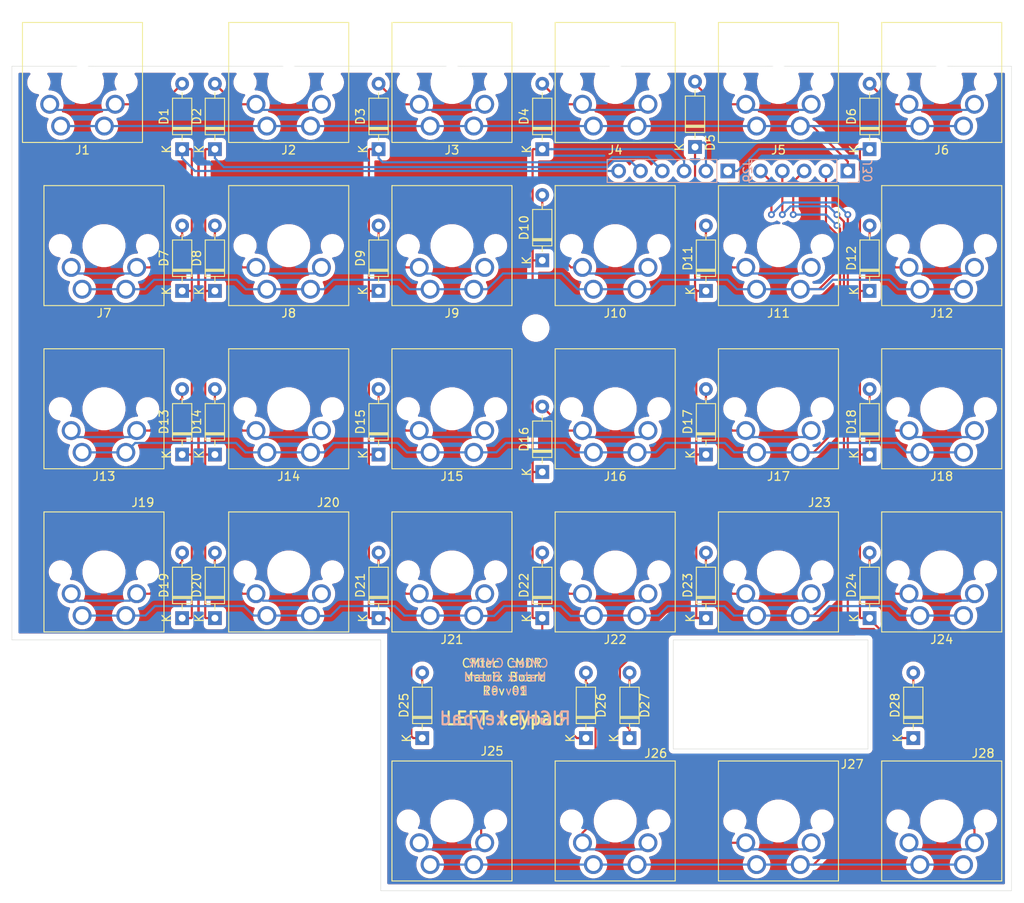
<source format=kicad_pcb>
(kicad_pcb (version 20171130) (host pcbnew 5.1.5)

  (general
    (thickness 1.6)
    (drawings 14)
    (tracks 501)
    (zones 0)
    (modules 59)
    (nets 40)
  )

  (page A4)
  (layers
    (0 F.Cu signal)
    (31 B.Cu signal)
    (32 B.Adhes user)
    (33 F.Adhes user)
    (34 B.Paste user)
    (35 F.Paste user)
    (36 B.SilkS user)
    (37 F.SilkS user)
    (38 B.Mask user)
    (39 F.Mask user)
    (40 Dwgs.User user)
    (41 Cmts.User user)
    (42 Eco1.User user)
    (43 Eco2.User user)
    (44 Edge.Cuts user)
    (45 Margin user)
    (46 B.CrtYd user)
    (47 F.CrtYd user)
    (48 B.Fab user)
    (49 F.Fab user)
  )

  (setup
    (last_trace_width 0.25)
    (trace_clearance 0.2)
    (zone_clearance 0.508)
    (zone_45_only no)
    (trace_min 0.2)
    (via_size 0.8)
    (via_drill 0.4)
    (via_min_size 0.4)
    (via_min_drill 0.3)
    (uvia_size 0.3)
    (uvia_drill 0.1)
    (uvias_allowed no)
    (uvia_min_size 0.2)
    (uvia_min_drill 0.1)
    (edge_width 0.05)
    (segment_width 0.2)
    (pcb_text_width 0.3)
    (pcb_text_size 1.5 1.5)
    (mod_edge_width 0.12)
    (mod_text_size 1 1)
    (mod_text_width 0.15)
    (pad_size 1.524 1.524)
    (pad_drill 0.762)
    (pad_to_mask_clearance 0.051)
    (solder_mask_min_width 0.25)
    (aux_axis_origin 0 0)
    (grid_origin 84.328 50.038)
    (visible_elements FFFFFF7F)
    (pcbplotparams
      (layerselection 0x010fc_ffffffff)
      (usegerberextensions true)
      (usegerberattributes false)
      (usegerberadvancedattributes false)
      (creategerberjobfile false)
      (excludeedgelayer true)
      (linewidth 0.100000)
      (plotframeref false)
      (viasonmask false)
      (mode 1)
      (useauxorigin true)
      (hpglpennumber 1)
      (hpglpenspeed 20)
      (hpglpendiameter 15.000000)
      (psnegative false)
      (psa4output false)
      (plotreference true)
      (plotvalue true)
      (plotinvisibletext false)
      (padsonsilk false)
      (subtractmaskfromsilk false)
      (outputformat 1)
      (mirror false)
      (drillshape 0)
      (scaleselection 1)
      (outputdirectory "gerber/"))
  )

  (net 0 "")
  (net 1 "Net-(J1-Pad1)")
  (net 2 "Net-(J10-Pad1)")
  (net 3 "Net-(J13-Pad1)")
  (net 4 "Net-(J19-Pad1)")
  (net 5 "Net-(J25-Pad1)")
  (net 6 "Net-(D1-Pad2)")
  (net 7 "Net-(D1-Pad1)")
  (net 8 "Net-(D2-Pad2)")
  (net 9 "Net-(D14-Pad1)")
  (net 10 "Net-(D3-Pad2)")
  (net 11 "Net-(D15-Pad1)")
  (net 12 "Net-(D4-Pad2)")
  (net 13 "Net-(D10-Pad1)")
  (net 14 "Net-(D5-Pad2)")
  (net 15 "Net-(D11-Pad1)")
  (net 16 "Net-(D6-Pad2)")
  (net 17 "Net-(D12-Pad1)")
  (net 18 "Net-(D7-Pad2)")
  (net 19 "Net-(D8-Pad2)")
  (net 20 "Net-(D9-Pad2)")
  (net 21 "Net-(D10-Pad2)")
  (net 22 "Net-(D11-Pad2)")
  (net 23 "Net-(D12-Pad2)")
  (net 24 "Net-(D13-Pad2)")
  (net 25 "Net-(D14-Pad2)")
  (net 26 "Net-(D15-Pad2)")
  (net 27 "Net-(D16-Pad2)")
  (net 28 "Net-(D17-Pad2)")
  (net 29 "Net-(D18-Pad2)")
  (net 30 "Net-(D19-Pad2)")
  (net 31 "Net-(D20-Pad2)")
  (net 32 "Net-(D21-Pad2)")
  (net 33 "Net-(D22-Pad2)")
  (net 34 "Net-(D23-Pad2)")
  (net 35 "Net-(D24-Pad2)")
  (net 36 "Net-(D25-Pad2)")
  (net 37 "Net-(D26-Pad2)")
  (net 38 "Net-(D27-Pad2)")
  (net 39 "Net-(D28-Pad2)")

  (net_class Default "This is the default net class."
    (clearance 0.2)
    (trace_width 0.25)
    (via_dia 0.8)
    (via_drill 0.4)
    (uvia_dia 0.3)
    (uvia_drill 0.1)
    (add_net "Net-(D1-Pad1)")
    (add_net "Net-(D1-Pad2)")
    (add_net "Net-(D10-Pad1)")
    (add_net "Net-(D10-Pad2)")
    (add_net "Net-(D11-Pad1)")
    (add_net "Net-(D11-Pad2)")
    (add_net "Net-(D12-Pad1)")
    (add_net "Net-(D12-Pad2)")
    (add_net "Net-(D13-Pad2)")
    (add_net "Net-(D14-Pad1)")
    (add_net "Net-(D14-Pad2)")
    (add_net "Net-(D15-Pad1)")
    (add_net "Net-(D15-Pad2)")
    (add_net "Net-(D16-Pad2)")
    (add_net "Net-(D17-Pad2)")
    (add_net "Net-(D18-Pad2)")
    (add_net "Net-(D19-Pad2)")
    (add_net "Net-(D2-Pad2)")
    (add_net "Net-(D20-Pad2)")
    (add_net "Net-(D21-Pad2)")
    (add_net "Net-(D22-Pad2)")
    (add_net "Net-(D23-Pad2)")
    (add_net "Net-(D24-Pad2)")
    (add_net "Net-(D25-Pad2)")
    (add_net "Net-(D26-Pad2)")
    (add_net "Net-(D27-Pad2)")
    (add_net "Net-(D28-Pad2)")
    (add_net "Net-(D3-Pad2)")
    (add_net "Net-(D4-Pad2)")
    (add_net "Net-(D5-Pad2)")
    (add_net "Net-(D6-Pad2)")
    (add_net "Net-(D7-Pad2)")
    (add_net "Net-(D8-Pad2)")
    (add_net "Net-(D9-Pad2)")
    (add_net "Net-(J1-Pad1)")
    (add_net "Net-(J10-Pad1)")
    (add_net "Net-(J13-Pad1)")
    (add_net "Net-(J19-Pad1)")
    (add_net "Net-(J25-Pad1)")
  )

  (module MountingHole:MountingHole_2.2mm_M2 (layer F.Cu) (tedit 56D1B4CB) (tstamp 5E4862C3)
    (at 145.288 80.518)
    (descr "Mounting Hole 2.2mm, no annular, M2")
    (tags "mounting hole 2.2mm no annular m2")
    (path /5E48CFF0)
    (attr virtual)
    (fp_text reference H1 (at 0 -3.2) (layer F.SilkS) hide
      (effects (font (size 1 1) (thickness 0.15)))
    )
    (fp_text value MountingHole (at 0 3.2) (layer F.Fab)
      (effects (font (size 1 1) (thickness 0.15)))
    )
    (fp_circle (center 0 0) (end 2.45 0) (layer F.CrtYd) (width 0.05))
    (fp_circle (center 0 0) (end 2.2 0) (layer Cmts.User) (width 0.15))
    (fp_text user %R (at 0.3 0) (layer F.Fab)
      (effects (font (size 1 1) (thickness 0.15)))
    )
    (pad 1 np_thru_hole circle (at 0 0) (size 2.2 2.2) (drill 2.2) (layers *.Cu *.Mask))
  )

  (module Diode_THT:D_DO-35_SOD27_P7.62mm_Horizontal (layer F.Cu) (tedit 5AE50CD5) (tstamp 5E46463F)
    (at 146.05 97.282 90)
    (descr "Diode, DO-35_SOD27 series, Axial, Horizontal, pin pitch=7.62mm, , length*diameter=4*2mm^2, , http://www.diodes.com/_files/packages/DO-35.pdf")
    (tags "Diode DO-35_SOD27 series Axial Horizontal pin pitch 7.62mm  length 4mm diameter 2mm")
    (path /5E4D6D6D)
    (fp_text reference D16 (at 3.81 -2.12 90) (layer F.SilkS)
      (effects (font (size 1 1) (thickness 0.15)))
    )
    (fp_text value D (at 3.81 2.12 90) (layer F.Fab)
      (effects (font (size 1 1) (thickness 0.15)))
    )
    (fp_text user K (at 0 -1.8 90) (layer F.SilkS)
      (effects (font (size 1 1) (thickness 0.15)))
    )
    (fp_text user K (at 0 -1.8 90) (layer F.Fab)
      (effects (font (size 1 1) (thickness 0.15)))
    )
    (fp_text user %R (at 4.11 0 90) (layer F.Fab)
      (effects (font (size 0.8 0.8) (thickness 0.12)))
    )
    (fp_line (start 8.67 -1.25) (end -1.05 -1.25) (layer F.CrtYd) (width 0.05))
    (fp_line (start 8.67 1.25) (end 8.67 -1.25) (layer F.CrtYd) (width 0.05))
    (fp_line (start -1.05 1.25) (end 8.67 1.25) (layer F.CrtYd) (width 0.05))
    (fp_line (start -1.05 -1.25) (end -1.05 1.25) (layer F.CrtYd) (width 0.05))
    (fp_line (start 2.29 -1.12) (end 2.29 1.12) (layer F.SilkS) (width 0.12))
    (fp_line (start 2.53 -1.12) (end 2.53 1.12) (layer F.SilkS) (width 0.12))
    (fp_line (start 2.41 -1.12) (end 2.41 1.12) (layer F.SilkS) (width 0.12))
    (fp_line (start 6.58 0) (end 5.93 0) (layer F.SilkS) (width 0.12))
    (fp_line (start 1.04 0) (end 1.69 0) (layer F.SilkS) (width 0.12))
    (fp_line (start 5.93 -1.12) (end 1.69 -1.12) (layer F.SilkS) (width 0.12))
    (fp_line (start 5.93 1.12) (end 5.93 -1.12) (layer F.SilkS) (width 0.12))
    (fp_line (start 1.69 1.12) (end 5.93 1.12) (layer F.SilkS) (width 0.12))
    (fp_line (start 1.69 -1.12) (end 1.69 1.12) (layer F.SilkS) (width 0.12))
    (fp_line (start 2.31 -1) (end 2.31 1) (layer F.Fab) (width 0.1))
    (fp_line (start 2.51 -1) (end 2.51 1) (layer F.Fab) (width 0.1))
    (fp_line (start 2.41 -1) (end 2.41 1) (layer F.Fab) (width 0.1))
    (fp_line (start 7.62 0) (end 5.81 0) (layer F.Fab) (width 0.1))
    (fp_line (start 0 0) (end 1.81 0) (layer F.Fab) (width 0.1))
    (fp_line (start 5.81 -1) (end 1.81 -1) (layer F.Fab) (width 0.1))
    (fp_line (start 5.81 1) (end 5.81 -1) (layer F.Fab) (width 0.1))
    (fp_line (start 1.81 1) (end 5.81 1) (layer F.Fab) (width 0.1))
    (fp_line (start 1.81 -1) (end 1.81 1) (layer F.Fab) (width 0.1))
    (pad 2 thru_hole oval (at 7.62 0 90) (size 1.6 1.6) (drill 0.8) (layers *.Cu *.Mask)
      (net 27 "Net-(D16-Pad2)"))
    (pad 1 thru_hole rect (at 0 0 90) (size 1.6 1.6) (drill 0.8) (layers *.Cu *.Mask)
      (net 13 "Net-(D10-Pad1)"))
    (model ${KISYS3DMOD}/Diode_THT.3dshapes/D_DO-35_SOD27_P7.62mm_Horizontal.wrl
      (at (xyz 0 0 0))
      (scale (xyz 1 1 1))
      (rotate (xyz 0 0 0))
    )
  )

  (module cmdr_matrixboard:SW_Cherry_MX_1.00u_PCB (layer F.Cu) (tedit 5E45C0DD) (tstamp 5E45FCB1)
    (at 190 57 180)
    (descr "Cherry MX keyswitch, 1.00u, PCB mount, http://cherryamericas.com/wp-content/uploads/2014/12/mx_cat.pdf")
    (tags "Cherry MX keyswitch 1.00u PCB")
    (path /5E45C0C0)
    (fp_text reference J6 (at -2.54 -2.794 180) (layer F.SilkS)
      (effects (font (size 1 1) (thickness 0.15)))
    )
    (fp_text value Conn_01x02 (at -2.54 12.954 180) (layer F.Fab)
      (effects (font (size 1 1) (thickness 0.15)))
    )
    (fp_text user %R (at -2.54 -2.794 180) (layer F.Fab)
      (effects (font (size 1 1) (thickness 0.15)))
    )
    (fp_line (start -8.89 -1.27) (end 3.81 -1.27) (layer F.Fab) (width 0.1))
    (fp_line (start 3.81 -1.27) (end 3.81 11.43) (layer F.Fab) (width 0.1))
    (fp_line (start 3.81 11.43) (end -8.89 11.43) (layer F.Fab) (width 0.1))
    (fp_line (start -8.89 11.43) (end -8.89 -1.27) (layer F.Fab) (width 0.1))
    (fp_line (start -9.14 11.68) (end -9.14 -1.52) (layer F.CrtYd) (width 0.05))
    (fp_line (start 4.06 11.68) (end -9.14 11.68) (layer F.CrtYd) (width 0.05))
    (fp_line (start 4.06 -1.52) (end 4.06 11.68) (layer F.CrtYd) (width 0.05))
    (fp_line (start -9.14 -1.52) (end 4.06 -1.52) (layer F.CrtYd) (width 0.05))
    (fp_line (start -12.065 -4.445) (end 6.985 -4.445) (layer Dwgs.User) (width 0.15))
    (fp_line (start 6.985 -4.445) (end 6.985 14.605) (layer Dwgs.User) (width 0.15))
    (fp_line (start 6.985 14.605) (end -12.065 14.605) (layer Dwgs.User) (width 0.15))
    (fp_line (start -12.065 14.605) (end -12.065 -4.445) (layer Dwgs.User) (width 0.15))
    (fp_line (start -9.525 -1.905) (end 4.445 -1.905) (layer F.SilkS) (width 0.12))
    (fp_line (start 4.445 -1.905) (end 4.445 12.065) (layer F.SilkS) (width 0.12))
    (fp_line (start 4.445 12.065) (end -9.525 12.065) (layer F.SilkS) (width 0.12))
    (fp_line (start -9.525 12.065) (end -9.525 -1.905) (layer F.SilkS) (width 0.12))
    (pad 2 thru_hole circle (at 1.27 2.54 180) (size 2.2 2.2) (drill 1.5) (layers *.Cu *.Mask)
      (net 16 "Net-(D6-Pad2)"))
    (pad 1 thru_hole circle (at -5.08 0 180) (size 2.2 2.2) (drill 1.5) (layers *.Cu *.Mask)
      (net 1 "Net-(J1-Pad1)"))
    (pad 1 thru_hole circle (at 0 0 180) (size 2.2 2.2) (drill 1.5) (layers *.Cu *.Mask)
      (net 1 "Net-(J1-Pad1)"))
    (pad 2 thru_hole circle (at -6.35 2.54 180) (size 2.2 2.2) (drill 1.5) (layers *.Cu *.Mask)
      (net 16 "Net-(D6-Pad2)"))
    (pad "" np_thru_hole circle (at -2.54 5.08 180) (size 4 4) (drill 4) (layers *.Cu *.Mask))
    (pad "" np_thru_hole circle (at -7.62 5.08 180) (size 1.7 1.7) (drill 1.7) (layers *.Cu *.Mask))
    (pad "" np_thru_hole circle (at 2.54 5.08 180) (size 1.7 1.7) (drill 1.7) (layers *.Cu *.Mask))
    (model ${KISYS3DMOD}/Button_Switch_Keyboard.3dshapes/SW_Cherry_MX_1.00u_PCB.wrl
      (at (xyz 0 0 0))
      (scale (xyz 1 1 1))
      (rotate (xyz 0 0 0))
    )
  )

  (module cmdr_matrixboard:SW_Cherry_MX_1.00u_PCB (layer F.Cu) (tedit 5E45C0DD) (tstamp 5E45FEB9)
    (at 152 143 180)
    (descr "Cherry MX keyswitch, 1.00u, PCB mount, http://cherryamericas.com/wp-content/uploads/2014/12/mx_cat.pdf")
    (tags "Cherry MX keyswitch 1.00u PCB")
    (path /5E45E3B8)
    (fp_text reference J26 (at -7.258 12.952) (layer F.SilkS)
      (effects (font (size 1 1) (thickness 0.15)))
    )
    (fp_text value Conn_01x02 (at -2.54 12.954) (layer F.Fab)
      (effects (font (size 1 1) (thickness 0.15)))
    )
    (fp_text user %R (at -2.54 -2.794) (layer F.Fab)
      (effects (font (size 1 1) (thickness 0.15)))
    )
    (fp_line (start -8.89 -1.27) (end 3.81 -1.27) (layer F.Fab) (width 0.1))
    (fp_line (start 3.81 -1.27) (end 3.81 11.43) (layer F.Fab) (width 0.1))
    (fp_line (start 3.81 11.43) (end -8.89 11.43) (layer F.Fab) (width 0.1))
    (fp_line (start -8.89 11.43) (end -8.89 -1.27) (layer F.Fab) (width 0.1))
    (fp_line (start -9.14 11.68) (end -9.14 -1.52) (layer F.CrtYd) (width 0.05))
    (fp_line (start 4.06 11.68) (end -9.14 11.68) (layer F.CrtYd) (width 0.05))
    (fp_line (start 4.06 -1.52) (end 4.06 11.68) (layer F.CrtYd) (width 0.05))
    (fp_line (start -9.14 -1.52) (end 4.06 -1.52) (layer F.CrtYd) (width 0.05))
    (fp_line (start -12.065 -4.445) (end 6.985 -4.445) (layer Dwgs.User) (width 0.15))
    (fp_line (start 6.985 -4.445) (end 6.985 14.605) (layer Dwgs.User) (width 0.15))
    (fp_line (start 6.985 14.605) (end -12.065 14.605) (layer Dwgs.User) (width 0.15))
    (fp_line (start -12.065 14.605) (end -12.065 -4.445) (layer Dwgs.User) (width 0.15))
    (fp_line (start -9.525 -1.905) (end 4.445 -1.905) (layer F.SilkS) (width 0.12))
    (fp_line (start 4.445 -1.905) (end 4.445 12.065) (layer F.SilkS) (width 0.12))
    (fp_line (start 4.445 12.065) (end -9.525 12.065) (layer F.SilkS) (width 0.12))
    (fp_line (start -9.525 12.065) (end -9.525 -1.905) (layer F.SilkS) (width 0.12))
    (pad 2 thru_hole circle (at 1.27 2.54 180) (size 2.2 2.2) (drill 1.5) (layers *.Cu *.Mask)
      (net 37 "Net-(D26-Pad2)"))
    (pad 1 thru_hole circle (at -5.08 0 180) (size 2.2 2.2) (drill 1.5) (layers *.Cu *.Mask)
      (net 5 "Net-(J25-Pad1)"))
    (pad 1 thru_hole circle (at 0 0 180) (size 2.2 2.2) (drill 1.5) (layers *.Cu *.Mask)
      (net 5 "Net-(J25-Pad1)"))
    (pad 2 thru_hole circle (at -6.35 2.54 180) (size 2.2 2.2) (drill 1.5) (layers *.Cu *.Mask)
      (net 37 "Net-(D26-Pad2)"))
    (pad "" np_thru_hole circle (at -2.54 5.08 180) (size 4 4) (drill 4) (layers *.Cu *.Mask))
    (pad "" np_thru_hole circle (at -7.62 5.08 180) (size 1.7 1.7) (drill 1.7) (layers *.Cu *.Mask))
    (pad "" np_thru_hole circle (at 2.54 5.08 180) (size 1.7 1.7) (drill 1.7) (layers *.Cu *.Mask))
    (model ${KISYS3DMOD}/Button_Switch_Keyboard.3dshapes/SW_Cherry_MX_1.00u_PCB.wrl
      (at (xyz 0 0 0))
      (scale (xyz 1 1 1))
      (rotate (xyz 0 0 0))
    )
  )

  (module cmdr_matrixboard:SW_Cherry_MX_1.25u_PCB (layer F.Cu) (tedit 5E45C225) (tstamp 5E45FE03)
    (at 92.5 114 180)
    (descr "Cherry MX keyswitch, 1.25u, PCB mount, http://cherryamericas.com/wp-content/uploads/2014/12/mx_cat.pdf")
    (tags "Cherry MX keyswitch 1.25u PCB")
    (path /5E45A8B3)
    (fp_text reference J19 (at -7.068 13.162) (layer F.SilkS)
      (effects (font (size 1 1) (thickness 0.15)))
    )
    (fp_text value Conn_01x02 (at -2.54 12.954) (layer F.Fab)
      (effects (font (size 1 1) (thickness 0.15)))
    )
    (fp_text user %R (at -2.54 -2.794) (layer F.Fab)
      (effects (font (size 1 1) (thickness 0.15)))
    )
    (fp_line (start -8.89 -1.27) (end 3.81 -1.27) (layer F.Fab) (width 0.1))
    (fp_line (start 3.81 -1.27) (end 3.81 11.43) (layer F.Fab) (width 0.1))
    (fp_line (start 3.81 11.43) (end -8.89 11.43) (layer F.Fab) (width 0.1))
    (fp_line (start -8.89 11.43) (end -8.89 -1.27) (layer F.Fab) (width 0.1))
    (fp_line (start -9.14 11.68) (end -9.14 -1.52) (layer F.CrtYd) (width 0.05))
    (fp_line (start 4.06 11.68) (end -9.14 11.68) (layer F.CrtYd) (width 0.05))
    (fp_line (start 4.06 -1.52) (end 4.06 11.68) (layer F.CrtYd) (width 0.05))
    (fp_line (start -9.14 -1.52) (end 4.06 -1.52) (layer F.CrtYd) (width 0.05))
    (fp_line (start -14.44625 -4.445) (end 9.36625 -4.445) (layer Dwgs.User) (width 0.15))
    (fp_line (start 9.36625 -4.445) (end 9.36625 14.605) (layer Dwgs.User) (width 0.15))
    (fp_line (start 9.36625 14.605) (end -14.44625 14.605) (layer Dwgs.User) (width 0.15))
    (fp_line (start -14.44625 14.605) (end -14.44625 -4.445) (layer Dwgs.User) (width 0.15))
    (fp_line (start -9.525 -1.905) (end 4.445 -1.905) (layer F.SilkS) (width 0.12))
    (fp_line (start 4.445 -1.905) (end 4.445 12.065) (layer F.SilkS) (width 0.12))
    (fp_line (start 4.445 12.065) (end -9.525 12.065) (layer F.SilkS) (width 0.12))
    (fp_line (start -9.525 12.065) (end -9.525 -1.905) (layer F.SilkS) (width 0.12))
    (pad 2 thru_hole circle (at 1.27 2.54 180) (size 2.2 2.2) (drill 1.5) (layers *.Cu *.Mask)
      (net 30 "Net-(D19-Pad2)"))
    (pad 1 thru_hole circle (at -5.08 0 180) (size 2.2 2.2) (drill 1.5) (layers *.Cu *.Mask)
      (net 4 "Net-(J19-Pad1)"))
    (pad 1 thru_hole circle (at 0 0 180) (size 2.2 2.2) (drill 1.5) (layers *.Cu *.Mask)
      (net 4 "Net-(J19-Pad1)"))
    (pad 2 thru_hole circle (at -6.35 2.54 180) (size 2.2 2.2) (drill 1.5) (layers *.Cu *.Mask)
      (net 30 "Net-(D19-Pad2)"))
    (pad "" np_thru_hole circle (at -2.54 5.08 180) (size 4 4) (drill 4) (layers *.Cu *.Mask))
    (pad "" np_thru_hole circle (at -7.62 5.08 180) (size 1.7 1.7) (drill 1.7) (layers *.Cu *.Mask))
    (pad "" np_thru_hole circle (at 2.54 5.08 180) (size 1.7 1.7) (drill 1.7) (layers *.Cu *.Mask))
    (model ${KISYS3DMOD}/Button_Switch_Keyboard.3dshapes/SW_Cherry_MX_1.25u_PCB.wrl
      (at (xyz 0 0 0))
      (scale (xyz 1 1 1))
      (rotate (xyz 0 0 0))
    )
  )

  (module cmdr_matrixboard:SW_Cherry_MX_1.25u_PCB (layer F.Cu) (tedit 5E45C225) (tstamp 5E45FD67)
    (at 92.5 95 180)
    (descr "Cherry MX keyswitch, 1.25u, PCB mount, http://cherryamericas.com/wp-content/uploads/2014/12/mx_cat.pdf")
    (tags "Cherry MX keyswitch 1.25u PCB")
    (path /5E46555C)
    (fp_text reference J13 (at -2.54 -2.794) (layer F.SilkS)
      (effects (font (size 1 1) (thickness 0.15)))
    )
    (fp_text value Conn_01x02 (at -2.54 12.954) (layer F.Fab)
      (effects (font (size 1 1) (thickness 0.15)))
    )
    (fp_text user %R (at -2.54 -2.794) (layer F.Fab)
      (effects (font (size 1 1) (thickness 0.15)))
    )
    (fp_line (start -8.89 -1.27) (end 3.81 -1.27) (layer F.Fab) (width 0.1))
    (fp_line (start 3.81 -1.27) (end 3.81 11.43) (layer F.Fab) (width 0.1))
    (fp_line (start 3.81 11.43) (end -8.89 11.43) (layer F.Fab) (width 0.1))
    (fp_line (start -8.89 11.43) (end -8.89 -1.27) (layer F.Fab) (width 0.1))
    (fp_line (start -9.14 11.68) (end -9.14 -1.52) (layer F.CrtYd) (width 0.05))
    (fp_line (start 4.06 11.68) (end -9.14 11.68) (layer F.CrtYd) (width 0.05))
    (fp_line (start 4.06 -1.52) (end 4.06 11.68) (layer F.CrtYd) (width 0.05))
    (fp_line (start -9.14 -1.52) (end 4.06 -1.52) (layer F.CrtYd) (width 0.05))
    (fp_line (start -14.44625 -4.445) (end 9.36625 -4.445) (layer Dwgs.User) (width 0.15))
    (fp_line (start 9.36625 -4.445) (end 9.36625 14.605) (layer Dwgs.User) (width 0.15))
    (fp_line (start 9.36625 14.605) (end -14.44625 14.605) (layer Dwgs.User) (width 0.15))
    (fp_line (start -14.44625 14.605) (end -14.44625 -4.445) (layer Dwgs.User) (width 0.15))
    (fp_line (start -9.525 -1.905) (end 4.445 -1.905) (layer F.SilkS) (width 0.12))
    (fp_line (start 4.445 -1.905) (end 4.445 12.065) (layer F.SilkS) (width 0.12))
    (fp_line (start 4.445 12.065) (end -9.525 12.065) (layer F.SilkS) (width 0.12))
    (fp_line (start -9.525 12.065) (end -9.525 -1.905) (layer F.SilkS) (width 0.12))
    (pad 2 thru_hole circle (at 1.27 2.54 180) (size 2.2 2.2) (drill 1.5) (layers *.Cu *.Mask)
      (net 24 "Net-(D13-Pad2)"))
    (pad 1 thru_hole circle (at -5.08 0 180) (size 2.2 2.2) (drill 1.5) (layers *.Cu *.Mask)
      (net 3 "Net-(J13-Pad1)"))
    (pad 1 thru_hole circle (at 0 0 180) (size 2.2 2.2) (drill 1.5) (layers *.Cu *.Mask)
      (net 3 "Net-(J13-Pad1)"))
    (pad 2 thru_hole circle (at -6.35 2.54 180) (size 2.2 2.2) (drill 1.5) (layers *.Cu *.Mask)
      (net 24 "Net-(D13-Pad2)"))
    (pad "" np_thru_hole circle (at -2.54 5.08 180) (size 4 4) (drill 4) (layers *.Cu *.Mask))
    (pad "" np_thru_hole circle (at -7.62 5.08 180) (size 1.7 1.7) (drill 1.7) (layers *.Cu *.Mask))
    (pad "" np_thru_hole circle (at 2.54 5.08 180) (size 1.7 1.7) (drill 1.7) (layers *.Cu *.Mask))
    (model ${KISYS3DMOD}/Button_Switch_Keyboard.3dshapes/SW_Cherry_MX_1.25u_PCB.wrl
      (at (xyz 0 0 0))
      (scale (xyz 1 1 1))
      (rotate (xyz 0 0 0))
    )
  )

  (module cmdr_matrixboard:SW_Cherry_MX_1.25u_PCB (layer F.Cu) (tedit 5E45C225) (tstamp 5E4609B4)
    (at 92.5 76 180)
    (descr "Cherry MX keyswitch, 1.25u, PCB mount, http://cherryamericas.com/wp-content/uploads/2014/12/mx_cat.pdf")
    (tags "Cherry MX keyswitch 1.25u PCB")
    (path /5E45E390)
    (fp_text reference J7 (at -2.54 -2.794) (layer F.SilkS)
      (effects (font (size 1 1) (thickness 0.15)))
    )
    (fp_text value Conn_01x02 (at -2.54 12.954) (layer F.Fab)
      (effects (font (size 1 1) (thickness 0.15)))
    )
    (fp_text user %R (at -2.54 -2.794) (layer F.Fab)
      (effects (font (size 1 1) (thickness 0.15)))
    )
    (fp_line (start -8.89 -1.27) (end 3.81 -1.27) (layer F.Fab) (width 0.1))
    (fp_line (start 3.81 -1.27) (end 3.81 11.43) (layer F.Fab) (width 0.1))
    (fp_line (start 3.81 11.43) (end -8.89 11.43) (layer F.Fab) (width 0.1))
    (fp_line (start -8.89 11.43) (end -8.89 -1.27) (layer F.Fab) (width 0.1))
    (fp_line (start -9.14 11.68) (end -9.14 -1.52) (layer F.CrtYd) (width 0.05))
    (fp_line (start 4.06 11.68) (end -9.14 11.68) (layer F.CrtYd) (width 0.05))
    (fp_line (start 4.06 -1.52) (end 4.06 11.68) (layer F.CrtYd) (width 0.05))
    (fp_line (start -9.14 -1.52) (end 4.06 -1.52) (layer F.CrtYd) (width 0.05))
    (fp_line (start -14.44625 -4.445) (end 9.36625 -4.445) (layer Dwgs.User) (width 0.15))
    (fp_line (start 9.36625 -4.445) (end 9.36625 14.605) (layer Dwgs.User) (width 0.15))
    (fp_line (start 9.36625 14.605) (end -14.44625 14.605) (layer Dwgs.User) (width 0.15))
    (fp_line (start -14.44625 14.605) (end -14.44625 -4.445) (layer Dwgs.User) (width 0.15))
    (fp_line (start -9.525 -1.905) (end 4.445 -1.905) (layer F.SilkS) (width 0.12))
    (fp_line (start 4.445 -1.905) (end 4.445 12.065) (layer F.SilkS) (width 0.12))
    (fp_line (start 4.445 12.065) (end -9.525 12.065) (layer F.SilkS) (width 0.12))
    (fp_line (start -9.525 12.065) (end -9.525 -1.905) (layer F.SilkS) (width 0.12))
    (pad 2 thru_hole circle (at 1.27 2.54 180) (size 2.2 2.2) (drill 1.5) (layers *.Cu *.Mask)
      (net 18 "Net-(D7-Pad2)"))
    (pad 1 thru_hole circle (at -5.08 0 180) (size 2.2 2.2) (drill 1.5) (layers *.Cu *.Mask)
      (net 2 "Net-(J10-Pad1)"))
    (pad 1 thru_hole circle (at 0 0 180) (size 2.2 2.2) (drill 1.5) (layers *.Cu *.Mask)
      (net 2 "Net-(J10-Pad1)"))
    (pad 2 thru_hole circle (at -6.35 2.54 180) (size 2.2 2.2) (drill 1.5) (layers *.Cu *.Mask)
      (net 18 "Net-(D7-Pad2)"))
    (pad "" np_thru_hole circle (at -2.54 5.08 180) (size 4 4) (drill 4) (layers *.Cu *.Mask))
    (pad "" np_thru_hole circle (at -7.62 5.08 180) (size 1.7 1.7) (drill 1.7) (layers *.Cu *.Mask))
    (pad "" np_thru_hole circle (at 2.54 5.08 180) (size 1.7 1.7) (drill 1.7) (layers *.Cu *.Mask))
    (model ${KISYS3DMOD}/Button_Switch_Keyboard.3dshapes/SW_Cherry_MX_1.25u_PCB.wrl
      (at (xyz 0 0 0))
      (scale (xyz 1 1 1))
      (rotate (xyz 0 0 0))
    )
  )

  (module cmdr_matrixboard:SW_Cherry_MX_1.00u_PCB (layer F.Cu) (tedit 5E45C0DD) (tstamp 5E45FEED)
    (at 190 143 180)
    (descr "Cherry MX keyswitch, 1.00u, PCB mount, http://cherryamericas.com/wp-content/uploads/2014/12/mx_cat.pdf")
    (tags "Cherry MX keyswitch 1.00u PCB")
    (path /5E46557A)
    (fp_text reference J28 (at -7.358 12.952) (layer F.SilkS)
      (effects (font (size 1 1) (thickness 0.15)))
    )
    (fp_text value Conn_01x02 (at -2.54 12.954) (layer F.Fab)
      (effects (font (size 1 1) (thickness 0.15)))
    )
    (fp_text user %R (at -2.54 -2.794) (layer F.Fab)
      (effects (font (size 1 1) (thickness 0.15)))
    )
    (fp_line (start -8.89 -1.27) (end 3.81 -1.27) (layer F.Fab) (width 0.1))
    (fp_line (start 3.81 -1.27) (end 3.81 11.43) (layer F.Fab) (width 0.1))
    (fp_line (start 3.81 11.43) (end -8.89 11.43) (layer F.Fab) (width 0.1))
    (fp_line (start -8.89 11.43) (end -8.89 -1.27) (layer F.Fab) (width 0.1))
    (fp_line (start -9.14 11.68) (end -9.14 -1.52) (layer F.CrtYd) (width 0.05))
    (fp_line (start 4.06 11.68) (end -9.14 11.68) (layer F.CrtYd) (width 0.05))
    (fp_line (start 4.06 -1.52) (end 4.06 11.68) (layer F.CrtYd) (width 0.05))
    (fp_line (start -9.14 -1.52) (end 4.06 -1.52) (layer F.CrtYd) (width 0.05))
    (fp_line (start -12.065 -4.445) (end 6.985 -4.445) (layer Dwgs.User) (width 0.15))
    (fp_line (start 6.985 -4.445) (end 6.985 14.605) (layer Dwgs.User) (width 0.15))
    (fp_line (start 6.985 14.605) (end -12.065 14.605) (layer Dwgs.User) (width 0.15))
    (fp_line (start -12.065 14.605) (end -12.065 -4.445) (layer Dwgs.User) (width 0.15))
    (fp_line (start -9.525 -1.905) (end 4.445 -1.905) (layer F.SilkS) (width 0.12))
    (fp_line (start 4.445 -1.905) (end 4.445 12.065) (layer F.SilkS) (width 0.12))
    (fp_line (start 4.445 12.065) (end -9.525 12.065) (layer F.SilkS) (width 0.12))
    (fp_line (start -9.525 12.065) (end -9.525 -1.905) (layer F.SilkS) (width 0.12))
    (pad 2 thru_hole circle (at 1.27 2.54 180) (size 2.2 2.2) (drill 1.5) (layers *.Cu *.Mask)
      (net 39 "Net-(D28-Pad2)"))
    (pad 1 thru_hole circle (at -5.08 0 180) (size 2.2 2.2) (drill 1.5) (layers *.Cu *.Mask)
      (net 5 "Net-(J25-Pad1)"))
    (pad 1 thru_hole circle (at 0 0 180) (size 2.2 2.2) (drill 1.5) (layers *.Cu *.Mask)
      (net 5 "Net-(J25-Pad1)"))
    (pad 2 thru_hole circle (at -6.35 2.54 180) (size 2.2 2.2) (drill 1.5) (layers *.Cu *.Mask)
      (net 39 "Net-(D28-Pad2)"))
    (pad "" np_thru_hole circle (at -2.54 5.08 180) (size 4 4) (drill 4) (layers *.Cu *.Mask))
    (pad "" np_thru_hole circle (at -7.62 5.08 180) (size 1.7 1.7) (drill 1.7) (layers *.Cu *.Mask))
    (pad "" np_thru_hole circle (at 2.54 5.08 180) (size 1.7 1.7) (drill 1.7) (layers *.Cu *.Mask))
    (model ${KISYS3DMOD}/Button_Switch_Keyboard.3dshapes/SW_Cherry_MX_1.00u_PCB.wrl
      (at (xyz 0 0 0))
      (scale (xyz 1 1 1))
      (rotate (xyz 0 0 0))
    )
  )

  (module cmdr_matrixboard:SW_Cherry_MX_1.00u_PCB (layer F.Cu) (tedit 5E45C0DD) (tstamp 5E45FED3)
    (at 171 143 180)
    (descr "Cherry MX keyswitch, 1.00u, PCB mount, http://cherryamericas.com/wp-content/uploads/2014/12/mx_cat.pdf")
    (tags "Cherry MX keyswitch 1.00u PCB")
    (path /5E45E3F4)
    (fp_text reference J27 (at -11.118 11.682) (layer F.SilkS)
      (effects (font (size 1 1) (thickness 0.15)))
    )
    (fp_text value Conn_01x02 (at -2.54 12.954) (layer F.Fab)
      (effects (font (size 1 1) (thickness 0.15)))
    )
    (fp_text user %R (at -2.54 -2.794) (layer F.Fab)
      (effects (font (size 1 1) (thickness 0.15)))
    )
    (fp_line (start -8.89 -1.27) (end 3.81 -1.27) (layer F.Fab) (width 0.1))
    (fp_line (start 3.81 -1.27) (end 3.81 11.43) (layer F.Fab) (width 0.1))
    (fp_line (start 3.81 11.43) (end -8.89 11.43) (layer F.Fab) (width 0.1))
    (fp_line (start -8.89 11.43) (end -8.89 -1.27) (layer F.Fab) (width 0.1))
    (fp_line (start -9.14 11.68) (end -9.14 -1.52) (layer F.CrtYd) (width 0.05))
    (fp_line (start 4.06 11.68) (end -9.14 11.68) (layer F.CrtYd) (width 0.05))
    (fp_line (start 4.06 -1.52) (end 4.06 11.68) (layer F.CrtYd) (width 0.05))
    (fp_line (start -9.14 -1.52) (end 4.06 -1.52) (layer F.CrtYd) (width 0.05))
    (fp_line (start -12.065 -4.445) (end 6.985 -4.445) (layer Dwgs.User) (width 0.15))
    (fp_line (start 6.985 -4.445) (end 6.985 14.605) (layer Dwgs.User) (width 0.15))
    (fp_line (start 6.985 14.605) (end -12.065 14.605) (layer Dwgs.User) (width 0.15))
    (fp_line (start -12.065 14.605) (end -12.065 -4.445) (layer Dwgs.User) (width 0.15))
    (fp_line (start -9.525 -1.905) (end 4.445 -1.905) (layer F.SilkS) (width 0.12))
    (fp_line (start 4.445 -1.905) (end 4.445 12.065) (layer F.SilkS) (width 0.12))
    (fp_line (start 4.445 12.065) (end -9.525 12.065) (layer F.SilkS) (width 0.12))
    (fp_line (start -9.525 12.065) (end -9.525 -1.905) (layer F.SilkS) (width 0.12))
    (pad 2 thru_hole circle (at 1.27 2.54 180) (size 2.2 2.2) (drill 1.5) (layers *.Cu *.Mask)
      (net 38 "Net-(D27-Pad2)"))
    (pad 1 thru_hole circle (at -5.08 0 180) (size 2.2 2.2) (drill 1.5) (layers *.Cu *.Mask)
      (net 5 "Net-(J25-Pad1)"))
    (pad 1 thru_hole circle (at 0 0 180) (size 2.2 2.2) (drill 1.5) (layers *.Cu *.Mask)
      (net 5 "Net-(J25-Pad1)"))
    (pad 2 thru_hole circle (at -6.35 2.54 180) (size 2.2 2.2) (drill 1.5) (layers *.Cu *.Mask)
      (net 38 "Net-(D27-Pad2)"))
    (pad "" np_thru_hole circle (at -2.54 5.08 180) (size 4 4) (drill 4) (layers *.Cu *.Mask))
    (pad "" np_thru_hole circle (at -7.62 5.08 180) (size 1.7 1.7) (drill 1.7) (layers *.Cu *.Mask))
    (pad "" np_thru_hole circle (at 2.54 5.08 180) (size 1.7 1.7) (drill 1.7) (layers *.Cu *.Mask))
    (model ${KISYS3DMOD}/Button_Switch_Keyboard.3dshapes/SW_Cherry_MX_1.00u_PCB.wrl
      (at (xyz 0 0 0))
      (scale (xyz 1 1 1))
      (rotate (xyz 0 0 0))
    )
  )

  (module cmdr_matrixboard:SW_Cherry_MX_1.00u_PCB (layer F.Cu) (tedit 5E45C0DD) (tstamp 5E45FE9F)
    (at 133 143 180)
    (descr "Cherry MX keyswitch, 1.00u, PCB mount, http://cherryamericas.com/wp-content/uploads/2014/12/mx_cat.pdf")
    (tags "Cherry MX keyswitch 1.00u PCB")
    (path /5E45C0E8)
    (fp_text reference J25 (at -7.208 13.206) (layer F.SilkS)
      (effects (font (size 1 1) (thickness 0.15)))
    )
    (fp_text value Conn_01x02 (at -2.54 12.954) (layer F.Fab)
      (effects (font (size 1 1) (thickness 0.15)))
    )
    (fp_text user %R (at -2.54 -2.794) (layer F.Fab)
      (effects (font (size 1 1) (thickness 0.15)))
    )
    (fp_line (start -8.89 -1.27) (end 3.81 -1.27) (layer F.Fab) (width 0.1))
    (fp_line (start 3.81 -1.27) (end 3.81 11.43) (layer F.Fab) (width 0.1))
    (fp_line (start 3.81 11.43) (end -8.89 11.43) (layer F.Fab) (width 0.1))
    (fp_line (start -8.89 11.43) (end -8.89 -1.27) (layer F.Fab) (width 0.1))
    (fp_line (start -9.14 11.68) (end -9.14 -1.52) (layer F.CrtYd) (width 0.05))
    (fp_line (start 4.06 11.68) (end -9.14 11.68) (layer F.CrtYd) (width 0.05))
    (fp_line (start 4.06 -1.52) (end 4.06 11.68) (layer F.CrtYd) (width 0.05))
    (fp_line (start -9.14 -1.52) (end 4.06 -1.52) (layer F.CrtYd) (width 0.05))
    (fp_line (start -12.065 -4.445) (end 6.985 -4.445) (layer Dwgs.User) (width 0.15))
    (fp_line (start 6.985 -4.445) (end 6.985 14.605) (layer Dwgs.User) (width 0.15))
    (fp_line (start 6.985 14.605) (end -12.065 14.605) (layer Dwgs.User) (width 0.15))
    (fp_line (start -12.065 14.605) (end -12.065 -4.445) (layer Dwgs.User) (width 0.15))
    (fp_line (start -9.525 -1.905) (end 4.445 -1.905) (layer F.SilkS) (width 0.12))
    (fp_line (start 4.445 -1.905) (end 4.445 12.065) (layer F.SilkS) (width 0.12))
    (fp_line (start 4.445 12.065) (end -9.525 12.065) (layer F.SilkS) (width 0.12))
    (fp_line (start -9.525 12.065) (end -9.525 -1.905) (layer F.SilkS) (width 0.12))
    (pad 2 thru_hole circle (at 1.27 2.54 180) (size 2.2 2.2) (drill 1.5) (layers *.Cu *.Mask)
      (net 36 "Net-(D25-Pad2)"))
    (pad 1 thru_hole circle (at -5.08 0 180) (size 2.2 2.2) (drill 1.5) (layers *.Cu *.Mask)
      (net 5 "Net-(J25-Pad1)"))
    (pad 1 thru_hole circle (at 0 0 180) (size 2.2 2.2) (drill 1.5) (layers *.Cu *.Mask)
      (net 5 "Net-(J25-Pad1)"))
    (pad 2 thru_hole circle (at -6.35 2.54 180) (size 2.2 2.2) (drill 1.5) (layers *.Cu *.Mask)
      (net 36 "Net-(D25-Pad2)"))
    (pad "" np_thru_hole circle (at -2.54 5.08 180) (size 4 4) (drill 4) (layers *.Cu *.Mask))
    (pad "" np_thru_hole circle (at -7.62 5.08 180) (size 1.7 1.7) (drill 1.7) (layers *.Cu *.Mask))
    (pad "" np_thru_hole circle (at 2.54 5.08 180) (size 1.7 1.7) (drill 1.7) (layers *.Cu *.Mask))
    (model ${KISYS3DMOD}/Button_Switch_Keyboard.3dshapes/SW_Cherry_MX_1.00u_PCB.wrl
      (at (xyz 0 0 0))
      (scale (xyz 1 1 1))
      (rotate (xyz 0 0 0))
    )
  )

  (module cmdr_matrixboard:SW_Cherry_MX_1.00u_PCB (layer F.Cu) (tedit 5E45C0DD) (tstamp 5E45FE6B)
    (at 171 114 180)
    (descr "Cherry MX keyswitch, 1.00u, PCB mount, http://cherryamericas.com/wp-content/uploads/2014/12/mx_cat.pdf")
    (tags "Cherry MX keyswitch 1.00u PCB")
    (path /5E465570)
    (fp_text reference J23 (at -7.308 13.162) (layer F.SilkS)
      (effects (font (size 1 1) (thickness 0.15)))
    )
    (fp_text value Conn_01x02 (at -2.54 12.954) (layer F.Fab)
      (effects (font (size 1 1) (thickness 0.15)))
    )
    (fp_text user %R (at -7.308 13.162) (layer F.Fab)
      (effects (font (size 1 1) (thickness 0.15)))
    )
    (fp_line (start -8.89 -1.27) (end 3.81 -1.27) (layer F.Fab) (width 0.1))
    (fp_line (start 3.81 -1.27) (end 3.81 11.43) (layer F.Fab) (width 0.1))
    (fp_line (start 3.81 11.43) (end -8.89 11.43) (layer F.Fab) (width 0.1))
    (fp_line (start -8.89 11.43) (end -8.89 -1.27) (layer F.Fab) (width 0.1))
    (fp_line (start -9.14 11.68) (end -9.14 -1.52) (layer F.CrtYd) (width 0.05))
    (fp_line (start 4.06 11.68) (end -9.14 11.68) (layer F.CrtYd) (width 0.05))
    (fp_line (start 4.06 -1.52) (end 4.06 11.68) (layer F.CrtYd) (width 0.05))
    (fp_line (start -9.14 -1.52) (end 4.06 -1.52) (layer F.CrtYd) (width 0.05))
    (fp_line (start -12.065 -4.445) (end 6.985 -4.445) (layer Dwgs.User) (width 0.15))
    (fp_line (start 6.985 -4.445) (end 6.985 14.605) (layer Dwgs.User) (width 0.15))
    (fp_line (start 6.985 14.605) (end -12.065 14.605) (layer Dwgs.User) (width 0.15))
    (fp_line (start -12.065 14.605) (end -12.065 -4.445) (layer Dwgs.User) (width 0.15))
    (fp_line (start -9.525 -1.905) (end 4.445 -1.905) (layer F.SilkS) (width 0.12))
    (fp_line (start 4.445 -1.905) (end 4.445 12.065) (layer F.SilkS) (width 0.12))
    (fp_line (start 4.445 12.065) (end -9.525 12.065) (layer F.SilkS) (width 0.12))
    (fp_line (start -9.525 12.065) (end -9.525 -1.905) (layer F.SilkS) (width 0.12))
    (pad 2 thru_hole circle (at 1.27 2.54 180) (size 2.2 2.2) (drill 1.5) (layers *.Cu *.Mask)
      (net 34 "Net-(D23-Pad2)"))
    (pad 1 thru_hole circle (at -5.08 0 180) (size 2.2 2.2) (drill 1.5) (layers *.Cu *.Mask)
      (net 4 "Net-(J19-Pad1)"))
    (pad 1 thru_hole circle (at 0 0 180) (size 2.2 2.2) (drill 1.5) (layers *.Cu *.Mask)
      (net 4 "Net-(J19-Pad1)"))
    (pad 2 thru_hole circle (at -6.35 2.54 180) (size 2.2 2.2) (drill 1.5) (layers *.Cu *.Mask)
      (net 34 "Net-(D23-Pad2)"))
    (pad "" np_thru_hole circle (at -2.54 5.08 180) (size 4 4) (drill 4) (layers *.Cu *.Mask))
    (pad "" np_thru_hole circle (at -7.62 5.08 180) (size 1.7 1.7) (drill 1.7) (layers *.Cu *.Mask))
    (pad "" np_thru_hole circle (at 2.54 5.08 180) (size 1.7 1.7) (drill 1.7) (layers *.Cu *.Mask))
    (model ${KISYS3DMOD}/Button_Switch_Keyboard.3dshapes/SW_Cherry_MX_1.00u_PCB.wrl
      (at (xyz 0 0 0))
      (scale (xyz 1 1 1))
      (rotate (xyz 0 0 0))
    )
  )

  (module cmdr_matrixboard:SW_Cherry_MX_1.00u_PCB (layer F.Cu) (tedit 5E45C0DD) (tstamp 5E45FE51)
    (at 152 114 180)
    (descr "Cherry MX keyswitch, 1.00u, PCB mount, http://cherryamericas.com/wp-content/uploads/2014/12/mx_cat.pdf")
    (tags "Cherry MX keyswitch 1.00u PCB")
    (path /5E45E3EA)
    (fp_text reference J22 (at -2.54 -2.794) (layer F.SilkS)
      (effects (font (size 1 1) (thickness 0.15)))
    )
    (fp_text value Conn_01x02 (at -2.54 12.954) (layer F.Fab)
      (effects (font (size 1 1) (thickness 0.15)))
    )
    (fp_text user %R (at -2.54 -2.794) (layer F.Fab)
      (effects (font (size 1 1) (thickness 0.15)))
    )
    (fp_line (start -8.89 -1.27) (end 3.81 -1.27) (layer F.Fab) (width 0.1))
    (fp_line (start 3.81 -1.27) (end 3.81 11.43) (layer F.Fab) (width 0.1))
    (fp_line (start 3.81 11.43) (end -8.89 11.43) (layer F.Fab) (width 0.1))
    (fp_line (start -8.89 11.43) (end -8.89 -1.27) (layer F.Fab) (width 0.1))
    (fp_line (start -9.14 11.68) (end -9.14 -1.52) (layer F.CrtYd) (width 0.05))
    (fp_line (start 4.06 11.68) (end -9.14 11.68) (layer F.CrtYd) (width 0.05))
    (fp_line (start 4.06 -1.52) (end 4.06 11.68) (layer F.CrtYd) (width 0.05))
    (fp_line (start -9.14 -1.52) (end 4.06 -1.52) (layer F.CrtYd) (width 0.05))
    (fp_line (start -12.065 -4.445) (end 6.985 -4.445) (layer Dwgs.User) (width 0.15))
    (fp_line (start 6.985 -4.445) (end 6.985 14.605) (layer Dwgs.User) (width 0.15))
    (fp_line (start 6.985 14.605) (end -12.065 14.605) (layer Dwgs.User) (width 0.15))
    (fp_line (start -12.065 14.605) (end -12.065 -4.445) (layer Dwgs.User) (width 0.15))
    (fp_line (start -9.525 -1.905) (end 4.445 -1.905) (layer F.SilkS) (width 0.12))
    (fp_line (start 4.445 -1.905) (end 4.445 12.065) (layer F.SilkS) (width 0.12))
    (fp_line (start 4.445 12.065) (end -9.525 12.065) (layer F.SilkS) (width 0.12))
    (fp_line (start -9.525 12.065) (end -9.525 -1.905) (layer F.SilkS) (width 0.12))
    (pad 2 thru_hole circle (at 1.27 2.54 180) (size 2.2 2.2) (drill 1.5) (layers *.Cu *.Mask)
      (net 33 "Net-(D22-Pad2)"))
    (pad 1 thru_hole circle (at -5.08 0 180) (size 2.2 2.2) (drill 1.5) (layers *.Cu *.Mask)
      (net 4 "Net-(J19-Pad1)"))
    (pad 1 thru_hole circle (at 0 0 180) (size 2.2 2.2) (drill 1.5) (layers *.Cu *.Mask)
      (net 4 "Net-(J19-Pad1)"))
    (pad 2 thru_hole circle (at -6.35 2.54 180) (size 2.2 2.2) (drill 1.5) (layers *.Cu *.Mask)
      (net 33 "Net-(D22-Pad2)"))
    (pad "" np_thru_hole circle (at -2.54 5.08 180) (size 4 4) (drill 4) (layers *.Cu *.Mask))
    (pad "" np_thru_hole circle (at -7.62 5.08 180) (size 1.7 1.7) (drill 1.7) (layers *.Cu *.Mask))
    (pad "" np_thru_hole circle (at 2.54 5.08 180) (size 1.7 1.7) (drill 1.7) (layers *.Cu *.Mask))
    (model ${KISYS3DMOD}/Button_Switch_Keyboard.3dshapes/SW_Cherry_MX_1.00u_PCB.wrl
      (at (xyz 0 0 0))
      (scale (xyz 1 1 1))
      (rotate (xyz 0 0 0))
    )
  )

  (module cmdr_matrixboard:SW_Cherry_MX_1.00u_PCB (layer F.Cu) (tedit 5E45C0DD) (tstamp 5E45FE37)
    (at 133 114 180)
    (descr "Cherry MX keyswitch, 1.00u, PCB mount, http://cherryamericas.com/wp-content/uploads/2014/12/mx_cat.pdf")
    (tags "Cherry MX keyswitch 1.00u PCB")
    (path /5E45E3AE)
    (fp_text reference J21 (at -2.54 -2.794) (layer F.SilkS)
      (effects (font (size 1 1) (thickness 0.15)))
    )
    (fp_text value Conn_01x02 (at -2.54 12.954) (layer F.Fab)
      (effects (font (size 1 1) (thickness 0.15)))
    )
    (fp_text user %R (at -2.54 -2.794) (layer F.Fab)
      (effects (font (size 1 1) (thickness 0.15)))
    )
    (fp_line (start -8.89 -1.27) (end 3.81 -1.27) (layer F.Fab) (width 0.1))
    (fp_line (start 3.81 -1.27) (end 3.81 11.43) (layer F.Fab) (width 0.1))
    (fp_line (start 3.81 11.43) (end -8.89 11.43) (layer F.Fab) (width 0.1))
    (fp_line (start -8.89 11.43) (end -8.89 -1.27) (layer F.Fab) (width 0.1))
    (fp_line (start -9.14 11.68) (end -9.14 -1.52) (layer F.CrtYd) (width 0.05))
    (fp_line (start 4.06 11.68) (end -9.14 11.68) (layer F.CrtYd) (width 0.05))
    (fp_line (start 4.06 -1.52) (end 4.06 11.68) (layer F.CrtYd) (width 0.05))
    (fp_line (start -9.14 -1.52) (end 4.06 -1.52) (layer F.CrtYd) (width 0.05))
    (fp_line (start -12.065 -4.445) (end 6.985 -4.445) (layer Dwgs.User) (width 0.15))
    (fp_line (start 6.985 -4.445) (end 6.985 14.605) (layer Dwgs.User) (width 0.15))
    (fp_line (start 6.985 14.605) (end -12.065 14.605) (layer Dwgs.User) (width 0.15))
    (fp_line (start -12.065 14.605) (end -12.065 -4.445) (layer Dwgs.User) (width 0.15))
    (fp_line (start -9.525 -1.905) (end 4.445 -1.905) (layer F.SilkS) (width 0.12))
    (fp_line (start 4.445 -1.905) (end 4.445 12.065) (layer F.SilkS) (width 0.12))
    (fp_line (start 4.445 12.065) (end -9.525 12.065) (layer F.SilkS) (width 0.12))
    (fp_line (start -9.525 12.065) (end -9.525 -1.905) (layer F.SilkS) (width 0.12))
    (pad 2 thru_hole circle (at 1.27 2.54 180) (size 2.2 2.2) (drill 1.5) (layers *.Cu *.Mask)
      (net 32 "Net-(D21-Pad2)"))
    (pad 1 thru_hole circle (at -5.08 0 180) (size 2.2 2.2) (drill 1.5) (layers *.Cu *.Mask)
      (net 4 "Net-(J19-Pad1)"))
    (pad 1 thru_hole circle (at 0 0 180) (size 2.2 2.2) (drill 1.5) (layers *.Cu *.Mask)
      (net 4 "Net-(J19-Pad1)"))
    (pad 2 thru_hole circle (at -6.35 2.54 180) (size 2.2 2.2) (drill 1.5) (layers *.Cu *.Mask)
      (net 32 "Net-(D21-Pad2)"))
    (pad "" np_thru_hole circle (at -2.54 5.08 180) (size 4 4) (drill 4) (layers *.Cu *.Mask))
    (pad "" np_thru_hole circle (at -7.62 5.08 180) (size 1.7 1.7) (drill 1.7) (layers *.Cu *.Mask))
    (pad "" np_thru_hole circle (at 2.54 5.08 180) (size 1.7 1.7) (drill 1.7) (layers *.Cu *.Mask))
    (model ${KISYS3DMOD}/Button_Switch_Keyboard.3dshapes/SW_Cherry_MX_1.00u_PCB.wrl
      (at (xyz 0 0 0))
      (scale (xyz 1 1 1))
      (rotate (xyz 0 0 0))
    )
  )

  (module cmdr_matrixboard:SW_Cherry_MX_1.00u_PCB (layer F.Cu) (tedit 5E45C0DD) (tstamp 5E45FE1D)
    (at 114 114 180)
    (descr "Cherry MX keyswitch, 1.00u, PCB mount, http://cherryamericas.com/wp-content/uploads/2014/12/mx_cat.pdf")
    (tags "Cherry MX keyswitch 1.00u PCB")
    (path /5E45C0DE)
    (fp_text reference J20 (at -7.158 13.162) (layer F.SilkS)
      (effects (font (size 1 1) (thickness 0.15)))
    )
    (fp_text value Conn_01x02 (at -2.54 12.954) (layer F.Fab)
      (effects (font (size 1 1) (thickness 0.15)))
    )
    (fp_text user %R (at -2.54 -2.794) (layer F.Fab)
      (effects (font (size 1 1) (thickness 0.15)))
    )
    (fp_line (start -8.89 -1.27) (end 3.81 -1.27) (layer F.Fab) (width 0.1))
    (fp_line (start 3.81 -1.27) (end 3.81 11.43) (layer F.Fab) (width 0.1))
    (fp_line (start 3.81 11.43) (end -8.89 11.43) (layer F.Fab) (width 0.1))
    (fp_line (start -8.89 11.43) (end -8.89 -1.27) (layer F.Fab) (width 0.1))
    (fp_line (start -9.14 11.68) (end -9.14 -1.52) (layer F.CrtYd) (width 0.05))
    (fp_line (start 4.06 11.68) (end -9.14 11.68) (layer F.CrtYd) (width 0.05))
    (fp_line (start 4.06 -1.52) (end 4.06 11.68) (layer F.CrtYd) (width 0.05))
    (fp_line (start -9.14 -1.52) (end 4.06 -1.52) (layer F.CrtYd) (width 0.05))
    (fp_line (start -12.065 -4.445) (end 6.985 -4.445) (layer Dwgs.User) (width 0.15))
    (fp_line (start 6.985 -4.445) (end 6.985 14.605) (layer Dwgs.User) (width 0.15))
    (fp_line (start 6.985 14.605) (end -12.065 14.605) (layer Dwgs.User) (width 0.15))
    (fp_line (start -12.065 14.605) (end -12.065 -4.445) (layer Dwgs.User) (width 0.15))
    (fp_line (start -9.525 -1.905) (end 4.445 -1.905) (layer F.SilkS) (width 0.12))
    (fp_line (start 4.445 -1.905) (end 4.445 12.065) (layer F.SilkS) (width 0.12))
    (fp_line (start 4.445 12.065) (end -9.525 12.065) (layer F.SilkS) (width 0.12))
    (fp_line (start -9.525 12.065) (end -9.525 -1.905) (layer F.SilkS) (width 0.12))
    (pad 2 thru_hole circle (at 1.27 2.54 180) (size 2.2 2.2) (drill 1.5) (layers *.Cu *.Mask)
      (net 31 "Net-(D20-Pad2)"))
    (pad 1 thru_hole circle (at -5.08 0 180) (size 2.2 2.2) (drill 1.5) (layers *.Cu *.Mask)
      (net 4 "Net-(J19-Pad1)"))
    (pad 1 thru_hole circle (at 0 0 180) (size 2.2 2.2) (drill 1.5) (layers *.Cu *.Mask)
      (net 4 "Net-(J19-Pad1)"))
    (pad 2 thru_hole circle (at -6.35 2.54 180) (size 2.2 2.2) (drill 1.5) (layers *.Cu *.Mask)
      (net 31 "Net-(D20-Pad2)"))
    (pad "" np_thru_hole circle (at -2.54 5.08 180) (size 4 4) (drill 4) (layers *.Cu *.Mask))
    (pad "" np_thru_hole circle (at -7.62 5.08 180) (size 1.7 1.7) (drill 1.7) (layers *.Cu *.Mask))
    (pad "" np_thru_hole circle (at 2.54 5.08 180) (size 1.7 1.7) (drill 1.7) (layers *.Cu *.Mask))
    (model ${KISYS3DMOD}/Button_Switch_Keyboard.3dshapes/SW_Cherry_MX_1.00u_PCB.wrl
      (at (xyz 0 0 0))
      (scale (xyz 1 1 1))
      (rotate (xyz 0 0 0))
    )
  )

  (module cmdr_matrixboard:SW_Cherry_MX_1.00u_PCB (layer F.Cu) (tedit 5E45C0DD) (tstamp 5E45FDE9)
    (at 190 95 180)
    (descr "Cherry MX keyswitch, 1.00u, PCB mount, http://cherryamericas.com/wp-content/uploads/2014/12/mx_cat.pdf")
    (tags "Cherry MX keyswitch 1.00u PCB")
    (path /5E465566)
    (fp_text reference J18 (at -2.54 -2.794) (layer F.SilkS)
      (effects (font (size 1 1) (thickness 0.15)))
    )
    (fp_text value Conn_01x02 (at -2.54 12.954) (layer F.Fab)
      (effects (font (size 1 1) (thickness 0.15)))
    )
    (fp_text user %R (at -2.54 -2.794) (layer F.Fab)
      (effects (font (size 1 1) (thickness 0.15)))
    )
    (fp_line (start -8.89 -1.27) (end 3.81 -1.27) (layer F.Fab) (width 0.1))
    (fp_line (start 3.81 -1.27) (end 3.81 11.43) (layer F.Fab) (width 0.1))
    (fp_line (start 3.81 11.43) (end -8.89 11.43) (layer F.Fab) (width 0.1))
    (fp_line (start -8.89 11.43) (end -8.89 -1.27) (layer F.Fab) (width 0.1))
    (fp_line (start -9.14 11.68) (end -9.14 -1.52) (layer F.CrtYd) (width 0.05))
    (fp_line (start 4.06 11.68) (end -9.14 11.68) (layer F.CrtYd) (width 0.05))
    (fp_line (start 4.06 -1.52) (end 4.06 11.68) (layer F.CrtYd) (width 0.05))
    (fp_line (start -9.14 -1.52) (end 4.06 -1.52) (layer F.CrtYd) (width 0.05))
    (fp_line (start -12.065 -4.445) (end 6.985 -4.445) (layer Dwgs.User) (width 0.15))
    (fp_line (start 6.985 -4.445) (end 6.985 14.605) (layer Dwgs.User) (width 0.15))
    (fp_line (start 6.985 14.605) (end -12.065 14.605) (layer Dwgs.User) (width 0.15))
    (fp_line (start -12.065 14.605) (end -12.065 -4.445) (layer Dwgs.User) (width 0.15))
    (fp_line (start -9.525 -1.905) (end 4.445 -1.905) (layer F.SilkS) (width 0.12))
    (fp_line (start 4.445 -1.905) (end 4.445 12.065) (layer F.SilkS) (width 0.12))
    (fp_line (start 4.445 12.065) (end -9.525 12.065) (layer F.SilkS) (width 0.12))
    (fp_line (start -9.525 12.065) (end -9.525 -1.905) (layer F.SilkS) (width 0.12))
    (pad 2 thru_hole circle (at 1.27 2.54 180) (size 2.2 2.2) (drill 1.5) (layers *.Cu *.Mask)
      (net 29 "Net-(D18-Pad2)"))
    (pad 1 thru_hole circle (at -5.08 0 180) (size 2.2 2.2) (drill 1.5) (layers *.Cu *.Mask)
      (net 3 "Net-(J13-Pad1)"))
    (pad 1 thru_hole circle (at 0 0 180) (size 2.2 2.2) (drill 1.5) (layers *.Cu *.Mask)
      (net 3 "Net-(J13-Pad1)"))
    (pad 2 thru_hole circle (at -6.35 2.54 180) (size 2.2 2.2) (drill 1.5) (layers *.Cu *.Mask)
      (net 29 "Net-(D18-Pad2)"))
    (pad "" np_thru_hole circle (at -2.54 5.08 180) (size 4 4) (drill 4) (layers *.Cu *.Mask))
    (pad "" np_thru_hole circle (at -7.62 5.08 180) (size 1.7 1.7) (drill 1.7) (layers *.Cu *.Mask))
    (pad "" np_thru_hole circle (at 2.54 5.08 180) (size 1.7 1.7) (drill 1.7) (layers *.Cu *.Mask))
    (model ${KISYS3DMOD}/Button_Switch_Keyboard.3dshapes/SW_Cherry_MX_1.00u_PCB.wrl
      (at (xyz 0 0 0))
      (scale (xyz 1 1 1))
      (rotate (xyz 0 0 0))
    )
  )

  (module cmdr_matrixboard:SW_Cherry_MX_1.00u_PCB (layer F.Cu) (tedit 5E45C0DD) (tstamp 5E45FDCF)
    (at 171 95 180)
    (descr "Cherry MX keyswitch, 1.00u, PCB mount, http://cherryamericas.com/wp-content/uploads/2014/12/mx_cat.pdf")
    (tags "Cherry MX keyswitch 1.00u PCB")
    (path /5E45E3E0)
    (fp_text reference J17 (at -2.54 -2.794) (layer F.SilkS)
      (effects (font (size 1 1) (thickness 0.15)))
    )
    (fp_text value Conn_01x02 (at -2.54 12.954) (layer F.Fab)
      (effects (font (size 1 1) (thickness 0.15)))
    )
    (fp_text user %R (at -2.54 -2.794) (layer F.Fab)
      (effects (font (size 1 1) (thickness 0.15)))
    )
    (fp_line (start -8.89 -1.27) (end 3.81 -1.27) (layer F.Fab) (width 0.1))
    (fp_line (start 3.81 -1.27) (end 3.81 11.43) (layer F.Fab) (width 0.1))
    (fp_line (start 3.81 11.43) (end -8.89 11.43) (layer F.Fab) (width 0.1))
    (fp_line (start -8.89 11.43) (end -8.89 -1.27) (layer F.Fab) (width 0.1))
    (fp_line (start -9.14 11.68) (end -9.14 -1.52) (layer F.CrtYd) (width 0.05))
    (fp_line (start 4.06 11.68) (end -9.14 11.68) (layer F.CrtYd) (width 0.05))
    (fp_line (start 4.06 -1.52) (end 4.06 11.68) (layer F.CrtYd) (width 0.05))
    (fp_line (start -9.14 -1.52) (end 4.06 -1.52) (layer F.CrtYd) (width 0.05))
    (fp_line (start -12.065 -4.445) (end 6.985 -4.445) (layer Dwgs.User) (width 0.15))
    (fp_line (start 6.985 -4.445) (end 6.985 14.605) (layer Dwgs.User) (width 0.15))
    (fp_line (start 6.985 14.605) (end -12.065 14.605) (layer Dwgs.User) (width 0.15))
    (fp_line (start -12.065 14.605) (end -12.065 -4.445) (layer Dwgs.User) (width 0.15))
    (fp_line (start -9.525 -1.905) (end 4.445 -1.905) (layer F.SilkS) (width 0.12))
    (fp_line (start 4.445 -1.905) (end 4.445 12.065) (layer F.SilkS) (width 0.12))
    (fp_line (start 4.445 12.065) (end -9.525 12.065) (layer F.SilkS) (width 0.12))
    (fp_line (start -9.525 12.065) (end -9.525 -1.905) (layer F.SilkS) (width 0.12))
    (pad 2 thru_hole circle (at 1.27 2.54 180) (size 2.2 2.2) (drill 1.5) (layers *.Cu *.Mask)
      (net 28 "Net-(D17-Pad2)"))
    (pad 1 thru_hole circle (at -5.08 0 180) (size 2.2 2.2) (drill 1.5) (layers *.Cu *.Mask)
      (net 3 "Net-(J13-Pad1)"))
    (pad 1 thru_hole circle (at 0 0 180) (size 2.2 2.2) (drill 1.5) (layers *.Cu *.Mask)
      (net 3 "Net-(J13-Pad1)"))
    (pad 2 thru_hole circle (at -6.35 2.54 180) (size 2.2 2.2) (drill 1.5) (layers *.Cu *.Mask)
      (net 28 "Net-(D17-Pad2)"))
    (pad "" np_thru_hole circle (at -2.54 5.08 180) (size 4 4) (drill 4) (layers *.Cu *.Mask))
    (pad "" np_thru_hole circle (at -7.62 5.08 180) (size 1.7 1.7) (drill 1.7) (layers *.Cu *.Mask))
    (pad "" np_thru_hole circle (at 2.54 5.08 180) (size 1.7 1.7) (drill 1.7) (layers *.Cu *.Mask))
    (model ${KISYS3DMOD}/Button_Switch_Keyboard.3dshapes/SW_Cherry_MX_1.00u_PCB.wrl
      (at (xyz 0 0 0))
      (scale (xyz 1 1 1))
      (rotate (xyz 0 0 0))
    )
  )

  (module cmdr_matrixboard:SW_Cherry_MX_1.00u_PCB (layer F.Cu) (tedit 5E45C0DD) (tstamp 5E45FDB5)
    (at 152 95 180)
    (descr "Cherry MX keyswitch, 1.00u, PCB mount, http://cherryamericas.com/wp-content/uploads/2014/12/mx_cat.pdf")
    (tags "Cherry MX keyswitch 1.00u PCB")
    (path /5E45E3A4)
    (fp_text reference J16 (at -2.54 -2.794) (layer F.SilkS)
      (effects (font (size 1 1) (thickness 0.15)))
    )
    (fp_text value Conn_01x02 (at -2.54 12.954) (layer F.Fab)
      (effects (font (size 1 1) (thickness 0.15)))
    )
    (fp_text user %R (at -2.54 -2.794) (layer F.Fab)
      (effects (font (size 1 1) (thickness 0.15)))
    )
    (fp_line (start -8.89 -1.27) (end 3.81 -1.27) (layer F.Fab) (width 0.1))
    (fp_line (start 3.81 -1.27) (end 3.81 11.43) (layer F.Fab) (width 0.1))
    (fp_line (start 3.81 11.43) (end -8.89 11.43) (layer F.Fab) (width 0.1))
    (fp_line (start -8.89 11.43) (end -8.89 -1.27) (layer F.Fab) (width 0.1))
    (fp_line (start -9.14 11.68) (end -9.14 -1.52) (layer F.CrtYd) (width 0.05))
    (fp_line (start 4.06 11.68) (end -9.14 11.68) (layer F.CrtYd) (width 0.05))
    (fp_line (start 4.06 -1.52) (end 4.06 11.68) (layer F.CrtYd) (width 0.05))
    (fp_line (start -9.14 -1.52) (end 4.06 -1.52) (layer F.CrtYd) (width 0.05))
    (fp_line (start -12.065 -4.445) (end 6.985 -4.445) (layer Dwgs.User) (width 0.15))
    (fp_line (start 6.985 -4.445) (end 6.985 14.605) (layer Dwgs.User) (width 0.15))
    (fp_line (start 6.985 14.605) (end -12.065 14.605) (layer Dwgs.User) (width 0.15))
    (fp_line (start -12.065 14.605) (end -12.065 -4.445) (layer Dwgs.User) (width 0.15))
    (fp_line (start -9.525 -1.905) (end 4.445 -1.905) (layer F.SilkS) (width 0.12))
    (fp_line (start 4.445 -1.905) (end 4.445 12.065) (layer F.SilkS) (width 0.12))
    (fp_line (start 4.445 12.065) (end -9.525 12.065) (layer F.SilkS) (width 0.12))
    (fp_line (start -9.525 12.065) (end -9.525 -1.905) (layer F.SilkS) (width 0.12))
    (pad 2 thru_hole circle (at 1.27 2.54 180) (size 2.2 2.2) (drill 1.5) (layers *.Cu *.Mask)
      (net 27 "Net-(D16-Pad2)"))
    (pad 1 thru_hole circle (at -5.08 0 180) (size 2.2 2.2) (drill 1.5) (layers *.Cu *.Mask)
      (net 3 "Net-(J13-Pad1)"))
    (pad 1 thru_hole circle (at 0 0 180) (size 2.2 2.2) (drill 1.5) (layers *.Cu *.Mask)
      (net 3 "Net-(J13-Pad1)"))
    (pad 2 thru_hole circle (at -6.35 2.54 180) (size 2.2 2.2) (drill 1.5) (layers *.Cu *.Mask)
      (net 27 "Net-(D16-Pad2)"))
    (pad "" np_thru_hole circle (at -2.54 5.08 180) (size 4 4) (drill 4) (layers *.Cu *.Mask))
    (pad "" np_thru_hole circle (at -7.62 5.08 180) (size 1.7 1.7) (drill 1.7) (layers *.Cu *.Mask))
    (pad "" np_thru_hole circle (at 2.54 5.08 180) (size 1.7 1.7) (drill 1.7) (layers *.Cu *.Mask))
    (model ${KISYS3DMOD}/Button_Switch_Keyboard.3dshapes/SW_Cherry_MX_1.00u_PCB.wrl
      (at (xyz 0 0 0))
      (scale (xyz 1 1 1))
      (rotate (xyz 0 0 0))
    )
  )

  (module cmdr_matrixboard:SW_Cherry_MX_1.00u_PCB (layer F.Cu) (tedit 5E45C0DD) (tstamp 5E45FD9B)
    (at 133 95 180)
    (descr "Cherry MX keyswitch, 1.00u, PCB mount, http://cherryamericas.com/wp-content/uploads/2014/12/mx_cat.pdf")
    (tags "Cherry MX keyswitch 1.00u PCB")
    (path /5E45C0D4)
    (fp_text reference J15 (at -2.54 -2.794) (layer F.SilkS)
      (effects (font (size 1 1) (thickness 0.15)))
    )
    (fp_text value Conn_01x02 (at -2.54 12.954) (layer F.Fab)
      (effects (font (size 1 1) (thickness 0.15)))
    )
    (fp_text user %R (at -2.54 -2.794) (layer F.Fab)
      (effects (font (size 1 1) (thickness 0.15)))
    )
    (fp_line (start -8.89 -1.27) (end 3.81 -1.27) (layer F.Fab) (width 0.1))
    (fp_line (start 3.81 -1.27) (end 3.81 11.43) (layer F.Fab) (width 0.1))
    (fp_line (start 3.81 11.43) (end -8.89 11.43) (layer F.Fab) (width 0.1))
    (fp_line (start -8.89 11.43) (end -8.89 -1.27) (layer F.Fab) (width 0.1))
    (fp_line (start -9.14 11.68) (end -9.14 -1.52) (layer F.CrtYd) (width 0.05))
    (fp_line (start 4.06 11.68) (end -9.14 11.68) (layer F.CrtYd) (width 0.05))
    (fp_line (start 4.06 -1.52) (end 4.06 11.68) (layer F.CrtYd) (width 0.05))
    (fp_line (start -9.14 -1.52) (end 4.06 -1.52) (layer F.CrtYd) (width 0.05))
    (fp_line (start -12.065 -4.445) (end 6.985 -4.445) (layer Dwgs.User) (width 0.15))
    (fp_line (start 6.985 -4.445) (end 6.985 14.605) (layer Dwgs.User) (width 0.15))
    (fp_line (start 6.985 14.605) (end -12.065 14.605) (layer Dwgs.User) (width 0.15))
    (fp_line (start -12.065 14.605) (end -12.065 -4.445) (layer Dwgs.User) (width 0.15))
    (fp_line (start -9.525 -1.905) (end 4.445 -1.905) (layer F.SilkS) (width 0.12))
    (fp_line (start 4.445 -1.905) (end 4.445 12.065) (layer F.SilkS) (width 0.12))
    (fp_line (start 4.445 12.065) (end -9.525 12.065) (layer F.SilkS) (width 0.12))
    (fp_line (start -9.525 12.065) (end -9.525 -1.905) (layer F.SilkS) (width 0.12))
    (pad 2 thru_hole circle (at 1.27 2.54 180) (size 2.2 2.2) (drill 1.5) (layers *.Cu *.Mask)
      (net 26 "Net-(D15-Pad2)"))
    (pad 1 thru_hole circle (at -5.08 0 180) (size 2.2 2.2) (drill 1.5) (layers *.Cu *.Mask)
      (net 3 "Net-(J13-Pad1)"))
    (pad 1 thru_hole circle (at 0 0 180) (size 2.2 2.2) (drill 1.5) (layers *.Cu *.Mask)
      (net 3 "Net-(J13-Pad1)"))
    (pad 2 thru_hole circle (at -6.35 2.54 180) (size 2.2 2.2) (drill 1.5) (layers *.Cu *.Mask)
      (net 26 "Net-(D15-Pad2)"))
    (pad "" np_thru_hole circle (at -2.54 5.08 180) (size 4 4) (drill 4) (layers *.Cu *.Mask))
    (pad "" np_thru_hole circle (at -7.62 5.08 180) (size 1.7 1.7) (drill 1.7) (layers *.Cu *.Mask))
    (pad "" np_thru_hole circle (at 2.54 5.08 180) (size 1.7 1.7) (drill 1.7) (layers *.Cu *.Mask))
    (model ${KISYS3DMOD}/Button_Switch_Keyboard.3dshapes/SW_Cherry_MX_1.00u_PCB.wrl
      (at (xyz 0 0 0))
      (scale (xyz 1 1 1))
      (rotate (xyz 0 0 0))
    )
  )

  (module cmdr_matrixboard:SW_Cherry_MX_1.00u_PCB (layer F.Cu) (tedit 5E45C0DD) (tstamp 5E45FD81)
    (at 114 95 180)
    (descr "Cherry MX keyswitch, 1.00u, PCB mount, http://cherryamericas.com/wp-content/uploads/2014/12/mx_cat.pdf")
    (tags "Cherry MX keyswitch 1.00u PCB")
    (path /5E45A71A)
    (fp_text reference J14 (at -2.54 -2.794) (layer F.SilkS)
      (effects (font (size 1 1) (thickness 0.15)))
    )
    (fp_text value Conn_01x02 (at -2.54 12.954) (layer F.Fab)
      (effects (font (size 1 1) (thickness 0.15)))
    )
    (fp_text user %R (at -2.54 -2.794) (layer F.Fab)
      (effects (font (size 1 1) (thickness 0.15)))
    )
    (fp_line (start -8.89 -1.27) (end 3.81 -1.27) (layer F.Fab) (width 0.1))
    (fp_line (start 3.81 -1.27) (end 3.81 11.43) (layer F.Fab) (width 0.1))
    (fp_line (start 3.81 11.43) (end -8.89 11.43) (layer F.Fab) (width 0.1))
    (fp_line (start -8.89 11.43) (end -8.89 -1.27) (layer F.Fab) (width 0.1))
    (fp_line (start -9.14 11.68) (end -9.14 -1.52) (layer F.CrtYd) (width 0.05))
    (fp_line (start 4.06 11.68) (end -9.14 11.68) (layer F.CrtYd) (width 0.05))
    (fp_line (start 4.06 -1.52) (end 4.06 11.68) (layer F.CrtYd) (width 0.05))
    (fp_line (start -9.14 -1.52) (end 4.06 -1.52) (layer F.CrtYd) (width 0.05))
    (fp_line (start -12.065 -4.445) (end 6.985 -4.445) (layer Dwgs.User) (width 0.15))
    (fp_line (start 6.985 -4.445) (end 6.985 14.605) (layer Dwgs.User) (width 0.15))
    (fp_line (start 6.985 14.605) (end -12.065 14.605) (layer Dwgs.User) (width 0.15))
    (fp_line (start -12.065 14.605) (end -12.065 -4.445) (layer Dwgs.User) (width 0.15))
    (fp_line (start -9.525 -1.905) (end 4.445 -1.905) (layer F.SilkS) (width 0.12))
    (fp_line (start 4.445 -1.905) (end 4.445 12.065) (layer F.SilkS) (width 0.12))
    (fp_line (start 4.445 12.065) (end -9.525 12.065) (layer F.SilkS) (width 0.12))
    (fp_line (start -9.525 12.065) (end -9.525 -1.905) (layer F.SilkS) (width 0.12))
    (pad 2 thru_hole circle (at 1.27 2.54 180) (size 2.2 2.2) (drill 1.5) (layers *.Cu *.Mask)
      (net 25 "Net-(D14-Pad2)"))
    (pad 1 thru_hole circle (at -5.08 0 180) (size 2.2 2.2) (drill 1.5) (layers *.Cu *.Mask)
      (net 3 "Net-(J13-Pad1)"))
    (pad 1 thru_hole circle (at 0 0 180) (size 2.2 2.2) (drill 1.5) (layers *.Cu *.Mask)
      (net 3 "Net-(J13-Pad1)"))
    (pad 2 thru_hole circle (at -6.35 2.54 180) (size 2.2 2.2) (drill 1.5) (layers *.Cu *.Mask)
      (net 25 "Net-(D14-Pad2)"))
    (pad "" np_thru_hole circle (at -2.54 5.08 180) (size 4 4) (drill 4) (layers *.Cu *.Mask))
    (pad "" np_thru_hole circle (at -7.62 5.08 180) (size 1.7 1.7) (drill 1.7) (layers *.Cu *.Mask))
    (pad "" np_thru_hole circle (at 2.54 5.08 180) (size 1.7 1.7) (drill 1.7) (layers *.Cu *.Mask))
    (model ${KISYS3DMOD}/Button_Switch_Keyboard.3dshapes/SW_Cherry_MX_1.00u_PCB.wrl
      (at (xyz 0 0 0))
      (scale (xyz 1 1 1))
      (rotate (xyz 0 0 0))
    )
  )

  (module cmdr_matrixboard:SW_Cherry_MX_1.00u_PCB (layer F.Cu) (tedit 5E45C0DD) (tstamp 5E45FD4D)
    (at 190 76 180)
    (descr "Cherry MX keyswitch, 1.00u, PCB mount, http://cherryamericas.com/wp-content/uploads/2014/12/mx_cat.pdf")
    (tags "Cherry MX keyswitch 1.00u PCB")
    (path /5E45E3D6)
    (fp_text reference J12 (at -2.54 -2.794) (layer F.SilkS)
      (effects (font (size 1 1) (thickness 0.15)))
    )
    (fp_text value Conn_01x02 (at -2.54 12.954) (layer F.Fab)
      (effects (font (size 1 1) (thickness 0.15)))
    )
    (fp_text user %R (at -2.54 -2.794) (layer F.Fab)
      (effects (font (size 1 1) (thickness 0.15)))
    )
    (fp_line (start -8.89 -1.27) (end 3.81 -1.27) (layer F.Fab) (width 0.1))
    (fp_line (start 3.81 -1.27) (end 3.81 11.43) (layer F.Fab) (width 0.1))
    (fp_line (start 3.81 11.43) (end -8.89 11.43) (layer F.Fab) (width 0.1))
    (fp_line (start -8.89 11.43) (end -8.89 -1.27) (layer F.Fab) (width 0.1))
    (fp_line (start -9.14 11.68) (end -9.14 -1.52) (layer F.CrtYd) (width 0.05))
    (fp_line (start 4.06 11.68) (end -9.14 11.68) (layer F.CrtYd) (width 0.05))
    (fp_line (start 4.06 -1.52) (end 4.06 11.68) (layer F.CrtYd) (width 0.05))
    (fp_line (start -9.14 -1.52) (end 4.06 -1.52) (layer F.CrtYd) (width 0.05))
    (fp_line (start -12.065 -4.445) (end 6.985 -4.445) (layer Dwgs.User) (width 0.15))
    (fp_line (start 6.985 -4.445) (end 6.985 14.605) (layer Dwgs.User) (width 0.15))
    (fp_line (start 6.985 14.605) (end -12.065 14.605) (layer Dwgs.User) (width 0.15))
    (fp_line (start -12.065 14.605) (end -12.065 -4.445) (layer Dwgs.User) (width 0.15))
    (fp_line (start -9.525 -1.905) (end 4.445 -1.905) (layer F.SilkS) (width 0.12))
    (fp_line (start 4.445 -1.905) (end 4.445 12.065) (layer F.SilkS) (width 0.12))
    (fp_line (start 4.445 12.065) (end -9.525 12.065) (layer F.SilkS) (width 0.12))
    (fp_line (start -9.525 12.065) (end -9.525 -1.905) (layer F.SilkS) (width 0.12))
    (pad 2 thru_hole circle (at 1.27 2.54 180) (size 2.2 2.2) (drill 1.5) (layers *.Cu *.Mask)
      (net 23 "Net-(D12-Pad2)"))
    (pad 1 thru_hole circle (at -5.08 0 180) (size 2.2 2.2) (drill 1.5) (layers *.Cu *.Mask)
      (net 2 "Net-(J10-Pad1)"))
    (pad 1 thru_hole circle (at 0 0 180) (size 2.2 2.2) (drill 1.5) (layers *.Cu *.Mask)
      (net 2 "Net-(J10-Pad1)"))
    (pad 2 thru_hole circle (at -6.35 2.54 180) (size 2.2 2.2) (drill 1.5) (layers *.Cu *.Mask)
      (net 23 "Net-(D12-Pad2)"))
    (pad "" np_thru_hole circle (at -2.54 5.08 180) (size 4 4) (drill 4) (layers *.Cu *.Mask))
    (pad "" np_thru_hole circle (at -7.62 5.08 180) (size 1.7 1.7) (drill 1.7) (layers *.Cu *.Mask))
    (pad "" np_thru_hole circle (at 2.54 5.08 180) (size 1.7 1.7) (drill 1.7) (layers *.Cu *.Mask))
    (model ${KISYS3DMOD}/Button_Switch_Keyboard.3dshapes/SW_Cherry_MX_1.00u_PCB.wrl
      (at (xyz 0 0 0))
      (scale (xyz 1 1 1))
      (rotate (xyz 0 0 0))
    )
  )

  (module cmdr_matrixboard:SW_Cherry_MX_1.00u_PCB (layer F.Cu) (tedit 5E45C0DD) (tstamp 5E45FD33)
    (at 171 76 180)
    (descr "Cherry MX keyswitch, 1.00u, PCB mount, http://cherryamericas.com/wp-content/uploads/2014/12/mx_cat.pdf")
    (tags "Cherry MX keyswitch 1.00u PCB")
    (path /5E45E39A)
    (fp_text reference J11 (at -2.54 -2.794) (layer F.SilkS)
      (effects (font (size 1 1) (thickness 0.15)))
    )
    (fp_text value Conn_01x02 (at -2.54 12.954) (layer F.Fab)
      (effects (font (size 1 1) (thickness 0.15)))
    )
    (fp_text user %R (at -2.54 -2.794) (layer F.Fab)
      (effects (font (size 1 1) (thickness 0.15)))
    )
    (fp_line (start -8.89 -1.27) (end 3.81 -1.27) (layer F.Fab) (width 0.1))
    (fp_line (start 3.81 -1.27) (end 3.81 11.43) (layer F.Fab) (width 0.1))
    (fp_line (start 3.81 11.43) (end -8.89 11.43) (layer F.Fab) (width 0.1))
    (fp_line (start -8.89 11.43) (end -8.89 -1.27) (layer F.Fab) (width 0.1))
    (fp_line (start -9.14 11.68) (end -9.14 -1.52) (layer F.CrtYd) (width 0.05))
    (fp_line (start 4.06 11.68) (end -9.14 11.68) (layer F.CrtYd) (width 0.05))
    (fp_line (start 4.06 -1.52) (end 4.06 11.68) (layer F.CrtYd) (width 0.05))
    (fp_line (start -9.14 -1.52) (end 4.06 -1.52) (layer F.CrtYd) (width 0.05))
    (fp_line (start -12.065 -4.445) (end 6.985 -4.445) (layer Dwgs.User) (width 0.15))
    (fp_line (start 6.985 -4.445) (end 6.985 14.605) (layer Dwgs.User) (width 0.15))
    (fp_line (start 6.985 14.605) (end -12.065 14.605) (layer Dwgs.User) (width 0.15))
    (fp_line (start -12.065 14.605) (end -12.065 -4.445) (layer Dwgs.User) (width 0.15))
    (fp_line (start -9.525 -1.905) (end 4.445 -1.905) (layer F.SilkS) (width 0.12))
    (fp_line (start 4.445 -1.905) (end 4.445 12.065) (layer F.SilkS) (width 0.12))
    (fp_line (start 4.445 12.065) (end -9.525 12.065) (layer F.SilkS) (width 0.12))
    (fp_line (start -9.525 12.065) (end -9.525 -1.905) (layer F.SilkS) (width 0.12))
    (pad 2 thru_hole circle (at 1.27 2.54 180) (size 2.2 2.2) (drill 1.5) (layers *.Cu *.Mask)
      (net 22 "Net-(D11-Pad2)"))
    (pad 1 thru_hole circle (at -5.08 0 180) (size 2.2 2.2) (drill 1.5) (layers *.Cu *.Mask)
      (net 2 "Net-(J10-Pad1)"))
    (pad 1 thru_hole circle (at 0 0 180) (size 2.2 2.2) (drill 1.5) (layers *.Cu *.Mask)
      (net 2 "Net-(J10-Pad1)"))
    (pad 2 thru_hole circle (at -6.35 2.54 180) (size 2.2 2.2) (drill 1.5) (layers *.Cu *.Mask)
      (net 22 "Net-(D11-Pad2)"))
    (pad "" np_thru_hole circle (at -2.54 5.08 180) (size 4 4) (drill 4) (layers *.Cu *.Mask))
    (pad "" np_thru_hole circle (at -7.62 5.08 180) (size 1.7 1.7) (drill 1.7) (layers *.Cu *.Mask))
    (pad "" np_thru_hole circle (at 2.54 5.08 180) (size 1.7 1.7) (drill 1.7) (layers *.Cu *.Mask))
    (model ${KISYS3DMOD}/Button_Switch_Keyboard.3dshapes/SW_Cherry_MX_1.00u_PCB.wrl
      (at (xyz 0 0 0))
      (scale (xyz 1 1 1))
      (rotate (xyz 0 0 0))
    )
  )

  (module cmdr_matrixboard:SW_Cherry_MX_1.00u_PCB (layer F.Cu) (tedit 5E45C0DD) (tstamp 5E45FD19)
    (at 152 76 180)
    (descr "Cherry MX keyswitch, 1.00u, PCB mount, http://cherryamericas.com/wp-content/uploads/2014/12/mx_cat.pdf")
    (tags "Cherry MX keyswitch 1.00u PCB")
    (path /5E45C0CA)
    (fp_text reference J10 (at -2.54 -2.794) (layer F.SilkS)
      (effects (font (size 1 1) (thickness 0.15)))
    )
    (fp_text value Conn_01x02 (at -2.54 12.954) (layer F.Fab)
      (effects (font (size 1 1) (thickness 0.15)))
    )
    (fp_text user %R (at -2.54 -2.794) (layer F.Fab)
      (effects (font (size 1 1) (thickness 0.15)))
    )
    (fp_line (start -8.89 -1.27) (end 3.81 -1.27) (layer F.Fab) (width 0.1))
    (fp_line (start 3.81 -1.27) (end 3.81 11.43) (layer F.Fab) (width 0.1))
    (fp_line (start 3.81 11.43) (end -8.89 11.43) (layer F.Fab) (width 0.1))
    (fp_line (start -8.89 11.43) (end -8.89 -1.27) (layer F.Fab) (width 0.1))
    (fp_line (start -9.14 11.68) (end -9.14 -1.52) (layer F.CrtYd) (width 0.05))
    (fp_line (start 4.06 11.68) (end -9.14 11.68) (layer F.CrtYd) (width 0.05))
    (fp_line (start 4.06 -1.52) (end 4.06 11.68) (layer F.CrtYd) (width 0.05))
    (fp_line (start -9.14 -1.52) (end 4.06 -1.52) (layer F.CrtYd) (width 0.05))
    (fp_line (start -12.065 -4.445) (end 6.985 -4.445) (layer Dwgs.User) (width 0.15))
    (fp_line (start 6.985 -4.445) (end 6.985 14.605) (layer Dwgs.User) (width 0.15))
    (fp_line (start 6.985 14.605) (end -12.065 14.605) (layer Dwgs.User) (width 0.15))
    (fp_line (start -12.065 14.605) (end -12.065 -4.445) (layer Dwgs.User) (width 0.15))
    (fp_line (start -9.525 -1.905) (end 4.445 -1.905) (layer F.SilkS) (width 0.12))
    (fp_line (start 4.445 -1.905) (end 4.445 12.065) (layer F.SilkS) (width 0.12))
    (fp_line (start 4.445 12.065) (end -9.525 12.065) (layer F.SilkS) (width 0.12))
    (fp_line (start -9.525 12.065) (end -9.525 -1.905) (layer F.SilkS) (width 0.12))
    (pad 2 thru_hole circle (at 1.27 2.54 180) (size 2.2 2.2) (drill 1.5) (layers *.Cu *.Mask)
      (net 21 "Net-(D10-Pad2)"))
    (pad 1 thru_hole circle (at -5.08 0 180) (size 2.2 2.2) (drill 1.5) (layers *.Cu *.Mask)
      (net 2 "Net-(J10-Pad1)"))
    (pad 1 thru_hole circle (at 0 0 180) (size 2.2 2.2) (drill 1.5) (layers *.Cu *.Mask)
      (net 2 "Net-(J10-Pad1)"))
    (pad 2 thru_hole circle (at -6.35 2.54 180) (size 2.2 2.2) (drill 1.5) (layers *.Cu *.Mask)
      (net 21 "Net-(D10-Pad2)"))
    (pad "" np_thru_hole circle (at -2.54 5.08 180) (size 4 4) (drill 4) (layers *.Cu *.Mask))
    (pad "" np_thru_hole circle (at -7.62 5.08 180) (size 1.7 1.7) (drill 1.7) (layers *.Cu *.Mask))
    (pad "" np_thru_hole circle (at 2.54 5.08 180) (size 1.7 1.7) (drill 1.7) (layers *.Cu *.Mask))
    (model ${KISYS3DMOD}/Button_Switch_Keyboard.3dshapes/SW_Cherry_MX_1.00u_PCB.wrl
      (at (xyz 0 0 0))
      (scale (xyz 1 1 1))
      (rotate (xyz 0 0 0))
    )
  )

  (module cmdr_matrixboard:SW_Cherry_MX_1.00u_PCB (layer F.Cu) (tedit 5E45C0DD) (tstamp 5E45FCFF)
    (at 133 76 180)
    (descr "Cherry MX keyswitch, 1.00u, PCB mount, http://cherryamericas.com/wp-content/uploads/2014/12/mx_cat.pdf")
    (tags "Cherry MX keyswitch 1.00u PCB")
    (path /5E45A4F1)
    (fp_text reference J9 (at -2.54 -2.794) (layer F.SilkS)
      (effects (font (size 1 1) (thickness 0.15)))
    )
    (fp_text value Conn_01x02 (at -2.54 12.954) (layer F.Fab)
      (effects (font (size 1 1) (thickness 0.15)))
    )
    (fp_text user %R (at -2.54 -2.794) (layer F.Fab)
      (effects (font (size 1 1) (thickness 0.15)))
    )
    (fp_line (start -8.89 -1.27) (end 3.81 -1.27) (layer F.Fab) (width 0.1))
    (fp_line (start 3.81 -1.27) (end 3.81 11.43) (layer F.Fab) (width 0.1))
    (fp_line (start 3.81 11.43) (end -8.89 11.43) (layer F.Fab) (width 0.1))
    (fp_line (start -8.89 11.43) (end -8.89 -1.27) (layer F.Fab) (width 0.1))
    (fp_line (start -9.14 11.68) (end -9.14 -1.52) (layer F.CrtYd) (width 0.05))
    (fp_line (start 4.06 11.68) (end -9.14 11.68) (layer F.CrtYd) (width 0.05))
    (fp_line (start 4.06 -1.52) (end 4.06 11.68) (layer F.CrtYd) (width 0.05))
    (fp_line (start -9.14 -1.52) (end 4.06 -1.52) (layer F.CrtYd) (width 0.05))
    (fp_line (start -12.065 -4.445) (end 6.985 -4.445) (layer Dwgs.User) (width 0.15))
    (fp_line (start 6.985 -4.445) (end 6.985 14.605) (layer Dwgs.User) (width 0.15))
    (fp_line (start 6.985 14.605) (end -12.065 14.605) (layer Dwgs.User) (width 0.15))
    (fp_line (start -12.065 14.605) (end -12.065 -4.445) (layer Dwgs.User) (width 0.15))
    (fp_line (start -9.525 -1.905) (end 4.445 -1.905) (layer F.SilkS) (width 0.12))
    (fp_line (start 4.445 -1.905) (end 4.445 12.065) (layer F.SilkS) (width 0.12))
    (fp_line (start 4.445 12.065) (end -9.525 12.065) (layer F.SilkS) (width 0.12))
    (fp_line (start -9.525 12.065) (end -9.525 -1.905) (layer F.SilkS) (width 0.12))
    (pad 2 thru_hole circle (at 1.27 2.54 180) (size 2.2 2.2) (drill 1.5) (layers *.Cu *.Mask)
      (net 20 "Net-(D9-Pad2)"))
    (pad 1 thru_hole circle (at -5.08 0 180) (size 2.2 2.2) (drill 1.5) (layers *.Cu *.Mask)
      (net 2 "Net-(J10-Pad1)"))
    (pad 1 thru_hole circle (at 0 0 180) (size 2.2 2.2) (drill 1.5) (layers *.Cu *.Mask)
      (net 2 "Net-(J10-Pad1)"))
    (pad 2 thru_hole circle (at -6.35 2.54 180) (size 2.2 2.2) (drill 1.5) (layers *.Cu *.Mask)
      (net 20 "Net-(D9-Pad2)"))
    (pad "" np_thru_hole circle (at -2.54 5.08 180) (size 4 4) (drill 4) (layers *.Cu *.Mask))
    (pad "" np_thru_hole circle (at -7.62 5.08 180) (size 1.7 1.7) (drill 1.7) (layers *.Cu *.Mask))
    (pad "" np_thru_hole circle (at 2.54 5.08 180) (size 1.7 1.7) (drill 1.7) (layers *.Cu *.Mask))
    (model ${KISYS3DMOD}/Button_Switch_Keyboard.3dshapes/SW_Cherry_MX_1.00u_PCB.wrl
      (at (xyz 0 0 0))
      (scale (xyz 1 1 1))
      (rotate (xyz 0 0 0))
    )
  )

  (module cmdr_matrixboard:SW_Cherry_MX_1.00u_PCB (layer F.Cu) (tedit 5E45C0DD) (tstamp 5E45FCE5)
    (at 114 76 180)
    (descr "Cherry MX keyswitch, 1.00u, PCB mount, http://cherryamericas.com/wp-content/uploads/2014/12/mx_cat.pdf")
    (tags "Cherry MX keyswitch 1.00u PCB")
    (path /5E45E3CC)
    (fp_text reference J8 (at -2.54 -2.794) (layer F.SilkS)
      (effects (font (size 1 1) (thickness 0.15)))
    )
    (fp_text value Conn_01x02 (at -2.54 12.954) (layer F.Fab)
      (effects (font (size 1 1) (thickness 0.15)))
    )
    (fp_text user %R (at -2.54 -2.794) (layer F.Fab)
      (effects (font (size 1 1) (thickness 0.15)))
    )
    (fp_line (start -8.89 -1.27) (end 3.81 -1.27) (layer F.Fab) (width 0.1))
    (fp_line (start 3.81 -1.27) (end 3.81 11.43) (layer F.Fab) (width 0.1))
    (fp_line (start 3.81 11.43) (end -8.89 11.43) (layer F.Fab) (width 0.1))
    (fp_line (start -8.89 11.43) (end -8.89 -1.27) (layer F.Fab) (width 0.1))
    (fp_line (start -9.14 11.68) (end -9.14 -1.52) (layer F.CrtYd) (width 0.05))
    (fp_line (start 4.06 11.68) (end -9.14 11.68) (layer F.CrtYd) (width 0.05))
    (fp_line (start 4.06 -1.52) (end 4.06 11.68) (layer F.CrtYd) (width 0.05))
    (fp_line (start -9.14 -1.52) (end 4.06 -1.52) (layer F.CrtYd) (width 0.05))
    (fp_line (start -12.065 -4.445) (end 6.985 -4.445) (layer Dwgs.User) (width 0.15))
    (fp_line (start 6.985 -4.445) (end 6.985 14.605) (layer Dwgs.User) (width 0.15))
    (fp_line (start 6.985 14.605) (end -12.065 14.605) (layer Dwgs.User) (width 0.15))
    (fp_line (start -12.065 14.605) (end -12.065 -4.445) (layer Dwgs.User) (width 0.15))
    (fp_line (start -9.525 -1.905) (end 4.445 -1.905) (layer F.SilkS) (width 0.12))
    (fp_line (start 4.445 -1.905) (end 4.445 12.065) (layer F.SilkS) (width 0.12))
    (fp_line (start 4.445 12.065) (end -9.525 12.065) (layer F.SilkS) (width 0.12))
    (fp_line (start -9.525 12.065) (end -9.525 -1.905) (layer F.SilkS) (width 0.12))
    (pad 2 thru_hole circle (at 1.27 2.54 180) (size 2.2 2.2) (drill 1.5) (layers *.Cu *.Mask)
      (net 19 "Net-(D8-Pad2)"))
    (pad 1 thru_hole circle (at -5.08 0 180) (size 2.2 2.2) (drill 1.5) (layers *.Cu *.Mask)
      (net 2 "Net-(J10-Pad1)"))
    (pad 1 thru_hole circle (at 0 0 180) (size 2.2 2.2) (drill 1.5) (layers *.Cu *.Mask)
      (net 2 "Net-(J10-Pad1)"))
    (pad 2 thru_hole circle (at -6.35 2.54 180) (size 2.2 2.2) (drill 1.5) (layers *.Cu *.Mask)
      (net 19 "Net-(D8-Pad2)"))
    (pad "" np_thru_hole circle (at -2.54 5.08 180) (size 4 4) (drill 4) (layers *.Cu *.Mask))
    (pad "" np_thru_hole circle (at -7.62 5.08 180) (size 1.7 1.7) (drill 1.7) (layers *.Cu *.Mask))
    (pad "" np_thru_hole circle (at 2.54 5.08 180) (size 1.7 1.7) (drill 1.7) (layers *.Cu *.Mask))
    (model ${KISYS3DMOD}/Button_Switch_Keyboard.3dshapes/SW_Cherry_MX_1.00u_PCB.wrl
      (at (xyz 0 0 0))
      (scale (xyz 1 1 1))
      (rotate (xyz 0 0 0))
    )
  )

  (module cmdr_matrixboard:SW_Cherry_MX_1.00u_PCB (layer F.Cu) (tedit 5E45C0DD) (tstamp 5E45FC97)
    (at 171 57 180)
    (descr "Cherry MX keyswitch, 1.00u, PCB mount, http://cherryamericas.com/wp-content/uploads/2014/12/mx_cat.pdf")
    (tags "Cherry MX keyswitch 1.00u PCB")
    (path /5E45A35A)
    (fp_text reference J5 (at -2.54 -2.794) (layer F.SilkS)
      (effects (font (size 1 1) (thickness 0.15)))
    )
    (fp_text value Conn_01x02 (at -2.54 12.954) (layer F.Fab)
      (effects (font (size 1 1) (thickness 0.15)))
    )
    (fp_text user %R (at -2.54 -2.794) (layer F.Fab)
      (effects (font (size 1 1) (thickness 0.15)))
    )
    (fp_line (start -8.89 -1.27) (end 3.81 -1.27) (layer F.Fab) (width 0.1))
    (fp_line (start 3.81 -1.27) (end 3.81 11.43) (layer F.Fab) (width 0.1))
    (fp_line (start 3.81 11.43) (end -8.89 11.43) (layer F.Fab) (width 0.1))
    (fp_line (start -8.89 11.43) (end -8.89 -1.27) (layer F.Fab) (width 0.1))
    (fp_line (start -9.14 11.68) (end -9.14 -1.52) (layer F.CrtYd) (width 0.05))
    (fp_line (start 4.06 11.68) (end -9.14 11.68) (layer F.CrtYd) (width 0.05))
    (fp_line (start 4.06 -1.52) (end 4.06 11.68) (layer F.CrtYd) (width 0.05))
    (fp_line (start -9.14 -1.52) (end 4.06 -1.52) (layer F.CrtYd) (width 0.05))
    (fp_line (start -12.065 -4.445) (end 6.985 -4.445) (layer Dwgs.User) (width 0.15))
    (fp_line (start 6.985 -4.445) (end 6.985 14.605) (layer Dwgs.User) (width 0.15))
    (fp_line (start 6.985 14.605) (end -12.065 14.605) (layer Dwgs.User) (width 0.15))
    (fp_line (start -12.065 14.605) (end -12.065 -4.445) (layer Dwgs.User) (width 0.15))
    (fp_line (start -9.525 -1.905) (end 4.445 -1.905) (layer F.SilkS) (width 0.12))
    (fp_line (start 4.445 -1.905) (end 4.445 12.065) (layer F.SilkS) (width 0.12))
    (fp_line (start 4.445 12.065) (end -9.525 12.065) (layer F.SilkS) (width 0.12))
    (fp_line (start -9.525 12.065) (end -9.525 -1.905) (layer F.SilkS) (width 0.12))
    (pad 2 thru_hole circle (at 1.27 2.54 180) (size 2.2 2.2) (drill 1.5) (layers *.Cu *.Mask)
      (net 14 "Net-(D5-Pad2)"))
    (pad 1 thru_hole circle (at -5.08 0 180) (size 2.2 2.2) (drill 1.5) (layers *.Cu *.Mask)
      (net 1 "Net-(J1-Pad1)"))
    (pad 1 thru_hole circle (at 0 0 180) (size 2.2 2.2) (drill 1.5) (layers *.Cu *.Mask)
      (net 1 "Net-(J1-Pad1)"))
    (pad 2 thru_hole circle (at -6.35 2.54 180) (size 2.2 2.2) (drill 1.5) (layers *.Cu *.Mask)
      (net 14 "Net-(D5-Pad2)"))
    (pad "" np_thru_hole circle (at -2.54 5.08 180) (size 4 4) (drill 4) (layers *.Cu *.Mask))
    (pad "" np_thru_hole circle (at -7.62 5.08 180) (size 1.7 1.7) (drill 1.7) (layers *.Cu *.Mask))
    (pad "" np_thru_hole circle (at 2.54 5.08 180) (size 1.7 1.7) (drill 1.7) (layers *.Cu *.Mask))
    (model ${KISYS3DMOD}/Button_Switch_Keyboard.3dshapes/SW_Cherry_MX_1.00u_PCB.wrl
      (at (xyz 0 0 0))
      (scale (xyz 1 1 1))
      (rotate (xyz 0 0 0))
    )
  )

  (module cmdr_matrixboard:SW_Cherry_MX_1.00u_PCB (layer F.Cu) (tedit 5E45C0DD) (tstamp 5E45FC7D)
    (at 152 57 180)
    (descr "Cherry MX keyswitch, 1.00u, PCB mount, http://cherryamericas.com/wp-content/uploads/2014/12/mx_cat.pdf")
    (tags "Cherry MX keyswitch 1.00u PCB")
    (path /5E45E3C2)
    (fp_text reference J4 (at -2.54 -2.794) (layer F.SilkS)
      (effects (font (size 1 1) (thickness 0.15)))
    )
    (fp_text value Conn_01x02 (at -2.54 12.954) (layer F.Fab)
      (effects (font (size 1 1) (thickness 0.15)))
    )
    (fp_text user %R (at -2.54 -2.794) (layer F.Fab)
      (effects (font (size 1 1) (thickness 0.15)))
    )
    (fp_line (start -8.89 -1.27) (end 3.81 -1.27) (layer F.Fab) (width 0.1))
    (fp_line (start 3.81 -1.27) (end 3.81 11.43) (layer F.Fab) (width 0.1))
    (fp_line (start 3.81 11.43) (end -8.89 11.43) (layer F.Fab) (width 0.1))
    (fp_line (start -8.89 11.43) (end -8.89 -1.27) (layer F.Fab) (width 0.1))
    (fp_line (start -9.14 11.68) (end -9.14 -1.52) (layer F.CrtYd) (width 0.05))
    (fp_line (start 4.06 11.68) (end -9.14 11.68) (layer F.CrtYd) (width 0.05))
    (fp_line (start 4.06 -1.52) (end 4.06 11.68) (layer F.CrtYd) (width 0.05))
    (fp_line (start -9.14 -1.52) (end 4.06 -1.52) (layer F.CrtYd) (width 0.05))
    (fp_line (start -12.065 -4.445) (end 6.985 -4.445) (layer Dwgs.User) (width 0.15))
    (fp_line (start 6.985 -4.445) (end 6.985 14.605) (layer Dwgs.User) (width 0.15))
    (fp_line (start 6.985 14.605) (end -12.065 14.605) (layer Dwgs.User) (width 0.15))
    (fp_line (start -12.065 14.605) (end -12.065 -4.445) (layer Dwgs.User) (width 0.15))
    (fp_line (start -9.525 -1.905) (end 4.445 -1.905) (layer F.SilkS) (width 0.12))
    (fp_line (start 4.445 -1.905) (end 4.445 12.065) (layer F.SilkS) (width 0.12))
    (fp_line (start 4.445 12.065) (end -9.525 12.065) (layer F.SilkS) (width 0.12))
    (fp_line (start -9.525 12.065) (end -9.525 -1.905) (layer F.SilkS) (width 0.12))
    (pad 2 thru_hole circle (at 1.27 2.54 180) (size 2.2 2.2) (drill 1.5) (layers *.Cu *.Mask)
      (net 12 "Net-(D4-Pad2)"))
    (pad 1 thru_hole circle (at -5.08 0 180) (size 2.2 2.2) (drill 1.5) (layers *.Cu *.Mask)
      (net 1 "Net-(J1-Pad1)"))
    (pad 1 thru_hole circle (at 0 0 180) (size 2.2 2.2) (drill 1.5) (layers *.Cu *.Mask)
      (net 1 "Net-(J1-Pad1)"))
    (pad 2 thru_hole circle (at -6.35 2.54 180) (size 2.2 2.2) (drill 1.5) (layers *.Cu *.Mask)
      (net 12 "Net-(D4-Pad2)"))
    (pad "" np_thru_hole circle (at -2.54 5.08 180) (size 4 4) (drill 4) (layers *.Cu *.Mask))
    (pad "" np_thru_hole circle (at -7.62 5.08 180) (size 1.7 1.7) (drill 1.7) (layers *.Cu *.Mask))
    (pad "" np_thru_hole circle (at 2.54 5.08 180) (size 1.7 1.7) (drill 1.7) (layers *.Cu *.Mask))
    (model ${KISYS3DMOD}/Button_Switch_Keyboard.3dshapes/SW_Cherry_MX_1.00u_PCB.wrl
      (at (xyz 0 0 0))
      (scale (xyz 1 1 1))
      (rotate (xyz 0 0 0))
    )
  )

  (module cmdr_matrixboard:SW_Cherry_MX_1.00u_PCB (layer F.Cu) (tedit 5E45C0DD) (tstamp 5E45FC63)
    (at 133 57 180)
    (descr "Cherry MX keyswitch, 1.00u, PCB mount, http://cherryamericas.com/wp-content/uploads/2014/12/mx_cat.pdf")
    (tags "Cherry MX keyswitch 1.00u PCB")
    (path /5E45E386)
    (fp_text reference J3 (at -2.54 -2.794) (layer F.SilkS)
      (effects (font (size 1 1) (thickness 0.15)))
    )
    (fp_text value Conn_01x02 (at -2.54 12.954) (layer F.Fab)
      (effects (font (size 1 1) (thickness 0.15)))
    )
    (fp_text user %R (at -2.54 -2.794) (layer F.Fab)
      (effects (font (size 1 1) (thickness 0.15)))
    )
    (fp_line (start -8.89 -1.27) (end 3.81 -1.27) (layer F.Fab) (width 0.1))
    (fp_line (start 3.81 -1.27) (end 3.81 11.43) (layer F.Fab) (width 0.1))
    (fp_line (start 3.81 11.43) (end -8.89 11.43) (layer F.Fab) (width 0.1))
    (fp_line (start -8.89 11.43) (end -8.89 -1.27) (layer F.Fab) (width 0.1))
    (fp_line (start -9.14 11.68) (end -9.14 -1.52) (layer F.CrtYd) (width 0.05))
    (fp_line (start 4.06 11.68) (end -9.14 11.68) (layer F.CrtYd) (width 0.05))
    (fp_line (start 4.06 -1.52) (end 4.06 11.68) (layer F.CrtYd) (width 0.05))
    (fp_line (start -9.14 -1.52) (end 4.06 -1.52) (layer F.CrtYd) (width 0.05))
    (fp_line (start -12.065 -4.445) (end 6.985 -4.445) (layer Dwgs.User) (width 0.15))
    (fp_line (start 6.985 -4.445) (end 6.985 14.605) (layer Dwgs.User) (width 0.15))
    (fp_line (start 6.985 14.605) (end -12.065 14.605) (layer Dwgs.User) (width 0.15))
    (fp_line (start -12.065 14.605) (end -12.065 -4.445) (layer Dwgs.User) (width 0.15))
    (fp_line (start -9.525 -1.905) (end 4.445 -1.905) (layer F.SilkS) (width 0.12))
    (fp_line (start 4.445 -1.905) (end 4.445 12.065) (layer F.SilkS) (width 0.12))
    (fp_line (start 4.445 12.065) (end -9.525 12.065) (layer F.SilkS) (width 0.12))
    (fp_line (start -9.525 12.065) (end -9.525 -1.905) (layer F.SilkS) (width 0.12))
    (pad 2 thru_hole circle (at 1.27 2.54 180) (size 2.2 2.2) (drill 1.5) (layers *.Cu *.Mask)
      (net 10 "Net-(D3-Pad2)"))
    (pad 1 thru_hole circle (at -5.08 0 180) (size 2.2 2.2) (drill 1.5) (layers *.Cu *.Mask)
      (net 1 "Net-(J1-Pad1)"))
    (pad 1 thru_hole circle (at 0 0 180) (size 2.2 2.2) (drill 1.5) (layers *.Cu *.Mask)
      (net 1 "Net-(J1-Pad1)"))
    (pad 2 thru_hole circle (at -6.35 2.54 180) (size 2.2 2.2) (drill 1.5) (layers *.Cu *.Mask)
      (net 10 "Net-(D3-Pad2)"))
    (pad "" np_thru_hole circle (at -2.54 5.08 180) (size 4 4) (drill 4) (layers *.Cu *.Mask))
    (pad "" np_thru_hole circle (at -7.62 5.08 180) (size 1.7 1.7) (drill 1.7) (layers *.Cu *.Mask))
    (pad "" np_thru_hole circle (at 2.54 5.08 180) (size 1.7 1.7) (drill 1.7) (layers *.Cu *.Mask))
    (model ${KISYS3DMOD}/Button_Switch_Keyboard.3dshapes/SW_Cherry_MX_1.00u_PCB.wrl
      (at (xyz 0 0 0))
      (scale (xyz 1 1 1))
      (rotate (xyz 0 0 0))
    )
  )

  (module cmdr_matrixboard:SW_Cherry_MX_1.00u_PCB (layer F.Cu) (tedit 5E45C0DD) (tstamp 5E45FC49)
    (at 114 57 180)
    (descr "Cherry MX keyswitch, 1.00u, PCB mount, http://cherryamericas.com/wp-content/uploads/2014/12/mx_cat.pdf")
    (tags "Cherry MX keyswitch 1.00u PCB")
    (path /5E45C0B6)
    (fp_text reference J2 (at -2.54 -2.794) (layer F.SilkS)
      (effects (font (size 1 1) (thickness 0.15)))
    )
    (fp_text value Conn_01x02 (at -2.54 12.954) (layer F.Fab)
      (effects (font (size 1 1) (thickness 0.15)))
    )
    (fp_text user %R (at -2.54 -2.794) (layer F.Fab)
      (effects (font (size 1 1) (thickness 0.15)))
    )
    (fp_line (start -8.89 -1.27) (end 3.81 -1.27) (layer F.Fab) (width 0.1))
    (fp_line (start 3.81 -1.27) (end 3.81 11.43) (layer F.Fab) (width 0.1))
    (fp_line (start 3.81 11.43) (end -8.89 11.43) (layer F.Fab) (width 0.1))
    (fp_line (start -8.89 11.43) (end -8.89 -1.27) (layer F.Fab) (width 0.1))
    (fp_line (start -9.14 11.68) (end -9.14 -1.52) (layer F.CrtYd) (width 0.05))
    (fp_line (start 4.06 11.68) (end -9.14 11.68) (layer F.CrtYd) (width 0.05))
    (fp_line (start 4.06 -1.52) (end 4.06 11.68) (layer F.CrtYd) (width 0.05))
    (fp_line (start -9.14 -1.52) (end 4.06 -1.52) (layer F.CrtYd) (width 0.05))
    (fp_line (start -12.065 -4.445) (end 6.985 -4.445) (layer Dwgs.User) (width 0.15))
    (fp_line (start 6.985 -4.445) (end 6.985 14.605) (layer Dwgs.User) (width 0.15))
    (fp_line (start 6.985 14.605) (end -12.065 14.605) (layer Dwgs.User) (width 0.15))
    (fp_line (start -12.065 14.605) (end -12.065 -4.445) (layer Dwgs.User) (width 0.15))
    (fp_line (start -9.525 -1.905) (end 4.445 -1.905) (layer F.SilkS) (width 0.12))
    (fp_line (start 4.445 -1.905) (end 4.445 12.065) (layer F.SilkS) (width 0.12))
    (fp_line (start 4.445 12.065) (end -9.525 12.065) (layer F.SilkS) (width 0.12))
    (fp_line (start -9.525 12.065) (end -9.525 -1.905) (layer F.SilkS) (width 0.12))
    (pad 2 thru_hole circle (at 1.27 2.54 180) (size 2.2 2.2) (drill 1.5) (layers *.Cu *.Mask)
      (net 8 "Net-(D2-Pad2)"))
    (pad 1 thru_hole circle (at -5.08 0 180) (size 2.2 2.2) (drill 1.5) (layers *.Cu *.Mask)
      (net 1 "Net-(J1-Pad1)"))
    (pad 1 thru_hole circle (at 0 0 180) (size 2.2 2.2) (drill 1.5) (layers *.Cu *.Mask)
      (net 1 "Net-(J1-Pad1)"))
    (pad 2 thru_hole circle (at -6.35 2.54 180) (size 2.2 2.2) (drill 1.5) (layers *.Cu *.Mask)
      (net 8 "Net-(D2-Pad2)"))
    (pad "" np_thru_hole circle (at -2.54 5.08 180) (size 4 4) (drill 4) (layers *.Cu *.Mask))
    (pad "" np_thru_hole circle (at -7.62 5.08 180) (size 1.7 1.7) (drill 1.7) (layers *.Cu *.Mask))
    (pad "" np_thru_hole circle (at 2.54 5.08 180) (size 1.7 1.7) (drill 1.7) (layers *.Cu *.Mask))
    (model ${KISYS3DMOD}/Button_Switch_Keyboard.3dshapes/SW_Cherry_MX_1.00u_PCB.wrl
      (at (xyz 0 0 0))
      (scale (xyz 1 1 1))
      (rotate (xyz 0 0 0))
    )
  )

  (module cmdr_matrixboard:SW_Cherry_MX_1.00u_PCB (layer F.Cu) (tedit 5E45C0DD) (tstamp 5E45FC2F)
    (at 90 57 180)
    (descr "Cherry MX keyswitch, 1.00u, PCB mount, http://cherryamericas.com/wp-content/uploads/2014/12/mx_cat.pdf")
    (tags "Cherry MX keyswitch 1.00u PCB")
    (path /5E45A091)
    (fp_text reference J1 (at -2.54 -2.794) (layer F.SilkS)
      (effects (font (size 1 1) (thickness 0.15)))
    )
    (fp_text value Conn_01x02 (at -2.54 12.954) (layer F.Fab)
      (effects (font (size 1 1) (thickness 0.15)))
    )
    (fp_text user %R (at -2.54 -2.794) (layer F.Fab)
      (effects (font (size 1 1) (thickness 0.15)))
    )
    (fp_line (start -8.89 -1.27) (end 3.81 -1.27) (layer F.Fab) (width 0.1))
    (fp_line (start 3.81 -1.27) (end 3.81 11.43) (layer F.Fab) (width 0.1))
    (fp_line (start 3.81 11.43) (end -8.89 11.43) (layer F.Fab) (width 0.1))
    (fp_line (start -8.89 11.43) (end -8.89 -1.27) (layer F.Fab) (width 0.1))
    (fp_line (start -9.14 11.68) (end -9.14 -1.52) (layer F.CrtYd) (width 0.05))
    (fp_line (start 4.06 11.68) (end -9.14 11.68) (layer F.CrtYd) (width 0.05))
    (fp_line (start 4.06 -1.52) (end 4.06 11.68) (layer F.CrtYd) (width 0.05))
    (fp_line (start -9.14 -1.52) (end 4.06 -1.52) (layer F.CrtYd) (width 0.05))
    (fp_line (start -12.065 -4.445) (end 6.985 -4.445) (layer Dwgs.User) (width 0.15))
    (fp_line (start 6.985 -4.445) (end 6.985 14.605) (layer Dwgs.User) (width 0.15))
    (fp_line (start 6.985 14.605) (end -12.065 14.605) (layer Dwgs.User) (width 0.15))
    (fp_line (start -12.065 14.605) (end -12.065 -4.445) (layer Dwgs.User) (width 0.15))
    (fp_line (start -9.525 -1.905) (end 4.445 -1.905) (layer F.SilkS) (width 0.12))
    (fp_line (start 4.445 -1.905) (end 4.445 12.065) (layer F.SilkS) (width 0.12))
    (fp_line (start 4.445 12.065) (end -9.525 12.065) (layer F.SilkS) (width 0.12))
    (fp_line (start -9.525 12.065) (end -9.525 -1.905) (layer F.SilkS) (width 0.12))
    (pad 2 thru_hole circle (at 1.27 2.54 180) (size 2.2 2.2) (drill 1.5) (layers *.Cu *.Mask)
      (net 6 "Net-(D1-Pad2)"))
    (pad 1 thru_hole circle (at -5.08 0 180) (size 2.2 2.2) (drill 1.5) (layers *.Cu *.Mask)
      (net 1 "Net-(J1-Pad1)"))
    (pad 1 thru_hole circle (at 0 0 180) (size 2.2 2.2) (drill 1.5) (layers *.Cu *.Mask)
      (net 1 "Net-(J1-Pad1)"))
    (pad 2 thru_hole circle (at -6.35 2.54 180) (size 2.2 2.2) (drill 1.5) (layers *.Cu *.Mask)
      (net 6 "Net-(D1-Pad2)"))
    (pad "" np_thru_hole circle (at -2.54 5.08 180) (size 4 4) (drill 4) (layers *.Cu *.Mask))
    (pad "" np_thru_hole circle (at -7.62 5.08 180) (size 1.7 1.7) (drill 1.7) (layers *.Cu *.Mask))
    (pad "" np_thru_hole circle (at 2.54 5.08 180) (size 1.7 1.7) (drill 1.7) (layers *.Cu *.Mask))
    (model ${KISYS3DMOD}/Button_Switch_Keyboard.3dshapes/SW_Cherry_MX_1.00u_PCB.wrl
      (at (xyz 0 0 0))
      (scale (xyz 1 1 1))
      (rotate (xyz 0 0 0))
    )
  )

  (module cmdr_matrixboard:SW_Cherry_MX_1.00u_PCB (layer F.Cu) (tedit 5E45C0DD) (tstamp 5E45FE85)
    (at 190 114 180)
    (descr "Cherry MX keyswitch, 1.00u, PCB mount, http://cherryamericas.com/wp-content/uploads/2014/12/mx_cat.pdf")
    (tags "Cherry MX keyswitch 1.00u PCB")
    (path /5E45AA11)
    (fp_text reference J24 (at -2.54 -2.794) (layer F.SilkS)
      (effects (font (size 1 1) (thickness 0.15)))
    )
    (fp_text value Conn_01x02 (at -2.54 12.954) (layer F.Fab)
      (effects (font (size 1 1) (thickness 0.15)))
    )
    (fp_text user %R (at -2.54 -2.794) (layer F.Fab)
      (effects (font (size 1 1) (thickness 0.15)))
    )
    (fp_line (start -8.89 -1.27) (end 3.81 -1.27) (layer F.Fab) (width 0.1))
    (fp_line (start 3.81 -1.27) (end 3.81 11.43) (layer F.Fab) (width 0.1))
    (fp_line (start 3.81 11.43) (end -8.89 11.43) (layer F.Fab) (width 0.1))
    (fp_line (start -8.89 11.43) (end -8.89 -1.27) (layer F.Fab) (width 0.1))
    (fp_line (start -9.14 11.68) (end -9.14 -1.52) (layer F.CrtYd) (width 0.05))
    (fp_line (start 4.06 11.68) (end -9.14 11.68) (layer F.CrtYd) (width 0.05))
    (fp_line (start 4.06 -1.52) (end 4.06 11.68) (layer F.CrtYd) (width 0.05))
    (fp_line (start -9.14 -1.52) (end 4.06 -1.52) (layer F.CrtYd) (width 0.05))
    (fp_line (start -12.065 -4.445) (end 6.985 -4.445) (layer Dwgs.User) (width 0.15))
    (fp_line (start 6.985 -4.445) (end 6.985 14.605) (layer Dwgs.User) (width 0.15))
    (fp_line (start 6.985 14.605) (end -12.065 14.605) (layer Dwgs.User) (width 0.15))
    (fp_line (start -12.065 14.605) (end -12.065 -4.445) (layer Dwgs.User) (width 0.15))
    (fp_line (start -9.525 -1.905) (end 4.445 -1.905) (layer F.SilkS) (width 0.12))
    (fp_line (start 4.445 -1.905) (end 4.445 12.065) (layer F.SilkS) (width 0.12))
    (fp_line (start 4.445 12.065) (end -9.525 12.065) (layer F.SilkS) (width 0.12))
    (fp_line (start -9.525 12.065) (end -9.525 -1.905) (layer F.SilkS) (width 0.12))
    (pad 2 thru_hole circle (at 1.27 2.54 180) (size 2.2 2.2) (drill 1.5) (layers *.Cu *.Mask)
      (net 35 "Net-(D24-Pad2)"))
    (pad 1 thru_hole circle (at -5.08 0 180) (size 2.2 2.2) (drill 1.5) (layers *.Cu *.Mask)
      (net 4 "Net-(J19-Pad1)"))
    (pad 1 thru_hole circle (at 0 0 180) (size 2.2 2.2) (drill 1.5) (layers *.Cu *.Mask)
      (net 4 "Net-(J19-Pad1)"))
    (pad 2 thru_hole circle (at -6.35 2.54 180) (size 2.2 2.2) (drill 1.5) (layers *.Cu *.Mask)
      (net 35 "Net-(D24-Pad2)"))
    (pad "" np_thru_hole circle (at -2.54 5.08 180) (size 4 4) (drill 4) (layers *.Cu *.Mask))
    (pad "" np_thru_hole circle (at -7.62 5.08 180) (size 1.7 1.7) (drill 1.7) (layers *.Cu *.Mask))
    (pad "" np_thru_hole circle (at 2.54 5.08 180) (size 1.7 1.7) (drill 1.7) (layers *.Cu *.Mask))
    (model ${KISYS3DMOD}/Button_Switch_Keyboard.3dshapes/SW_Cherry_MX_1.00u_PCB.wrl
      (at (xyz 0 0 0))
      (scale (xyz 1 1 1))
      (rotate (xyz 0 0 0))
    )
  )

  (module Connector_PinHeader_2.54mm:PinHeader_1x05_P2.54mm_Vertical (layer B.Cu) (tedit 59FED5CC) (tstamp 5E46768C)
    (at 181.61 62.23 90)
    (descr "Through hole straight pin header, 1x05, 2.54mm pitch, single row")
    (tags "Through hole pin header THT 1x05 2.54mm single row")
    (path /5E592A13)
    (fp_text reference J30 (at 0 2.33 270) (layer B.SilkS)
      (effects (font (size 1 1) (thickness 0.15)) (justify mirror))
    )
    (fp_text value Conn_01x05 (at 0 -12.49 270) (layer B.Fab)
      (effects (font (size 1 1) (thickness 0.15)) (justify mirror))
    )
    (fp_text user %R (at 0 -5.08) (layer B.Fab)
      (effects (font (size 1 1) (thickness 0.15)) (justify mirror))
    )
    (fp_line (start 1.8 1.8) (end -1.8 1.8) (layer B.CrtYd) (width 0.05))
    (fp_line (start 1.8 -11.95) (end 1.8 1.8) (layer B.CrtYd) (width 0.05))
    (fp_line (start -1.8 -11.95) (end 1.8 -11.95) (layer B.CrtYd) (width 0.05))
    (fp_line (start -1.8 1.8) (end -1.8 -11.95) (layer B.CrtYd) (width 0.05))
    (fp_line (start -1.33 1.33) (end 0 1.33) (layer B.SilkS) (width 0.12))
    (fp_line (start -1.33 0) (end -1.33 1.33) (layer B.SilkS) (width 0.12))
    (fp_line (start -1.33 -1.27) (end 1.33 -1.27) (layer B.SilkS) (width 0.12))
    (fp_line (start 1.33 -1.27) (end 1.33 -11.49) (layer B.SilkS) (width 0.12))
    (fp_line (start -1.33 -1.27) (end -1.33 -11.49) (layer B.SilkS) (width 0.12))
    (fp_line (start -1.33 -11.49) (end 1.33 -11.49) (layer B.SilkS) (width 0.12))
    (fp_line (start -1.27 0.635) (end -0.635 1.27) (layer B.Fab) (width 0.1))
    (fp_line (start -1.27 -11.43) (end -1.27 0.635) (layer B.Fab) (width 0.1))
    (fp_line (start 1.27 -11.43) (end -1.27 -11.43) (layer B.Fab) (width 0.1))
    (fp_line (start 1.27 1.27) (end 1.27 -11.43) (layer B.Fab) (width 0.1))
    (fp_line (start -0.635 1.27) (end 1.27 1.27) (layer B.Fab) (width 0.1))
    (pad 5 thru_hole oval (at 0 -10.16 90) (size 1.7 1.7) (drill 1) (layers *.Cu *.Mask)
      (net 5 "Net-(J25-Pad1)"))
    (pad 4 thru_hole oval (at 0 -7.62 90) (size 1.7 1.7) (drill 1) (layers *.Cu *.Mask)
      (net 4 "Net-(J19-Pad1)"))
    (pad 3 thru_hole oval (at 0 -5.08 90) (size 1.7 1.7) (drill 1) (layers *.Cu *.Mask)
      (net 3 "Net-(J13-Pad1)"))
    (pad 2 thru_hole oval (at 0 -2.54 90) (size 1.7 1.7) (drill 1) (layers *.Cu *.Mask)
      (net 2 "Net-(J10-Pad1)"))
    (pad 1 thru_hole rect (at 0 0 90) (size 1.7 1.7) (drill 1) (layers *.Cu *.Mask)
      (net 1 "Net-(J1-Pad1)"))
    (model ${KISYS3DMOD}/Connector_PinHeader_2.54mm.3dshapes/PinHeader_1x05_P2.54mm_Vertical.wrl
      (at (xyz 0 0 0))
      (scale (xyz 1 1 1))
      (rotate (xyz 0 0 0))
    )
  )

  (module Connector_PinHeader_2.54mm:PinHeader_1x06_P2.54mm_Vertical (layer B.Cu) (tedit 59FED5CC) (tstamp 5E467673)
    (at 167.64 62.23 90)
    (descr "Through hole straight pin header, 1x06, 2.54mm pitch, single row")
    (tags "Through hole pin header THT 1x06 2.54mm single row")
    (path /5E593690)
    (fp_text reference J29 (at 0 2.33 270) (layer B.SilkS)
      (effects (font (size 1 1) (thickness 0.15)) (justify mirror))
    )
    (fp_text value Conn_01x06 (at 0 -15.03 270) (layer B.Fab)
      (effects (font (size 1 1) (thickness 0.15)) (justify mirror))
    )
    (fp_text user %R (at 0 -6.35) (layer B.Fab)
      (effects (font (size 1 1) (thickness 0.15)) (justify mirror))
    )
    (fp_line (start 1.8 1.8) (end -1.8 1.8) (layer B.CrtYd) (width 0.05))
    (fp_line (start 1.8 -14.5) (end 1.8 1.8) (layer B.CrtYd) (width 0.05))
    (fp_line (start -1.8 -14.5) (end 1.8 -14.5) (layer B.CrtYd) (width 0.05))
    (fp_line (start -1.8 1.8) (end -1.8 -14.5) (layer B.CrtYd) (width 0.05))
    (fp_line (start -1.33 1.33) (end 0 1.33) (layer B.SilkS) (width 0.12))
    (fp_line (start -1.33 0) (end -1.33 1.33) (layer B.SilkS) (width 0.12))
    (fp_line (start -1.33 -1.27) (end 1.33 -1.27) (layer B.SilkS) (width 0.12))
    (fp_line (start 1.33 -1.27) (end 1.33 -14.03) (layer B.SilkS) (width 0.12))
    (fp_line (start -1.33 -1.27) (end -1.33 -14.03) (layer B.SilkS) (width 0.12))
    (fp_line (start -1.33 -14.03) (end 1.33 -14.03) (layer B.SilkS) (width 0.12))
    (fp_line (start -1.27 0.635) (end -0.635 1.27) (layer B.Fab) (width 0.1))
    (fp_line (start -1.27 -13.97) (end -1.27 0.635) (layer B.Fab) (width 0.1))
    (fp_line (start 1.27 -13.97) (end -1.27 -13.97) (layer B.Fab) (width 0.1))
    (fp_line (start 1.27 1.27) (end 1.27 -13.97) (layer B.Fab) (width 0.1))
    (fp_line (start -0.635 1.27) (end 1.27 1.27) (layer B.Fab) (width 0.1))
    (pad 6 thru_hole oval (at 0 -12.7 90) (size 1.7 1.7) (drill 1) (layers *.Cu *.Mask)
      (net 7 "Net-(D1-Pad1)"))
    (pad 5 thru_hole oval (at 0 -10.16 90) (size 1.7 1.7) (drill 1) (layers *.Cu *.Mask)
      (net 9 "Net-(D14-Pad1)"))
    (pad 4 thru_hole oval (at 0 -7.62 90) (size 1.7 1.7) (drill 1) (layers *.Cu *.Mask)
      (net 11 "Net-(D15-Pad1)"))
    (pad 3 thru_hole oval (at 0 -5.08 90) (size 1.7 1.7) (drill 1) (layers *.Cu *.Mask)
      (net 13 "Net-(D10-Pad1)"))
    (pad 2 thru_hole oval (at 0 -2.54 90) (size 1.7 1.7) (drill 1) (layers *.Cu *.Mask)
      (net 15 "Net-(D11-Pad1)"))
    (pad 1 thru_hole rect (at 0 0 90) (size 1.7 1.7) (drill 1) (layers *.Cu *.Mask)
      (net 17 "Net-(D12-Pad1)"))
    (model ${KISYS3DMOD}/Connector_PinHeader_2.54mm.3dshapes/PinHeader_1x06_P2.54mm_Vertical.wrl
      (at (xyz 0 0 0))
      (scale (xyz 1 1 1))
      (rotate (xyz 0 0 0))
    )
  )

  (module Diode_THT:D_DO-35_SOD27_P7.62mm_Horizontal (layer F.Cu) (tedit 5AE50CD5) (tstamp 5E465B7C)
    (at 189.23 128.27 90)
    (descr "Diode, DO-35_SOD27 series, Axial, Horizontal, pin pitch=7.62mm, , length*diameter=4*2mm^2, , http://www.diodes.com/_files/packages/DO-35.pdf")
    (tags "Diode DO-35_SOD27 series Axial Horizontal pin pitch 7.62mm  length 4mm diameter 2mm")
    (path /5E4DA791)
    (fp_text reference D28 (at 3.81 -2.12 90) (layer F.SilkS)
      (effects (font (size 1 1) (thickness 0.15)))
    )
    (fp_text value D (at 3.81 2.12 90) (layer F.Fab)
      (effects (font (size 1 1) (thickness 0.15)))
    )
    (fp_text user K (at 0 -1.8 90) (layer F.SilkS)
      (effects (font (size 1 1) (thickness 0.15)))
    )
    (fp_text user K (at 0 -1.8 90) (layer F.Fab)
      (effects (font (size 1 1) (thickness 0.15)))
    )
    (fp_text user %R (at 4.11 0 90) (layer F.Fab)
      (effects (font (size 0.8 0.8) (thickness 0.12)))
    )
    (fp_line (start 8.67 -1.25) (end -1.05 -1.25) (layer F.CrtYd) (width 0.05))
    (fp_line (start 8.67 1.25) (end 8.67 -1.25) (layer F.CrtYd) (width 0.05))
    (fp_line (start -1.05 1.25) (end 8.67 1.25) (layer F.CrtYd) (width 0.05))
    (fp_line (start -1.05 -1.25) (end -1.05 1.25) (layer F.CrtYd) (width 0.05))
    (fp_line (start 2.29 -1.12) (end 2.29 1.12) (layer F.SilkS) (width 0.12))
    (fp_line (start 2.53 -1.12) (end 2.53 1.12) (layer F.SilkS) (width 0.12))
    (fp_line (start 2.41 -1.12) (end 2.41 1.12) (layer F.SilkS) (width 0.12))
    (fp_line (start 6.58 0) (end 5.93 0) (layer F.SilkS) (width 0.12))
    (fp_line (start 1.04 0) (end 1.69 0) (layer F.SilkS) (width 0.12))
    (fp_line (start 5.93 -1.12) (end 1.69 -1.12) (layer F.SilkS) (width 0.12))
    (fp_line (start 5.93 1.12) (end 5.93 -1.12) (layer F.SilkS) (width 0.12))
    (fp_line (start 1.69 1.12) (end 5.93 1.12) (layer F.SilkS) (width 0.12))
    (fp_line (start 1.69 -1.12) (end 1.69 1.12) (layer F.SilkS) (width 0.12))
    (fp_line (start 2.31 -1) (end 2.31 1) (layer F.Fab) (width 0.1))
    (fp_line (start 2.51 -1) (end 2.51 1) (layer F.Fab) (width 0.1))
    (fp_line (start 2.41 -1) (end 2.41 1) (layer F.Fab) (width 0.1))
    (fp_line (start 7.62 0) (end 5.81 0) (layer F.Fab) (width 0.1))
    (fp_line (start 0 0) (end 1.81 0) (layer F.Fab) (width 0.1))
    (fp_line (start 5.81 -1) (end 1.81 -1) (layer F.Fab) (width 0.1))
    (fp_line (start 5.81 1) (end 5.81 -1) (layer F.Fab) (width 0.1))
    (fp_line (start 1.81 1) (end 5.81 1) (layer F.Fab) (width 0.1))
    (fp_line (start 1.81 -1) (end 1.81 1) (layer F.Fab) (width 0.1))
    (pad 2 thru_hole oval (at 7.62 0 90) (size 1.6 1.6) (drill 0.8) (layers *.Cu *.Mask)
      (net 39 "Net-(D28-Pad2)"))
    (pad 1 thru_hole rect (at 0 0 90) (size 1.6 1.6) (drill 0.8) (layers *.Cu *.Mask)
      (net 17 "Net-(D12-Pad1)"))
    (model ${KISYS3DMOD}/Diode_THT.3dshapes/D_DO-35_SOD27_P7.62mm_Horizontal.wrl
      (at (xyz 0 0 0))
      (scale (xyz 1 1 1))
      (rotate (xyz 0 0 0))
    )
  )

  (module Diode_THT:D_DO-35_SOD27_P7.62mm_Horizontal (layer F.Cu) (tedit 5AE50CD5) (tstamp 5E46E9CE)
    (at 156.21 128.27 90)
    (descr "Diode, DO-35_SOD27 series, Axial, Horizontal, pin pitch=7.62mm, , length*diameter=4*2mm^2, , http://www.diodes.com/_files/packages/DO-35.pdf")
    (tags "Diode DO-35_SOD27 series Axial Horizontal pin pitch 7.62mm  length 4mm diameter 2mm")
    (path /5E4D8DB5)
    (fp_text reference D27 (at 3.81 1.778 90) (layer F.SilkS)
      (effects (font (size 1 1) (thickness 0.15)))
    )
    (fp_text value D (at 3.81 2.12 90) (layer F.Fab)
      (effects (font (size 1 1) (thickness 0.15)))
    )
    (fp_text user K (at 0 -1.8 90) (layer F.SilkS)
      (effects (font (size 1 1) (thickness 0.15)))
    )
    (fp_text user K (at 0 -1.8 90) (layer F.Fab)
      (effects (font (size 1 1) (thickness 0.15)))
    )
    (fp_text user %R (at 4.11 0 90) (layer F.Fab)
      (effects (font (size 0.8 0.8) (thickness 0.12)))
    )
    (fp_line (start 8.67 -1.25) (end -1.05 -1.25) (layer F.CrtYd) (width 0.05))
    (fp_line (start 8.67 1.25) (end 8.67 -1.25) (layer F.CrtYd) (width 0.05))
    (fp_line (start -1.05 1.25) (end 8.67 1.25) (layer F.CrtYd) (width 0.05))
    (fp_line (start -1.05 -1.25) (end -1.05 1.25) (layer F.CrtYd) (width 0.05))
    (fp_line (start 2.29 -1.12) (end 2.29 1.12) (layer F.SilkS) (width 0.12))
    (fp_line (start 2.53 -1.12) (end 2.53 1.12) (layer F.SilkS) (width 0.12))
    (fp_line (start 2.41 -1.12) (end 2.41 1.12) (layer F.SilkS) (width 0.12))
    (fp_line (start 6.58 0) (end 5.93 0) (layer F.SilkS) (width 0.12))
    (fp_line (start 1.04 0) (end 1.69 0) (layer F.SilkS) (width 0.12))
    (fp_line (start 5.93 -1.12) (end 1.69 -1.12) (layer F.SilkS) (width 0.12))
    (fp_line (start 5.93 1.12) (end 5.93 -1.12) (layer F.SilkS) (width 0.12))
    (fp_line (start 1.69 1.12) (end 5.93 1.12) (layer F.SilkS) (width 0.12))
    (fp_line (start 1.69 -1.12) (end 1.69 1.12) (layer F.SilkS) (width 0.12))
    (fp_line (start 2.31 -1) (end 2.31 1) (layer F.Fab) (width 0.1))
    (fp_line (start 2.51 -1) (end 2.51 1) (layer F.Fab) (width 0.1))
    (fp_line (start 2.41 -1) (end 2.41 1) (layer F.Fab) (width 0.1))
    (fp_line (start 7.62 0) (end 5.81 0) (layer F.Fab) (width 0.1))
    (fp_line (start 0 0) (end 1.81 0) (layer F.Fab) (width 0.1))
    (fp_line (start 5.81 -1) (end 1.81 -1) (layer F.Fab) (width 0.1))
    (fp_line (start 5.81 1) (end 5.81 -1) (layer F.Fab) (width 0.1))
    (fp_line (start 1.81 1) (end 5.81 1) (layer F.Fab) (width 0.1))
    (fp_line (start 1.81 -1) (end 1.81 1) (layer F.Fab) (width 0.1))
    (pad 2 thru_hole oval (at 7.62 0 90) (size 1.6 1.6) (drill 0.8) (layers *.Cu *.Mask)
      (net 38 "Net-(D27-Pad2)"))
    (pad 1 thru_hole rect (at 0 0 90) (size 1.6 1.6) (drill 0.8) (layers *.Cu *.Mask)
      (net 15 "Net-(D11-Pad1)"))
    (model ${KISYS3DMOD}/Diode_THT.3dshapes/D_DO-35_SOD27_P7.62mm_Horizontal.wrl
      (at (xyz 0 0 0))
      (scale (xyz 1 1 1))
      (rotate (xyz 0 0 0))
    )
  )

  (module Diode_THT:D_DO-35_SOD27_P7.62mm_Horizontal (layer F.Cu) (tedit 5AE50CD5) (tstamp 5E464775)
    (at 151.13 128.27 90)
    (descr "Diode, DO-35_SOD27 series, Axial, Horizontal, pin pitch=7.62mm, , length*diameter=4*2mm^2, , http://www.diodes.com/_files/packages/DO-35.pdf")
    (tags "Diode DO-35_SOD27 series Axial Horizontal pin pitch 7.62mm  length 4mm diameter 2mm")
    (path /5E4D7690)
    (fp_text reference D26 (at 3.81 1.778 90) (layer F.SilkS)
      (effects (font (size 1 1) (thickness 0.15)))
    )
    (fp_text value D (at 3.81 2.12 90) (layer F.Fab)
      (effects (font (size 1 1) (thickness 0.15)))
    )
    (fp_text user K (at 0 -1.8 90) (layer F.SilkS)
      (effects (font (size 1 1) (thickness 0.15)))
    )
    (fp_text user K (at 0 -1.8 90) (layer F.Fab)
      (effects (font (size 1 1) (thickness 0.15)))
    )
    (fp_text user %R (at 4.11 0 90) (layer F.Fab)
      (effects (font (size 0.8 0.8) (thickness 0.12)))
    )
    (fp_line (start 8.67 -1.25) (end -1.05 -1.25) (layer F.CrtYd) (width 0.05))
    (fp_line (start 8.67 1.25) (end 8.67 -1.25) (layer F.CrtYd) (width 0.05))
    (fp_line (start -1.05 1.25) (end 8.67 1.25) (layer F.CrtYd) (width 0.05))
    (fp_line (start -1.05 -1.25) (end -1.05 1.25) (layer F.CrtYd) (width 0.05))
    (fp_line (start 2.29 -1.12) (end 2.29 1.12) (layer F.SilkS) (width 0.12))
    (fp_line (start 2.53 -1.12) (end 2.53 1.12) (layer F.SilkS) (width 0.12))
    (fp_line (start 2.41 -1.12) (end 2.41 1.12) (layer F.SilkS) (width 0.12))
    (fp_line (start 6.58 0) (end 5.93 0) (layer F.SilkS) (width 0.12))
    (fp_line (start 1.04 0) (end 1.69 0) (layer F.SilkS) (width 0.12))
    (fp_line (start 5.93 -1.12) (end 1.69 -1.12) (layer F.SilkS) (width 0.12))
    (fp_line (start 5.93 1.12) (end 5.93 -1.12) (layer F.SilkS) (width 0.12))
    (fp_line (start 1.69 1.12) (end 5.93 1.12) (layer F.SilkS) (width 0.12))
    (fp_line (start 1.69 -1.12) (end 1.69 1.12) (layer F.SilkS) (width 0.12))
    (fp_line (start 2.31 -1) (end 2.31 1) (layer F.Fab) (width 0.1))
    (fp_line (start 2.51 -1) (end 2.51 1) (layer F.Fab) (width 0.1))
    (fp_line (start 2.41 -1) (end 2.41 1) (layer F.Fab) (width 0.1))
    (fp_line (start 7.62 0) (end 5.81 0) (layer F.Fab) (width 0.1))
    (fp_line (start 0 0) (end 1.81 0) (layer F.Fab) (width 0.1))
    (fp_line (start 5.81 -1) (end 1.81 -1) (layer F.Fab) (width 0.1))
    (fp_line (start 5.81 1) (end 5.81 -1) (layer F.Fab) (width 0.1))
    (fp_line (start 1.81 1) (end 5.81 1) (layer F.Fab) (width 0.1))
    (fp_line (start 1.81 -1) (end 1.81 1) (layer F.Fab) (width 0.1))
    (pad 2 thru_hole oval (at 7.62 0 90) (size 1.6 1.6) (drill 0.8) (layers *.Cu *.Mask)
      (net 37 "Net-(D26-Pad2)"))
    (pad 1 thru_hole rect (at 0 0 90) (size 1.6 1.6) (drill 0.8) (layers *.Cu *.Mask)
      (net 13 "Net-(D10-Pad1)"))
    (model ${KISYS3DMOD}/Diode_THT.3dshapes/D_DO-35_SOD27_P7.62mm_Horizontal.wrl
      (at (xyz 0 0 0))
      (scale (xyz 1 1 1))
      (rotate (xyz 0 0 0))
    )
  )

  (module Diode_THT:D_DO-35_SOD27_P7.62mm_Horizontal (layer F.Cu) (tedit 5AE50CD5) (tstamp 5E46DE29)
    (at 132.08 128.27 90)
    (descr "Diode, DO-35_SOD27 series, Axial, Horizontal, pin pitch=7.62mm, , length*diameter=4*2mm^2, , http://www.diodes.com/_files/packages/DO-35.pdf")
    (tags "Diode DO-35_SOD27 series Axial Horizontal pin pitch 7.62mm  length 4mm diameter 2mm")
    (path /5E4D6006)
    (fp_text reference D25 (at 3.81 -2.12 90) (layer F.SilkS)
      (effects (font (size 1 1) (thickness 0.15)))
    )
    (fp_text value D (at 3.81 2.12 90) (layer F.Fab)
      (effects (font (size 1 1) (thickness 0.15)))
    )
    (fp_text user K (at 0 -1.8 90) (layer F.SilkS)
      (effects (font (size 1 1) (thickness 0.15)))
    )
    (fp_text user K (at 0 -1.8 90) (layer F.Fab)
      (effects (font (size 1 1) (thickness 0.15)))
    )
    (fp_text user %R (at 4.11 0 90) (layer F.Fab)
      (effects (font (size 0.8 0.8) (thickness 0.12)))
    )
    (fp_line (start 8.67 -1.25) (end -1.05 -1.25) (layer F.CrtYd) (width 0.05))
    (fp_line (start 8.67 1.25) (end 8.67 -1.25) (layer F.CrtYd) (width 0.05))
    (fp_line (start -1.05 1.25) (end 8.67 1.25) (layer F.CrtYd) (width 0.05))
    (fp_line (start -1.05 -1.25) (end -1.05 1.25) (layer F.CrtYd) (width 0.05))
    (fp_line (start 2.29 -1.12) (end 2.29 1.12) (layer F.SilkS) (width 0.12))
    (fp_line (start 2.53 -1.12) (end 2.53 1.12) (layer F.SilkS) (width 0.12))
    (fp_line (start 2.41 -1.12) (end 2.41 1.12) (layer F.SilkS) (width 0.12))
    (fp_line (start 6.58 0) (end 5.93 0) (layer F.SilkS) (width 0.12))
    (fp_line (start 1.04 0) (end 1.69 0) (layer F.SilkS) (width 0.12))
    (fp_line (start 5.93 -1.12) (end 1.69 -1.12) (layer F.SilkS) (width 0.12))
    (fp_line (start 5.93 1.12) (end 5.93 -1.12) (layer F.SilkS) (width 0.12))
    (fp_line (start 1.69 1.12) (end 5.93 1.12) (layer F.SilkS) (width 0.12))
    (fp_line (start 1.69 -1.12) (end 1.69 1.12) (layer F.SilkS) (width 0.12))
    (fp_line (start 2.31 -1) (end 2.31 1) (layer F.Fab) (width 0.1))
    (fp_line (start 2.51 -1) (end 2.51 1) (layer F.Fab) (width 0.1))
    (fp_line (start 2.41 -1) (end 2.41 1) (layer F.Fab) (width 0.1))
    (fp_line (start 7.62 0) (end 5.81 0) (layer F.Fab) (width 0.1))
    (fp_line (start 0 0) (end 1.81 0) (layer F.Fab) (width 0.1))
    (fp_line (start 5.81 -1) (end 1.81 -1) (layer F.Fab) (width 0.1))
    (fp_line (start 5.81 1) (end 5.81 -1) (layer F.Fab) (width 0.1))
    (fp_line (start 1.81 1) (end 5.81 1) (layer F.Fab) (width 0.1))
    (fp_line (start 1.81 -1) (end 1.81 1) (layer F.Fab) (width 0.1))
    (pad 2 thru_hole oval (at 7.62 0 90) (size 1.6 1.6) (drill 0.8) (layers *.Cu *.Mask)
      (net 36 "Net-(D25-Pad2)"))
    (pad 1 thru_hole rect (at 0 0 90) (size 1.6 1.6) (drill 0.8) (layers *.Cu *.Mask)
      (net 11 "Net-(D15-Pad1)"))
    (model ${KISYS3DMOD}/Diode_THT.3dshapes/D_DO-35_SOD27_P7.62mm_Horizontal.wrl
      (at (xyz 0 0 0))
      (scale (xyz 1 1 1))
      (rotate (xyz 0 0 0))
    )
  )

  (module Diode_THT:D_DO-35_SOD27_P7.62mm_Horizontal (layer F.Cu) (tedit 5AE50CD5) (tstamp 5E464737)
    (at 184.15 114.3 90)
    (descr "Diode, DO-35_SOD27 series, Axial, Horizontal, pin pitch=7.62mm, , length*diameter=4*2mm^2, , http://www.diodes.com/_files/packages/DO-35.pdf")
    (tags "Diode DO-35_SOD27 series Axial Horizontal pin pitch 7.62mm  length 4mm diameter 2mm")
    (path /5E4DA287)
    (fp_text reference D24 (at 3.81 -2.12 90) (layer F.SilkS)
      (effects (font (size 1 1) (thickness 0.15)))
    )
    (fp_text value D (at 3.81 2.12 90) (layer F.Fab)
      (effects (font (size 1 1) (thickness 0.15)))
    )
    (fp_text user K (at 0 -1.8 90) (layer F.SilkS)
      (effects (font (size 1 1) (thickness 0.15)))
    )
    (fp_text user K (at 0 -1.8 90) (layer F.Fab)
      (effects (font (size 1 1) (thickness 0.15)))
    )
    (fp_text user %R (at 4.11 0 90) (layer F.Fab)
      (effects (font (size 0.8 0.8) (thickness 0.12)))
    )
    (fp_line (start 8.67 -1.25) (end -1.05 -1.25) (layer F.CrtYd) (width 0.05))
    (fp_line (start 8.67 1.25) (end 8.67 -1.25) (layer F.CrtYd) (width 0.05))
    (fp_line (start -1.05 1.25) (end 8.67 1.25) (layer F.CrtYd) (width 0.05))
    (fp_line (start -1.05 -1.25) (end -1.05 1.25) (layer F.CrtYd) (width 0.05))
    (fp_line (start 2.29 -1.12) (end 2.29 1.12) (layer F.SilkS) (width 0.12))
    (fp_line (start 2.53 -1.12) (end 2.53 1.12) (layer F.SilkS) (width 0.12))
    (fp_line (start 2.41 -1.12) (end 2.41 1.12) (layer F.SilkS) (width 0.12))
    (fp_line (start 6.58 0) (end 5.93 0) (layer F.SilkS) (width 0.12))
    (fp_line (start 1.04 0) (end 1.69 0) (layer F.SilkS) (width 0.12))
    (fp_line (start 5.93 -1.12) (end 1.69 -1.12) (layer F.SilkS) (width 0.12))
    (fp_line (start 5.93 1.12) (end 5.93 -1.12) (layer F.SilkS) (width 0.12))
    (fp_line (start 1.69 1.12) (end 5.93 1.12) (layer F.SilkS) (width 0.12))
    (fp_line (start 1.69 -1.12) (end 1.69 1.12) (layer F.SilkS) (width 0.12))
    (fp_line (start 2.31 -1) (end 2.31 1) (layer F.Fab) (width 0.1))
    (fp_line (start 2.51 -1) (end 2.51 1) (layer F.Fab) (width 0.1))
    (fp_line (start 2.41 -1) (end 2.41 1) (layer F.Fab) (width 0.1))
    (fp_line (start 7.62 0) (end 5.81 0) (layer F.Fab) (width 0.1))
    (fp_line (start 0 0) (end 1.81 0) (layer F.Fab) (width 0.1))
    (fp_line (start 5.81 -1) (end 1.81 -1) (layer F.Fab) (width 0.1))
    (fp_line (start 5.81 1) (end 5.81 -1) (layer F.Fab) (width 0.1))
    (fp_line (start 1.81 1) (end 5.81 1) (layer F.Fab) (width 0.1))
    (fp_line (start 1.81 -1) (end 1.81 1) (layer F.Fab) (width 0.1))
    (pad 2 thru_hole oval (at 7.62 0 90) (size 1.6 1.6) (drill 0.8) (layers *.Cu *.Mask)
      (net 35 "Net-(D24-Pad2)"))
    (pad 1 thru_hole rect (at 0 0 90) (size 1.6 1.6) (drill 0.8) (layers *.Cu *.Mask)
      (net 17 "Net-(D12-Pad1)"))
    (model ${KISYS3DMOD}/Diode_THT.3dshapes/D_DO-35_SOD27_P7.62mm_Horizontal.wrl
      (at (xyz 0 0 0))
      (scale (xyz 1 1 1))
      (rotate (xyz 0 0 0))
    )
  )

  (module Diode_THT:D_DO-35_SOD27_P7.62mm_Horizontal (layer F.Cu) (tedit 5AE50CD5) (tstamp 5E464718)
    (at 165.1 114.3 90)
    (descr "Diode, DO-35_SOD27 series, Axial, Horizontal, pin pitch=7.62mm, , length*diameter=4*2mm^2, , http://www.diodes.com/_files/packages/DO-35.pdf")
    (tags "Diode DO-35_SOD27 series Axial Horizontal pin pitch 7.62mm  length 4mm diameter 2mm")
    (path /5E4D889C)
    (fp_text reference D23 (at 3.81 -2.12 90) (layer F.SilkS)
      (effects (font (size 1 1) (thickness 0.15)))
    )
    (fp_text value D (at 3.81 2.12 90) (layer F.Fab)
      (effects (font (size 1 1) (thickness 0.15)))
    )
    (fp_text user K (at 0 -1.8 90) (layer F.SilkS)
      (effects (font (size 1 1) (thickness 0.15)))
    )
    (fp_text user K (at 0 -1.8 90) (layer F.Fab)
      (effects (font (size 1 1) (thickness 0.15)))
    )
    (fp_text user %R (at 4.11 0 90) (layer F.Fab)
      (effects (font (size 0.8 0.8) (thickness 0.12)))
    )
    (fp_line (start 8.67 -1.25) (end -1.05 -1.25) (layer F.CrtYd) (width 0.05))
    (fp_line (start 8.67 1.25) (end 8.67 -1.25) (layer F.CrtYd) (width 0.05))
    (fp_line (start -1.05 1.25) (end 8.67 1.25) (layer F.CrtYd) (width 0.05))
    (fp_line (start -1.05 -1.25) (end -1.05 1.25) (layer F.CrtYd) (width 0.05))
    (fp_line (start 2.29 -1.12) (end 2.29 1.12) (layer F.SilkS) (width 0.12))
    (fp_line (start 2.53 -1.12) (end 2.53 1.12) (layer F.SilkS) (width 0.12))
    (fp_line (start 2.41 -1.12) (end 2.41 1.12) (layer F.SilkS) (width 0.12))
    (fp_line (start 6.58 0) (end 5.93 0) (layer F.SilkS) (width 0.12))
    (fp_line (start 1.04 0) (end 1.69 0) (layer F.SilkS) (width 0.12))
    (fp_line (start 5.93 -1.12) (end 1.69 -1.12) (layer F.SilkS) (width 0.12))
    (fp_line (start 5.93 1.12) (end 5.93 -1.12) (layer F.SilkS) (width 0.12))
    (fp_line (start 1.69 1.12) (end 5.93 1.12) (layer F.SilkS) (width 0.12))
    (fp_line (start 1.69 -1.12) (end 1.69 1.12) (layer F.SilkS) (width 0.12))
    (fp_line (start 2.31 -1) (end 2.31 1) (layer F.Fab) (width 0.1))
    (fp_line (start 2.51 -1) (end 2.51 1) (layer F.Fab) (width 0.1))
    (fp_line (start 2.41 -1) (end 2.41 1) (layer F.Fab) (width 0.1))
    (fp_line (start 7.62 0) (end 5.81 0) (layer F.Fab) (width 0.1))
    (fp_line (start 0 0) (end 1.81 0) (layer F.Fab) (width 0.1))
    (fp_line (start 5.81 -1) (end 1.81 -1) (layer F.Fab) (width 0.1))
    (fp_line (start 5.81 1) (end 5.81 -1) (layer F.Fab) (width 0.1))
    (fp_line (start 1.81 1) (end 5.81 1) (layer F.Fab) (width 0.1))
    (fp_line (start 1.81 -1) (end 1.81 1) (layer F.Fab) (width 0.1))
    (pad 2 thru_hole oval (at 7.62 0 90) (size 1.6 1.6) (drill 0.8) (layers *.Cu *.Mask)
      (net 34 "Net-(D23-Pad2)"))
    (pad 1 thru_hole rect (at 0 0 90) (size 1.6 1.6) (drill 0.8) (layers *.Cu *.Mask)
      (net 15 "Net-(D11-Pad1)"))
    (model ${KISYS3DMOD}/Diode_THT.3dshapes/D_DO-35_SOD27_P7.62mm_Horizontal.wrl
      (at (xyz 0 0 0))
      (scale (xyz 1 1 1))
      (rotate (xyz 0 0 0))
    )
  )

  (module Diode_THT:D_DO-35_SOD27_P7.62mm_Horizontal (layer F.Cu) (tedit 5AE50CD5) (tstamp 5E4646F9)
    (at 146.05 114.3 90)
    (descr "Diode, DO-35_SOD27 series, Axial, Horizontal, pin pitch=7.62mm, , length*diameter=4*2mm^2, , http://www.diodes.com/_files/packages/DO-35.pdf")
    (tags "Diode DO-35_SOD27 series Axial Horizontal pin pitch 7.62mm  length 4mm diameter 2mm")
    (path /5E4D71EA)
    (fp_text reference D22 (at 3.81 -2.12 90) (layer F.SilkS)
      (effects (font (size 1 1) (thickness 0.15)))
    )
    (fp_text value D (at 3.81 2.12 90) (layer F.Fab)
      (effects (font (size 1 1) (thickness 0.15)))
    )
    (fp_text user K (at 0 -1.8 90) (layer F.SilkS)
      (effects (font (size 1 1) (thickness 0.15)))
    )
    (fp_text user K (at 0 -1.8 90) (layer F.Fab)
      (effects (font (size 1 1) (thickness 0.15)))
    )
    (fp_text user %R (at 4.11 0 90) (layer F.Fab)
      (effects (font (size 0.8 0.8) (thickness 0.12)))
    )
    (fp_line (start 8.67 -1.25) (end -1.05 -1.25) (layer F.CrtYd) (width 0.05))
    (fp_line (start 8.67 1.25) (end 8.67 -1.25) (layer F.CrtYd) (width 0.05))
    (fp_line (start -1.05 1.25) (end 8.67 1.25) (layer F.CrtYd) (width 0.05))
    (fp_line (start -1.05 -1.25) (end -1.05 1.25) (layer F.CrtYd) (width 0.05))
    (fp_line (start 2.29 -1.12) (end 2.29 1.12) (layer F.SilkS) (width 0.12))
    (fp_line (start 2.53 -1.12) (end 2.53 1.12) (layer F.SilkS) (width 0.12))
    (fp_line (start 2.41 -1.12) (end 2.41 1.12) (layer F.SilkS) (width 0.12))
    (fp_line (start 6.58 0) (end 5.93 0) (layer F.SilkS) (width 0.12))
    (fp_line (start 1.04 0) (end 1.69 0) (layer F.SilkS) (width 0.12))
    (fp_line (start 5.93 -1.12) (end 1.69 -1.12) (layer F.SilkS) (width 0.12))
    (fp_line (start 5.93 1.12) (end 5.93 -1.12) (layer F.SilkS) (width 0.12))
    (fp_line (start 1.69 1.12) (end 5.93 1.12) (layer F.SilkS) (width 0.12))
    (fp_line (start 1.69 -1.12) (end 1.69 1.12) (layer F.SilkS) (width 0.12))
    (fp_line (start 2.31 -1) (end 2.31 1) (layer F.Fab) (width 0.1))
    (fp_line (start 2.51 -1) (end 2.51 1) (layer F.Fab) (width 0.1))
    (fp_line (start 2.41 -1) (end 2.41 1) (layer F.Fab) (width 0.1))
    (fp_line (start 7.62 0) (end 5.81 0) (layer F.Fab) (width 0.1))
    (fp_line (start 0 0) (end 1.81 0) (layer F.Fab) (width 0.1))
    (fp_line (start 5.81 -1) (end 1.81 -1) (layer F.Fab) (width 0.1))
    (fp_line (start 5.81 1) (end 5.81 -1) (layer F.Fab) (width 0.1))
    (fp_line (start 1.81 1) (end 5.81 1) (layer F.Fab) (width 0.1))
    (fp_line (start 1.81 -1) (end 1.81 1) (layer F.Fab) (width 0.1))
    (pad 2 thru_hole oval (at 7.62 0 90) (size 1.6 1.6) (drill 0.8) (layers *.Cu *.Mask)
      (net 33 "Net-(D22-Pad2)"))
    (pad 1 thru_hole rect (at 0 0 90) (size 1.6 1.6) (drill 0.8) (layers *.Cu *.Mask)
      (net 13 "Net-(D10-Pad1)"))
    (model ${KISYS3DMOD}/Diode_THT.3dshapes/D_DO-35_SOD27_P7.62mm_Horizontal.wrl
      (at (xyz 0 0 0))
      (scale (xyz 1 1 1))
      (rotate (xyz 0 0 0))
    )
  )

  (module Diode_THT:D_DO-35_SOD27_P7.62mm_Horizontal (layer F.Cu) (tedit 5AE50CD5) (tstamp 5E4646DA)
    (at 127 114.3 90)
    (descr "Diode, DO-35_SOD27 series, Axial, Horizontal, pin pitch=7.62mm, , length*diameter=4*2mm^2, , http://www.diodes.com/_files/packages/DO-35.pdf")
    (tags "Diode DO-35_SOD27 series Axial Horizontal pin pitch 7.62mm  length 4mm diameter 2mm")
    (path /5E4D5C3C)
    (fp_text reference D21 (at 3.81 -2.12 90) (layer F.SilkS)
      (effects (font (size 1 1) (thickness 0.15)))
    )
    (fp_text value D (at 3.81 2.12 90) (layer F.Fab)
      (effects (font (size 1 1) (thickness 0.15)))
    )
    (fp_text user K (at 0 -1.8 90) (layer F.SilkS)
      (effects (font (size 1 1) (thickness 0.15)))
    )
    (fp_text user K (at 0 -1.8 90) (layer F.Fab)
      (effects (font (size 1 1) (thickness 0.15)))
    )
    (fp_text user %R (at 4.11 0 90) (layer F.Fab)
      (effects (font (size 0.8 0.8) (thickness 0.12)))
    )
    (fp_line (start 8.67 -1.25) (end -1.05 -1.25) (layer F.CrtYd) (width 0.05))
    (fp_line (start 8.67 1.25) (end 8.67 -1.25) (layer F.CrtYd) (width 0.05))
    (fp_line (start -1.05 1.25) (end 8.67 1.25) (layer F.CrtYd) (width 0.05))
    (fp_line (start -1.05 -1.25) (end -1.05 1.25) (layer F.CrtYd) (width 0.05))
    (fp_line (start 2.29 -1.12) (end 2.29 1.12) (layer F.SilkS) (width 0.12))
    (fp_line (start 2.53 -1.12) (end 2.53 1.12) (layer F.SilkS) (width 0.12))
    (fp_line (start 2.41 -1.12) (end 2.41 1.12) (layer F.SilkS) (width 0.12))
    (fp_line (start 6.58 0) (end 5.93 0) (layer F.SilkS) (width 0.12))
    (fp_line (start 1.04 0) (end 1.69 0) (layer F.SilkS) (width 0.12))
    (fp_line (start 5.93 -1.12) (end 1.69 -1.12) (layer F.SilkS) (width 0.12))
    (fp_line (start 5.93 1.12) (end 5.93 -1.12) (layer F.SilkS) (width 0.12))
    (fp_line (start 1.69 1.12) (end 5.93 1.12) (layer F.SilkS) (width 0.12))
    (fp_line (start 1.69 -1.12) (end 1.69 1.12) (layer F.SilkS) (width 0.12))
    (fp_line (start 2.31 -1) (end 2.31 1) (layer F.Fab) (width 0.1))
    (fp_line (start 2.51 -1) (end 2.51 1) (layer F.Fab) (width 0.1))
    (fp_line (start 2.41 -1) (end 2.41 1) (layer F.Fab) (width 0.1))
    (fp_line (start 7.62 0) (end 5.81 0) (layer F.Fab) (width 0.1))
    (fp_line (start 0 0) (end 1.81 0) (layer F.Fab) (width 0.1))
    (fp_line (start 5.81 -1) (end 1.81 -1) (layer F.Fab) (width 0.1))
    (fp_line (start 5.81 1) (end 5.81 -1) (layer F.Fab) (width 0.1))
    (fp_line (start 1.81 1) (end 5.81 1) (layer F.Fab) (width 0.1))
    (fp_line (start 1.81 -1) (end 1.81 1) (layer F.Fab) (width 0.1))
    (pad 2 thru_hole oval (at 7.62 0 90) (size 1.6 1.6) (drill 0.8) (layers *.Cu *.Mask)
      (net 32 "Net-(D21-Pad2)"))
    (pad 1 thru_hole rect (at 0 0 90) (size 1.6 1.6) (drill 0.8) (layers *.Cu *.Mask)
      (net 11 "Net-(D15-Pad1)"))
    (model ${KISYS3DMOD}/Diode_THT.3dshapes/D_DO-35_SOD27_P7.62mm_Horizontal.wrl
      (at (xyz 0 0 0))
      (scale (xyz 1 1 1))
      (rotate (xyz 0 0 0))
    )
  )

  (module Diode_THT:D_DO-35_SOD27_P7.62mm_Horizontal (layer F.Cu) (tedit 5AE50CD5) (tstamp 5E4646BB)
    (at 107.95 114.3 90)
    (descr "Diode, DO-35_SOD27 series, Axial, Horizontal, pin pitch=7.62mm, , length*diameter=4*2mm^2, , http://www.diodes.com/_files/packages/DO-35.pdf")
    (tags "Diode DO-35_SOD27 series Axial Horizontal pin pitch 7.62mm  length 4mm diameter 2mm")
    (path /5E4D4B1B)
    (fp_text reference D20 (at 3.81 -2.12 90) (layer F.SilkS)
      (effects (font (size 1 1) (thickness 0.15)))
    )
    (fp_text value D (at 3.81 2.12 90) (layer F.Fab)
      (effects (font (size 1 1) (thickness 0.15)))
    )
    (fp_text user K (at 0 -1.8 90) (layer F.SilkS)
      (effects (font (size 1 1) (thickness 0.15)))
    )
    (fp_text user K (at 0 -1.8 90) (layer F.Fab)
      (effects (font (size 1 1) (thickness 0.15)))
    )
    (fp_text user %R (at 4.11 0 90) (layer F.Fab)
      (effects (font (size 0.8 0.8) (thickness 0.12)))
    )
    (fp_line (start 8.67 -1.25) (end -1.05 -1.25) (layer F.CrtYd) (width 0.05))
    (fp_line (start 8.67 1.25) (end 8.67 -1.25) (layer F.CrtYd) (width 0.05))
    (fp_line (start -1.05 1.25) (end 8.67 1.25) (layer F.CrtYd) (width 0.05))
    (fp_line (start -1.05 -1.25) (end -1.05 1.25) (layer F.CrtYd) (width 0.05))
    (fp_line (start 2.29 -1.12) (end 2.29 1.12) (layer F.SilkS) (width 0.12))
    (fp_line (start 2.53 -1.12) (end 2.53 1.12) (layer F.SilkS) (width 0.12))
    (fp_line (start 2.41 -1.12) (end 2.41 1.12) (layer F.SilkS) (width 0.12))
    (fp_line (start 6.58 0) (end 5.93 0) (layer F.SilkS) (width 0.12))
    (fp_line (start 1.04 0) (end 1.69 0) (layer F.SilkS) (width 0.12))
    (fp_line (start 5.93 -1.12) (end 1.69 -1.12) (layer F.SilkS) (width 0.12))
    (fp_line (start 5.93 1.12) (end 5.93 -1.12) (layer F.SilkS) (width 0.12))
    (fp_line (start 1.69 1.12) (end 5.93 1.12) (layer F.SilkS) (width 0.12))
    (fp_line (start 1.69 -1.12) (end 1.69 1.12) (layer F.SilkS) (width 0.12))
    (fp_line (start 2.31 -1) (end 2.31 1) (layer F.Fab) (width 0.1))
    (fp_line (start 2.51 -1) (end 2.51 1) (layer F.Fab) (width 0.1))
    (fp_line (start 2.41 -1) (end 2.41 1) (layer F.Fab) (width 0.1))
    (fp_line (start 7.62 0) (end 5.81 0) (layer F.Fab) (width 0.1))
    (fp_line (start 0 0) (end 1.81 0) (layer F.Fab) (width 0.1))
    (fp_line (start 5.81 -1) (end 1.81 -1) (layer F.Fab) (width 0.1))
    (fp_line (start 5.81 1) (end 5.81 -1) (layer F.Fab) (width 0.1))
    (fp_line (start 1.81 1) (end 5.81 1) (layer F.Fab) (width 0.1))
    (fp_line (start 1.81 -1) (end 1.81 1) (layer F.Fab) (width 0.1))
    (pad 2 thru_hole oval (at 7.62 0 90) (size 1.6 1.6) (drill 0.8) (layers *.Cu *.Mask)
      (net 31 "Net-(D20-Pad2)"))
    (pad 1 thru_hole rect (at 0 0 90) (size 1.6 1.6) (drill 0.8) (layers *.Cu *.Mask)
      (net 9 "Net-(D14-Pad1)"))
    (model ${KISYS3DMOD}/Diode_THT.3dshapes/D_DO-35_SOD27_P7.62mm_Horizontal.wrl
      (at (xyz 0 0 0))
      (scale (xyz 1 1 1))
      (rotate (xyz 0 0 0))
    )
  )

  (module Diode_THT:D_DO-35_SOD27_P7.62mm_Horizontal (layer F.Cu) (tedit 5AE50CD5) (tstamp 5E46469C)
    (at 104.14 114.3 90)
    (descr "Diode, DO-35_SOD27 series, Axial, Horizontal, pin pitch=7.62mm, , length*diameter=4*2mm^2, , http://www.diodes.com/_files/packages/DO-35.pdf")
    (tags "Diode DO-35_SOD27 series Axial Horizontal pin pitch 7.62mm  length 4mm diameter 2mm")
    (path /5E4D3C62)
    (fp_text reference D19 (at 3.81 -2.12 90) (layer F.SilkS)
      (effects (font (size 1 1) (thickness 0.15)))
    )
    (fp_text value D (at 3.81 2.12 90) (layer F.Fab)
      (effects (font (size 1 1) (thickness 0.15)))
    )
    (fp_text user K (at 0 -1.8 90) (layer F.SilkS)
      (effects (font (size 1 1) (thickness 0.15)))
    )
    (fp_text user K (at 0 -1.8 90) (layer F.Fab)
      (effects (font (size 1 1) (thickness 0.15)))
    )
    (fp_text user %R (at 4.11 0 90) (layer F.Fab)
      (effects (font (size 0.8 0.8) (thickness 0.12)))
    )
    (fp_line (start 8.67 -1.25) (end -1.05 -1.25) (layer F.CrtYd) (width 0.05))
    (fp_line (start 8.67 1.25) (end 8.67 -1.25) (layer F.CrtYd) (width 0.05))
    (fp_line (start -1.05 1.25) (end 8.67 1.25) (layer F.CrtYd) (width 0.05))
    (fp_line (start -1.05 -1.25) (end -1.05 1.25) (layer F.CrtYd) (width 0.05))
    (fp_line (start 2.29 -1.12) (end 2.29 1.12) (layer F.SilkS) (width 0.12))
    (fp_line (start 2.53 -1.12) (end 2.53 1.12) (layer F.SilkS) (width 0.12))
    (fp_line (start 2.41 -1.12) (end 2.41 1.12) (layer F.SilkS) (width 0.12))
    (fp_line (start 6.58 0) (end 5.93 0) (layer F.SilkS) (width 0.12))
    (fp_line (start 1.04 0) (end 1.69 0) (layer F.SilkS) (width 0.12))
    (fp_line (start 5.93 -1.12) (end 1.69 -1.12) (layer F.SilkS) (width 0.12))
    (fp_line (start 5.93 1.12) (end 5.93 -1.12) (layer F.SilkS) (width 0.12))
    (fp_line (start 1.69 1.12) (end 5.93 1.12) (layer F.SilkS) (width 0.12))
    (fp_line (start 1.69 -1.12) (end 1.69 1.12) (layer F.SilkS) (width 0.12))
    (fp_line (start 2.31 -1) (end 2.31 1) (layer F.Fab) (width 0.1))
    (fp_line (start 2.51 -1) (end 2.51 1) (layer F.Fab) (width 0.1))
    (fp_line (start 2.41 -1) (end 2.41 1) (layer F.Fab) (width 0.1))
    (fp_line (start 7.62 0) (end 5.81 0) (layer F.Fab) (width 0.1))
    (fp_line (start 0 0) (end 1.81 0) (layer F.Fab) (width 0.1))
    (fp_line (start 5.81 -1) (end 1.81 -1) (layer F.Fab) (width 0.1))
    (fp_line (start 5.81 1) (end 5.81 -1) (layer F.Fab) (width 0.1))
    (fp_line (start 1.81 1) (end 5.81 1) (layer F.Fab) (width 0.1))
    (fp_line (start 1.81 -1) (end 1.81 1) (layer F.Fab) (width 0.1))
    (pad 2 thru_hole oval (at 7.62 0 90) (size 1.6 1.6) (drill 0.8) (layers *.Cu *.Mask)
      (net 30 "Net-(D19-Pad2)"))
    (pad 1 thru_hole rect (at 0 0 90) (size 1.6 1.6) (drill 0.8) (layers *.Cu *.Mask)
      (net 7 "Net-(D1-Pad1)"))
    (model ${KISYS3DMOD}/Diode_THT.3dshapes/D_DO-35_SOD27_P7.62mm_Horizontal.wrl
      (at (xyz 0 0 0))
      (scale (xyz 1 1 1))
      (rotate (xyz 0 0 0))
    )
  )

  (module Diode_THT:D_DO-35_SOD27_P7.62mm_Horizontal (layer F.Cu) (tedit 5AE50CD5) (tstamp 5E46467D)
    (at 184.15 95.25 90)
    (descr "Diode, DO-35_SOD27 series, Axial, Horizontal, pin pitch=7.62mm, , length*diameter=4*2mm^2, , http://www.diodes.com/_files/packages/DO-35.pdf")
    (tags "Diode DO-35_SOD27 series Axial Horizontal pin pitch 7.62mm  length 4mm diameter 2mm")
    (path /5E4D9D3D)
    (fp_text reference D18 (at 3.81 -2.12 90) (layer F.SilkS)
      (effects (font (size 1 1) (thickness 0.15)))
    )
    (fp_text value D (at 3.81 2.12 90) (layer F.Fab)
      (effects (font (size 1 1) (thickness 0.15)))
    )
    (fp_text user K (at 0 -1.8 90) (layer F.SilkS)
      (effects (font (size 1 1) (thickness 0.15)))
    )
    (fp_text user K (at 0 -1.8 90) (layer F.Fab)
      (effects (font (size 1 1) (thickness 0.15)))
    )
    (fp_text user %R (at 4.11 0 90) (layer F.Fab)
      (effects (font (size 0.8 0.8) (thickness 0.12)))
    )
    (fp_line (start 8.67 -1.25) (end -1.05 -1.25) (layer F.CrtYd) (width 0.05))
    (fp_line (start 8.67 1.25) (end 8.67 -1.25) (layer F.CrtYd) (width 0.05))
    (fp_line (start -1.05 1.25) (end 8.67 1.25) (layer F.CrtYd) (width 0.05))
    (fp_line (start -1.05 -1.25) (end -1.05 1.25) (layer F.CrtYd) (width 0.05))
    (fp_line (start 2.29 -1.12) (end 2.29 1.12) (layer F.SilkS) (width 0.12))
    (fp_line (start 2.53 -1.12) (end 2.53 1.12) (layer F.SilkS) (width 0.12))
    (fp_line (start 2.41 -1.12) (end 2.41 1.12) (layer F.SilkS) (width 0.12))
    (fp_line (start 6.58 0) (end 5.93 0) (layer F.SilkS) (width 0.12))
    (fp_line (start 1.04 0) (end 1.69 0) (layer F.SilkS) (width 0.12))
    (fp_line (start 5.93 -1.12) (end 1.69 -1.12) (layer F.SilkS) (width 0.12))
    (fp_line (start 5.93 1.12) (end 5.93 -1.12) (layer F.SilkS) (width 0.12))
    (fp_line (start 1.69 1.12) (end 5.93 1.12) (layer F.SilkS) (width 0.12))
    (fp_line (start 1.69 -1.12) (end 1.69 1.12) (layer F.SilkS) (width 0.12))
    (fp_line (start 2.31 -1) (end 2.31 1) (layer F.Fab) (width 0.1))
    (fp_line (start 2.51 -1) (end 2.51 1) (layer F.Fab) (width 0.1))
    (fp_line (start 2.41 -1) (end 2.41 1) (layer F.Fab) (width 0.1))
    (fp_line (start 7.62 0) (end 5.81 0) (layer F.Fab) (width 0.1))
    (fp_line (start 0 0) (end 1.81 0) (layer F.Fab) (width 0.1))
    (fp_line (start 5.81 -1) (end 1.81 -1) (layer F.Fab) (width 0.1))
    (fp_line (start 5.81 1) (end 5.81 -1) (layer F.Fab) (width 0.1))
    (fp_line (start 1.81 1) (end 5.81 1) (layer F.Fab) (width 0.1))
    (fp_line (start 1.81 -1) (end 1.81 1) (layer F.Fab) (width 0.1))
    (pad 2 thru_hole oval (at 7.62 0 90) (size 1.6 1.6) (drill 0.8) (layers *.Cu *.Mask)
      (net 29 "Net-(D18-Pad2)"))
    (pad 1 thru_hole rect (at 0 0 90) (size 1.6 1.6) (drill 0.8) (layers *.Cu *.Mask)
      (net 17 "Net-(D12-Pad1)"))
    (model ${KISYS3DMOD}/Diode_THT.3dshapes/D_DO-35_SOD27_P7.62mm_Horizontal.wrl
      (at (xyz 0 0 0))
      (scale (xyz 1 1 1))
      (rotate (xyz 0 0 0))
    )
  )

  (module Diode_THT:D_DO-35_SOD27_P7.62mm_Horizontal (layer F.Cu) (tedit 5AE50CD5) (tstamp 5E46465E)
    (at 165.1 95.25 90)
    (descr "Diode, DO-35_SOD27 series, Axial, Horizontal, pin pitch=7.62mm, , length*diameter=4*2mm^2, , http://www.diodes.com/_files/packages/DO-35.pdf")
    (tags "Diode DO-35_SOD27 series Axial Horizontal pin pitch 7.62mm  length 4mm diameter 2mm")
    (path /5E4D8479)
    (fp_text reference D17 (at 3.81 -2.12 90) (layer F.SilkS)
      (effects (font (size 1 1) (thickness 0.15)))
    )
    (fp_text value D (at 3.81 2.12 90) (layer F.Fab)
      (effects (font (size 1 1) (thickness 0.15)))
    )
    (fp_text user K (at 0 -1.8 90) (layer F.SilkS)
      (effects (font (size 1 1) (thickness 0.15)))
    )
    (fp_text user K (at 0 -1.8 90) (layer F.Fab)
      (effects (font (size 1 1) (thickness 0.15)))
    )
    (fp_text user %R (at 4.11 0 90) (layer F.Fab)
      (effects (font (size 0.8 0.8) (thickness 0.12)))
    )
    (fp_line (start 8.67 -1.25) (end -1.05 -1.25) (layer F.CrtYd) (width 0.05))
    (fp_line (start 8.67 1.25) (end 8.67 -1.25) (layer F.CrtYd) (width 0.05))
    (fp_line (start -1.05 1.25) (end 8.67 1.25) (layer F.CrtYd) (width 0.05))
    (fp_line (start -1.05 -1.25) (end -1.05 1.25) (layer F.CrtYd) (width 0.05))
    (fp_line (start 2.29 -1.12) (end 2.29 1.12) (layer F.SilkS) (width 0.12))
    (fp_line (start 2.53 -1.12) (end 2.53 1.12) (layer F.SilkS) (width 0.12))
    (fp_line (start 2.41 -1.12) (end 2.41 1.12) (layer F.SilkS) (width 0.12))
    (fp_line (start 6.58 0) (end 5.93 0) (layer F.SilkS) (width 0.12))
    (fp_line (start 1.04 0) (end 1.69 0) (layer F.SilkS) (width 0.12))
    (fp_line (start 5.93 -1.12) (end 1.69 -1.12) (layer F.SilkS) (width 0.12))
    (fp_line (start 5.93 1.12) (end 5.93 -1.12) (layer F.SilkS) (width 0.12))
    (fp_line (start 1.69 1.12) (end 5.93 1.12) (layer F.SilkS) (width 0.12))
    (fp_line (start 1.69 -1.12) (end 1.69 1.12) (layer F.SilkS) (width 0.12))
    (fp_line (start 2.31 -1) (end 2.31 1) (layer F.Fab) (width 0.1))
    (fp_line (start 2.51 -1) (end 2.51 1) (layer F.Fab) (width 0.1))
    (fp_line (start 2.41 -1) (end 2.41 1) (layer F.Fab) (width 0.1))
    (fp_line (start 7.62 0) (end 5.81 0) (layer F.Fab) (width 0.1))
    (fp_line (start 0 0) (end 1.81 0) (layer F.Fab) (width 0.1))
    (fp_line (start 5.81 -1) (end 1.81 -1) (layer F.Fab) (width 0.1))
    (fp_line (start 5.81 1) (end 5.81 -1) (layer F.Fab) (width 0.1))
    (fp_line (start 1.81 1) (end 5.81 1) (layer F.Fab) (width 0.1))
    (fp_line (start 1.81 -1) (end 1.81 1) (layer F.Fab) (width 0.1))
    (pad 2 thru_hole oval (at 7.62 0 90) (size 1.6 1.6) (drill 0.8) (layers *.Cu *.Mask)
      (net 28 "Net-(D17-Pad2)"))
    (pad 1 thru_hole rect (at 0 0 90) (size 1.6 1.6) (drill 0.8) (layers *.Cu *.Mask)
      (net 15 "Net-(D11-Pad1)"))
    (model ${KISYS3DMOD}/Diode_THT.3dshapes/D_DO-35_SOD27_P7.62mm_Horizontal.wrl
      (at (xyz 0 0 0))
      (scale (xyz 1 1 1))
      (rotate (xyz 0 0 0))
    )
  )

  (module Diode_THT:D_DO-35_SOD27_P7.62mm_Horizontal (layer F.Cu) (tedit 5AE50CD5) (tstamp 5E464620)
    (at 127 95.25 90)
    (descr "Diode, DO-35_SOD27 series, Axial, Horizontal, pin pitch=7.62mm, , length*diameter=4*2mm^2, , http://www.diodes.com/_files/packages/DO-35.pdf")
    (tags "Diode DO-35_SOD27 series Axial Horizontal pin pitch 7.62mm  length 4mm diameter 2mm")
    (path /5E4D578D)
    (fp_text reference D15 (at 3.81 -2.12 90) (layer F.SilkS)
      (effects (font (size 1 1) (thickness 0.15)))
    )
    (fp_text value D (at 3.81 2.12 90) (layer F.Fab)
      (effects (font (size 1 1) (thickness 0.15)))
    )
    (fp_text user K (at 0 -1.8 90) (layer F.SilkS)
      (effects (font (size 1 1) (thickness 0.15)))
    )
    (fp_text user K (at 0 -1.8 90) (layer F.Fab)
      (effects (font (size 1 1) (thickness 0.15)))
    )
    (fp_text user %R (at 4.11 0 90) (layer F.Fab)
      (effects (font (size 0.8 0.8) (thickness 0.12)))
    )
    (fp_line (start 8.67 -1.25) (end -1.05 -1.25) (layer F.CrtYd) (width 0.05))
    (fp_line (start 8.67 1.25) (end 8.67 -1.25) (layer F.CrtYd) (width 0.05))
    (fp_line (start -1.05 1.25) (end 8.67 1.25) (layer F.CrtYd) (width 0.05))
    (fp_line (start -1.05 -1.25) (end -1.05 1.25) (layer F.CrtYd) (width 0.05))
    (fp_line (start 2.29 -1.12) (end 2.29 1.12) (layer F.SilkS) (width 0.12))
    (fp_line (start 2.53 -1.12) (end 2.53 1.12) (layer F.SilkS) (width 0.12))
    (fp_line (start 2.41 -1.12) (end 2.41 1.12) (layer F.SilkS) (width 0.12))
    (fp_line (start 6.58 0) (end 5.93 0) (layer F.SilkS) (width 0.12))
    (fp_line (start 1.04 0) (end 1.69 0) (layer F.SilkS) (width 0.12))
    (fp_line (start 5.93 -1.12) (end 1.69 -1.12) (layer F.SilkS) (width 0.12))
    (fp_line (start 5.93 1.12) (end 5.93 -1.12) (layer F.SilkS) (width 0.12))
    (fp_line (start 1.69 1.12) (end 5.93 1.12) (layer F.SilkS) (width 0.12))
    (fp_line (start 1.69 -1.12) (end 1.69 1.12) (layer F.SilkS) (width 0.12))
    (fp_line (start 2.31 -1) (end 2.31 1) (layer F.Fab) (width 0.1))
    (fp_line (start 2.51 -1) (end 2.51 1) (layer F.Fab) (width 0.1))
    (fp_line (start 2.41 -1) (end 2.41 1) (layer F.Fab) (width 0.1))
    (fp_line (start 7.62 0) (end 5.81 0) (layer F.Fab) (width 0.1))
    (fp_line (start 0 0) (end 1.81 0) (layer F.Fab) (width 0.1))
    (fp_line (start 5.81 -1) (end 1.81 -1) (layer F.Fab) (width 0.1))
    (fp_line (start 5.81 1) (end 5.81 -1) (layer F.Fab) (width 0.1))
    (fp_line (start 1.81 1) (end 5.81 1) (layer F.Fab) (width 0.1))
    (fp_line (start 1.81 -1) (end 1.81 1) (layer F.Fab) (width 0.1))
    (pad 2 thru_hole oval (at 7.62 0 90) (size 1.6 1.6) (drill 0.8) (layers *.Cu *.Mask)
      (net 26 "Net-(D15-Pad2)"))
    (pad 1 thru_hole rect (at 0 0 90) (size 1.6 1.6) (drill 0.8) (layers *.Cu *.Mask)
      (net 11 "Net-(D15-Pad1)"))
    (model ${KISYS3DMOD}/Diode_THT.3dshapes/D_DO-35_SOD27_P7.62mm_Horizontal.wrl
      (at (xyz 0 0 0))
      (scale (xyz 1 1 1))
      (rotate (xyz 0 0 0))
    )
  )

  (module Diode_THT:D_DO-35_SOD27_P7.62mm_Horizontal (layer F.Cu) (tedit 5AE50CD5) (tstamp 5E464601)
    (at 107.95 95.25 90)
    (descr "Diode, DO-35_SOD27 series, Axial, Horizontal, pin pitch=7.62mm, , length*diameter=4*2mm^2, , http://www.diodes.com/_files/packages/DO-35.pdf")
    (tags "Diode DO-35_SOD27 series Axial Horizontal pin pitch 7.62mm  length 4mm diameter 2mm")
    (path /5E4D4805)
    (fp_text reference D14 (at 3.81 -2.12 90) (layer F.SilkS)
      (effects (font (size 1 1) (thickness 0.15)))
    )
    (fp_text value D (at 3.81 2.12 90) (layer F.Fab)
      (effects (font (size 1 1) (thickness 0.15)))
    )
    (fp_text user K (at 0 -1.8 90) (layer F.SilkS)
      (effects (font (size 1 1) (thickness 0.15)))
    )
    (fp_text user K (at 0 -1.8 90) (layer F.Fab)
      (effects (font (size 1 1) (thickness 0.15)))
    )
    (fp_text user %R (at 4.11 0 90) (layer F.Fab)
      (effects (font (size 0.8 0.8) (thickness 0.12)))
    )
    (fp_line (start 8.67 -1.25) (end -1.05 -1.25) (layer F.CrtYd) (width 0.05))
    (fp_line (start 8.67 1.25) (end 8.67 -1.25) (layer F.CrtYd) (width 0.05))
    (fp_line (start -1.05 1.25) (end 8.67 1.25) (layer F.CrtYd) (width 0.05))
    (fp_line (start -1.05 -1.25) (end -1.05 1.25) (layer F.CrtYd) (width 0.05))
    (fp_line (start 2.29 -1.12) (end 2.29 1.12) (layer F.SilkS) (width 0.12))
    (fp_line (start 2.53 -1.12) (end 2.53 1.12) (layer F.SilkS) (width 0.12))
    (fp_line (start 2.41 -1.12) (end 2.41 1.12) (layer F.SilkS) (width 0.12))
    (fp_line (start 6.58 0) (end 5.93 0) (layer F.SilkS) (width 0.12))
    (fp_line (start 1.04 0) (end 1.69 0) (layer F.SilkS) (width 0.12))
    (fp_line (start 5.93 -1.12) (end 1.69 -1.12) (layer F.SilkS) (width 0.12))
    (fp_line (start 5.93 1.12) (end 5.93 -1.12) (layer F.SilkS) (width 0.12))
    (fp_line (start 1.69 1.12) (end 5.93 1.12) (layer F.SilkS) (width 0.12))
    (fp_line (start 1.69 -1.12) (end 1.69 1.12) (layer F.SilkS) (width 0.12))
    (fp_line (start 2.31 -1) (end 2.31 1) (layer F.Fab) (width 0.1))
    (fp_line (start 2.51 -1) (end 2.51 1) (layer F.Fab) (width 0.1))
    (fp_line (start 2.41 -1) (end 2.41 1) (layer F.Fab) (width 0.1))
    (fp_line (start 7.62 0) (end 5.81 0) (layer F.Fab) (width 0.1))
    (fp_line (start 0 0) (end 1.81 0) (layer F.Fab) (width 0.1))
    (fp_line (start 5.81 -1) (end 1.81 -1) (layer F.Fab) (width 0.1))
    (fp_line (start 5.81 1) (end 5.81 -1) (layer F.Fab) (width 0.1))
    (fp_line (start 1.81 1) (end 5.81 1) (layer F.Fab) (width 0.1))
    (fp_line (start 1.81 -1) (end 1.81 1) (layer F.Fab) (width 0.1))
    (pad 2 thru_hole oval (at 7.62 0 90) (size 1.6 1.6) (drill 0.8) (layers *.Cu *.Mask)
      (net 25 "Net-(D14-Pad2)"))
    (pad 1 thru_hole rect (at 0 0 90) (size 1.6 1.6) (drill 0.8) (layers *.Cu *.Mask)
      (net 9 "Net-(D14-Pad1)"))
    (model ${KISYS3DMOD}/Diode_THT.3dshapes/D_DO-35_SOD27_P7.62mm_Horizontal.wrl
      (at (xyz 0 0 0))
      (scale (xyz 1 1 1))
      (rotate (xyz 0 0 0))
    )
  )

  (module Diode_THT:D_DO-35_SOD27_P7.62mm_Horizontal (layer F.Cu) (tedit 5AE50CD5) (tstamp 5E4645E2)
    (at 104.14 95.25 90)
    (descr "Diode, DO-35_SOD27 series, Axial, Horizontal, pin pitch=7.62mm, , length*diameter=4*2mm^2, , http://www.diodes.com/_files/packages/DO-35.pdf")
    (tags "Diode DO-35_SOD27 series Axial Horizontal pin pitch 7.62mm  length 4mm diameter 2mm")
    (path /5E4D389C)
    (fp_text reference D13 (at 3.81 -2.12 90) (layer F.SilkS)
      (effects (font (size 1 1) (thickness 0.15)))
    )
    (fp_text value D (at 3.81 2.12 90) (layer F.Fab)
      (effects (font (size 1 1) (thickness 0.15)))
    )
    (fp_text user K (at 0 -1.8 90) (layer F.SilkS)
      (effects (font (size 1 1) (thickness 0.15)))
    )
    (fp_text user K (at 0 -1.8 90) (layer F.Fab)
      (effects (font (size 1 1) (thickness 0.15)))
    )
    (fp_text user %R (at 4.11 0 90) (layer F.Fab)
      (effects (font (size 0.8 0.8) (thickness 0.12)))
    )
    (fp_line (start 8.67 -1.25) (end -1.05 -1.25) (layer F.CrtYd) (width 0.05))
    (fp_line (start 8.67 1.25) (end 8.67 -1.25) (layer F.CrtYd) (width 0.05))
    (fp_line (start -1.05 1.25) (end 8.67 1.25) (layer F.CrtYd) (width 0.05))
    (fp_line (start -1.05 -1.25) (end -1.05 1.25) (layer F.CrtYd) (width 0.05))
    (fp_line (start 2.29 -1.12) (end 2.29 1.12) (layer F.SilkS) (width 0.12))
    (fp_line (start 2.53 -1.12) (end 2.53 1.12) (layer F.SilkS) (width 0.12))
    (fp_line (start 2.41 -1.12) (end 2.41 1.12) (layer F.SilkS) (width 0.12))
    (fp_line (start 6.58 0) (end 5.93 0) (layer F.SilkS) (width 0.12))
    (fp_line (start 1.04 0) (end 1.69 0) (layer F.SilkS) (width 0.12))
    (fp_line (start 5.93 -1.12) (end 1.69 -1.12) (layer F.SilkS) (width 0.12))
    (fp_line (start 5.93 1.12) (end 5.93 -1.12) (layer F.SilkS) (width 0.12))
    (fp_line (start 1.69 1.12) (end 5.93 1.12) (layer F.SilkS) (width 0.12))
    (fp_line (start 1.69 -1.12) (end 1.69 1.12) (layer F.SilkS) (width 0.12))
    (fp_line (start 2.31 -1) (end 2.31 1) (layer F.Fab) (width 0.1))
    (fp_line (start 2.51 -1) (end 2.51 1) (layer F.Fab) (width 0.1))
    (fp_line (start 2.41 -1) (end 2.41 1) (layer F.Fab) (width 0.1))
    (fp_line (start 7.62 0) (end 5.81 0) (layer F.Fab) (width 0.1))
    (fp_line (start 0 0) (end 1.81 0) (layer F.Fab) (width 0.1))
    (fp_line (start 5.81 -1) (end 1.81 -1) (layer F.Fab) (width 0.1))
    (fp_line (start 5.81 1) (end 5.81 -1) (layer F.Fab) (width 0.1))
    (fp_line (start 1.81 1) (end 5.81 1) (layer F.Fab) (width 0.1))
    (fp_line (start 1.81 -1) (end 1.81 1) (layer F.Fab) (width 0.1))
    (pad 2 thru_hole oval (at 7.62 0 90) (size 1.6 1.6) (drill 0.8) (layers *.Cu *.Mask)
      (net 24 "Net-(D13-Pad2)"))
    (pad 1 thru_hole rect (at 0 0 90) (size 1.6 1.6) (drill 0.8) (layers *.Cu *.Mask)
      (net 7 "Net-(D1-Pad1)"))
    (model ${KISYS3DMOD}/Diode_THT.3dshapes/D_DO-35_SOD27_P7.62mm_Horizontal.wrl
      (at (xyz 0 0 0))
      (scale (xyz 1 1 1))
      (rotate (xyz 0 0 0))
    )
  )

  (module Diode_THT:D_DO-35_SOD27_P7.62mm_Horizontal (layer F.Cu) (tedit 5AE50CD5) (tstamp 5E4645C3)
    (at 184.15 76.2 90)
    (descr "Diode, DO-35_SOD27 series, Axial, Horizontal, pin pitch=7.62mm, , length*diameter=4*2mm^2, , http://www.diodes.com/_files/packages/DO-35.pdf")
    (tags "Diode DO-35_SOD27 series Axial Horizontal pin pitch 7.62mm  length 4mm diameter 2mm")
    (path /5E4D97B8)
    (fp_text reference D12 (at 3.81 -2.12 90) (layer F.SilkS)
      (effects (font (size 1 1) (thickness 0.15)))
    )
    (fp_text value D (at 3.81 2.12 90) (layer F.Fab)
      (effects (font (size 1 1) (thickness 0.15)))
    )
    (fp_text user K (at 0 -1.8 90) (layer F.SilkS)
      (effects (font (size 1 1) (thickness 0.15)))
    )
    (fp_text user K (at 0 -1.8 90) (layer F.Fab)
      (effects (font (size 1 1) (thickness 0.15)))
    )
    (fp_text user %R (at 4.11 0 90) (layer F.Fab)
      (effects (font (size 0.8 0.8) (thickness 0.12)))
    )
    (fp_line (start 8.67 -1.25) (end -1.05 -1.25) (layer F.CrtYd) (width 0.05))
    (fp_line (start 8.67 1.25) (end 8.67 -1.25) (layer F.CrtYd) (width 0.05))
    (fp_line (start -1.05 1.25) (end 8.67 1.25) (layer F.CrtYd) (width 0.05))
    (fp_line (start -1.05 -1.25) (end -1.05 1.25) (layer F.CrtYd) (width 0.05))
    (fp_line (start 2.29 -1.12) (end 2.29 1.12) (layer F.SilkS) (width 0.12))
    (fp_line (start 2.53 -1.12) (end 2.53 1.12) (layer F.SilkS) (width 0.12))
    (fp_line (start 2.41 -1.12) (end 2.41 1.12) (layer F.SilkS) (width 0.12))
    (fp_line (start 6.58 0) (end 5.93 0) (layer F.SilkS) (width 0.12))
    (fp_line (start 1.04 0) (end 1.69 0) (layer F.SilkS) (width 0.12))
    (fp_line (start 5.93 -1.12) (end 1.69 -1.12) (layer F.SilkS) (width 0.12))
    (fp_line (start 5.93 1.12) (end 5.93 -1.12) (layer F.SilkS) (width 0.12))
    (fp_line (start 1.69 1.12) (end 5.93 1.12) (layer F.SilkS) (width 0.12))
    (fp_line (start 1.69 -1.12) (end 1.69 1.12) (layer F.SilkS) (width 0.12))
    (fp_line (start 2.31 -1) (end 2.31 1) (layer F.Fab) (width 0.1))
    (fp_line (start 2.51 -1) (end 2.51 1) (layer F.Fab) (width 0.1))
    (fp_line (start 2.41 -1) (end 2.41 1) (layer F.Fab) (width 0.1))
    (fp_line (start 7.62 0) (end 5.81 0) (layer F.Fab) (width 0.1))
    (fp_line (start 0 0) (end 1.81 0) (layer F.Fab) (width 0.1))
    (fp_line (start 5.81 -1) (end 1.81 -1) (layer F.Fab) (width 0.1))
    (fp_line (start 5.81 1) (end 5.81 -1) (layer F.Fab) (width 0.1))
    (fp_line (start 1.81 1) (end 5.81 1) (layer F.Fab) (width 0.1))
    (fp_line (start 1.81 -1) (end 1.81 1) (layer F.Fab) (width 0.1))
    (pad 2 thru_hole oval (at 7.62 0 90) (size 1.6 1.6) (drill 0.8) (layers *.Cu *.Mask)
      (net 23 "Net-(D12-Pad2)"))
    (pad 1 thru_hole rect (at 0 0 90) (size 1.6 1.6) (drill 0.8) (layers *.Cu *.Mask)
      (net 17 "Net-(D12-Pad1)"))
    (model ${KISYS3DMOD}/Diode_THT.3dshapes/D_DO-35_SOD27_P7.62mm_Horizontal.wrl
      (at (xyz 0 0 0))
      (scale (xyz 1 1 1))
      (rotate (xyz 0 0 0))
    )
  )

  (module Diode_THT:D_DO-35_SOD27_P7.62mm_Horizontal (layer F.Cu) (tedit 5AE50CD5) (tstamp 5E4645A4)
    (at 165.1 76.2 90)
    (descr "Diode, DO-35_SOD27 series, Axial, Horizontal, pin pitch=7.62mm, , length*diameter=4*2mm^2, , http://www.diodes.com/_files/packages/DO-35.pdf")
    (tags "Diode DO-35_SOD27 series Axial Horizontal pin pitch 7.62mm  length 4mm diameter 2mm")
    (path /5E4D7FC1)
    (fp_text reference D11 (at 3.81 -2.12 90) (layer F.SilkS)
      (effects (font (size 1 1) (thickness 0.15)))
    )
    (fp_text value D (at 3.81 2.12 90) (layer F.Fab)
      (effects (font (size 1 1) (thickness 0.15)))
    )
    (fp_text user K (at 0 -1.8 90) (layer F.SilkS)
      (effects (font (size 1 1) (thickness 0.15)))
    )
    (fp_text user K (at 0 -1.8 90) (layer F.Fab)
      (effects (font (size 1 1) (thickness 0.15)))
    )
    (fp_text user %R (at 4.11 0 90) (layer F.Fab)
      (effects (font (size 0.8 0.8) (thickness 0.12)))
    )
    (fp_line (start 8.67 -1.25) (end -1.05 -1.25) (layer F.CrtYd) (width 0.05))
    (fp_line (start 8.67 1.25) (end 8.67 -1.25) (layer F.CrtYd) (width 0.05))
    (fp_line (start -1.05 1.25) (end 8.67 1.25) (layer F.CrtYd) (width 0.05))
    (fp_line (start -1.05 -1.25) (end -1.05 1.25) (layer F.CrtYd) (width 0.05))
    (fp_line (start 2.29 -1.12) (end 2.29 1.12) (layer F.SilkS) (width 0.12))
    (fp_line (start 2.53 -1.12) (end 2.53 1.12) (layer F.SilkS) (width 0.12))
    (fp_line (start 2.41 -1.12) (end 2.41 1.12) (layer F.SilkS) (width 0.12))
    (fp_line (start 6.58 0) (end 5.93 0) (layer F.SilkS) (width 0.12))
    (fp_line (start 1.04 0) (end 1.69 0) (layer F.SilkS) (width 0.12))
    (fp_line (start 5.93 -1.12) (end 1.69 -1.12) (layer F.SilkS) (width 0.12))
    (fp_line (start 5.93 1.12) (end 5.93 -1.12) (layer F.SilkS) (width 0.12))
    (fp_line (start 1.69 1.12) (end 5.93 1.12) (layer F.SilkS) (width 0.12))
    (fp_line (start 1.69 -1.12) (end 1.69 1.12) (layer F.SilkS) (width 0.12))
    (fp_line (start 2.31 -1) (end 2.31 1) (layer F.Fab) (width 0.1))
    (fp_line (start 2.51 -1) (end 2.51 1) (layer F.Fab) (width 0.1))
    (fp_line (start 2.41 -1) (end 2.41 1) (layer F.Fab) (width 0.1))
    (fp_line (start 7.62 0) (end 5.81 0) (layer F.Fab) (width 0.1))
    (fp_line (start 0 0) (end 1.81 0) (layer F.Fab) (width 0.1))
    (fp_line (start 5.81 -1) (end 1.81 -1) (layer F.Fab) (width 0.1))
    (fp_line (start 5.81 1) (end 5.81 -1) (layer F.Fab) (width 0.1))
    (fp_line (start 1.81 1) (end 5.81 1) (layer F.Fab) (width 0.1))
    (fp_line (start 1.81 -1) (end 1.81 1) (layer F.Fab) (width 0.1))
    (pad 2 thru_hole oval (at 7.62 0 90) (size 1.6 1.6) (drill 0.8) (layers *.Cu *.Mask)
      (net 22 "Net-(D11-Pad2)"))
    (pad 1 thru_hole rect (at 0 0 90) (size 1.6 1.6) (drill 0.8) (layers *.Cu *.Mask)
      (net 15 "Net-(D11-Pad1)"))
    (model ${KISYS3DMOD}/Diode_THT.3dshapes/D_DO-35_SOD27_P7.62mm_Horizontal.wrl
      (at (xyz 0 0 0))
      (scale (xyz 1 1 1))
      (rotate (xyz 0 0 0))
    )
  )

  (module Diode_THT:D_DO-35_SOD27_P7.62mm_Horizontal (layer F.Cu) (tedit 5AE50CD5) (tstamp 5E464585)
    (at 146.05 72.644 90)
    (descr "Diode, DO-35_SOD27 series, Axial, Horizontal, pin pitch=7.62mm, , length*diameter=4*2mm^2, , http://www.diodes.com/_files/packages/DO-35.pdf")
    (tags "Diode DO-35_SOD27 series Axial Horizontal pin pitch 7.62mm  length 4mm diameter 2mm")
    (path /5E4D696E)
    (fp_text reference D10 (at 3.81 -2.12 90) (layer F.SilkS)
      (effects (font (size 1 1) (thickness 0.15)))
    )
    (fp_text value D (at 3.81 2.12 90) (layer F.Fab)
      (effects (font (size 1 1) (thickness 0.15)))
    )
    (fp_text user K (at 0 -1.8 90) (layer F.SilkS)
      (effects (font (size 1 1) (thickness 0.15)))
    )
    (fp_text user K (at 0 -1.8 90) (layer F.Fab)
      (effects (font (size 1 1) (thickness 0.15)))
    )
    (fp_text user %R (at 4.11 0 90) (layer F.Fab)
      (effects (font (size 0.8 0.8) (thickness 0.12)))
    )
    (fp_line (start 8.67 -1.25) (end -1.05 -1.25) (layer F.CrtYd) (width 0.05))
    (fp_line (start 8.67 1.25) (end 8.67 -1.25) (layer F.CrtYd) (width 0.05))
    (fp_line (start -1.05 1.25) (end 8.67 1.25) (layer F.CrtYd) (width 0.05))
    (fp_line (start -1.05 -1.25) (end -1.05 1.25) (layer F.CrtYd) (width 0.05))
    (fp_line (start 2.29 -1.12) (end 2.29 1.12) (layer F.SilkS) (width 0.12))
    (fp_line (start 2.53 -1.12) (end 2.53 1.12) (layer F.SilkS) (width 0.12))
    (fp_line (start 2.41 -1.12) (end 2.41 1.12) (layer F.SilkS) (width 0.12))
    (fp_line (start 6.58 0) (end 5.93 0) (layer F.SilkS) (width 0.12))
    (fp_line (start 1.04 0) (end 1.69 0) (layer F.SilkS) (width 0.12))
    (fp_line (start 5.93 -1.12) (end 1.69 -1.12) (layer F.SilkS) (width 0.12))
    (fp_line (start 5.93 1.12) (end 5.93 -1.12) (layer F.SilkS) (width 0.12))
    (fp_line (start 1.69 1.12) (end 5.93 1.12) (layer F.SilkS) (width 0.12))
    (fp_line (start 1.69 -1.12) (end 1.69 1.12) (layer F.SilkS) (width 0.12))
    (fp_line (start 2.31 -1) (end 2.31 1) (layer F.Fab) (width 0.1))
    (fp_line (start 2.51 -1) (end 2.51 1) (layer F.Fab) (width 0.1))
    (fp_line (start 2.41 -1) (end 2.41 1) (layer F.Fab) (width 0.1))
    (fp_line (start 7.62 0) (end 5.81 0) (layer F.Fab) (width 0.1))
    (fp_line (start 0 0) (end 1.81 0) (layer F.Fab) (width 0.1))
    (fp_line (start 5.81 -1) (end 1.81 -1) (layer F.Fab) (width 0.1))
    (fp_line (start 5.81 1) (end 5.81 -1) (layer F.Fab) (width 0.1))
    (fp_line (start 1.81 1) (end 5.81 1) (layer F.Fab) (width 0.1))
    (fp_line (start 1.81 -1) (end 1.81 1) (layer F.Fab) (width 0.1))
    (pad 2 thru_hole oval (at 7.62 0 90) (size 1.6 1.6) (drill 0.8) (layers *.Cu *.Mask)
      (net 21 "Net-(D10-Pad2)"))
    (pad 1 thru_hole rect (at 0 0 90) (size 1.6 1.6) (drill 0.8) (layers *.Cu *.Mask)
      (net 13 "Net-(D10-Pad1)"))
    (model ${KISYS3DMOD}/Diode_THT.3dshapes/D_DO-35_SOD27_P7.62mm_Horizontal.wrl
      (at (xyz 0 0 0))
      (scale (xyz 1 1 1))
      (rotate (xyz 0 0 0))
    )
  )

  (module Diode_THT:D_DO-35_SOD27_P7.62mm_Horizontal (layer F.Cu) (tedit 5AE50CD5) (tstamp 5E464566)
    (at 127 76.2 90)
    (descr "Diode, DO-35_SOD27 series, Axial, Horizontal, pin pitch=7.62mm, , length*diameter=4*2mm^2, , http://www.diodes.com/_files/packages/DO-35.pdf")
    (tags "Diode DO-35_SOD27 series Axial Horizontal pin pitch 7.62mm  length 4mm diameter 2mm")
    (path /5E4D532F)
    (fp_text reference D9 (at 3.81 -2.12 90) (layer F.SilkS)
      (effects (font (size 1 1) (thickness 0.15)))
    )
    (fp_text value D (at 3.81 2.12 90) (layer F.Fab)
      (effects (font (size 1 1) (thickness 0.15)))
    )
    (fp_text user K (at 0 -1.8 90) (layer F.SilkS)
      (effects (font (size 1 1) (thickness 0.15)))
    )
    (fp_text user K (at 0 -1.8 90) (layer F.Fab)
      (effects (font (size 1 1) (thickness 0.15)))
    )
    (fp_text user %R (at 4.11 0 90) (layer F.Fab)
      (effects (font (size 0.8 0.8) (thickness 0.12)))
    )
    (fp_line (start 8.67 -1.25) (end -1.05 -1.25) (layer F.CrtYd) (width 0.05))
    (fp_line (start 8.67 1.25) (end 8.67 -1.25) (layer F.CrtYd) (width 0.05))
    (fp_line (start -1.05 1.25) (end 8.67 1.25) (layer F.CrtYd) (width 0.05))
    (fp_line (start -1.05 -1.25) (end -1.05 1.25) (layer F.CrtYd) (width 0.05))
    (fp_line (start 2.29 -1.12) (end 2.29 1.12) (layer F.SilkS) (width 0.12))
    (fp_line (start 2.53 -1.12) (end 2.53 1.12) (layer F.SilkS) (width 0.12))
    (fp_line (start 2.41 -1.12) (end 2.41 1.12) (layer F.SilkS) (width 0.12))
    (fp_line (start 6.58 0) (end 5.93 0) (layer F.SilkS) (width 0.12))
    (fp_line (start 1.04 0) (end 1.69 0) (layer F.SilkS) (width 0.12))
    (fp_line (start 5.93 -1.12) (end 1.69 -1.12) (layer F.SilkS) (width 0.12))
    (fp_line (start 5.93 1.12) (end 5.93 -1.12) (layer F.SilkS) (width 0.12))
    (fp_line (start 1.69 1.12) (end 5.93 1.12) (layer F.SilkS) (width 0.12))
    (fp_line (start 1.69 -1.12) (end 1.69 1.12) (layer F.SilkS) (width 0.12))
    (fp_line (start 2.31 -1) (end 2.31 1) (layer F.Fab) (width 0.1))
    (fp_line (start 2.51 -1) (end 2.51 1) (layer F.Fab) (width 0.1))
    (fp_line (start 2.41 -1) (end 2.41 1) (layer F.Fab) (width 0.1))
    (fp_line (start 7.62 0) (end 5.81 0) (layer F.Fab) (width 0.1))
    (fp_line (start 0 0) (end 1.81 0) (layer F.Fab) (width 0.1))
    (fp_line (start 5.81 -1) (end 1.81 -1) (layer F.Fab) (width 0.1))
    (fp_line (start 5.81 1) (end 5.81 -1) (layer F.Fab) (width 0.1))
    (fp_line (start 1.81 1) (end 5.81 1) (layer F.Fab) (width 0.1))
    (fp_line (start 1.81 -1) (end 1.81 1) (layer F.Fab) (width 0.1))
    (pad 2 thru_hole oval (at 7.62 0 90) (size 1.6 1.6) (drill 0.8) (layers *.Cu *.Mask)
      (net 20 "Net-(D9-Pad2)"))
    (pad 1 thru_hole rect (at 0 0 90) (size 1.6 1.6) (drill 0.8) (layers *.Cu *.Mask)
      (net 11 "Net-(D15-Pad1)"))
    (model ${KISYS3DMOD}/Diode_THT.3dshapes/D_DO-35_SOD27_P7.62mm_Horizontal.wrl
      (at (xyz 0 0 0))
      (scale (xyz 1 1 1))
      (rotate (xyz 0 0 0))
    )
  )

  (module Diode_THT:D_DO-35_SOD27_P7.62mm_Horizontal (layer F.Cu) (tedit 5AE50CD5) (tstamp 5E464547)
    (at 107.95 76.2 90)
    (descr "Diode, DO-35_SOD27 series, Axial, Horizontal, pin pitch=7.62mm, , length*diameter=4*2mm^2, , http://www.diodes.com/_files/packages/DO-35.pdf")
    (tags "Diode DO-35_SOD27 series Axial Horizontal pin pitch 7.62mm  length 4mm diameter 2mm")
    (path /5E4D4455)
    (fp_text reference D8 (at 3.81 -2.12 90) (layer F.SilkS)
      (effects (font (size 1 1) (thickness 0.15)))
    )
    (fp_text value D (at 3.81 2.12 90) (layer F.Fab)
      (effects (font (size 1 1) (thickness 0.15)))
    )
    (fp_text user K (at 0 -1.8 90) (layer F.SilkS)
      (effects (font (size 1 1) (thickness 0.15)))
    )
    (fp_text user K (at 0 -1.8 90) (layer F.Fab)
      (effects (font (size 1 1) (thickness 0.15)))
    )
    (fp_text user %R (at 4.11 0 90) (layer F.Fab)
      (effects (font (size 0.8 0.8) (thickness 0.12)))
    )
    (fp_line (start 8.67 -1.25) (end -1.05 -1.25) (layer F.CrtYd) (width 0.05))
    (fp_line (start 8.67 1.25) (end 8.67 -1.25) (layer F.CrtYd) (width 0.05))
    (fp_line (start -1.05 1.25) (end 8.67 1.25) (layer F.CrtYd) (width 0.05))
    (fp_line (start -1.05 -1.25) (end -1.05 1.25) (layer F.CrtYd) (width 0.05))
    (fp_line (start 2.29 -1.12) (end 2.29 1.12) (layer F.SilkS) (width 0.12))
    (fp_line (start 2.53 -1.12) (end 2.53 1.12) (layer F.SilkS) (width 0.12))
    (fp_line (start 2.41 -1.12) (end 2.41 1.12) (layer F.SilkS) (width 0.12))
    (fp_line (start 6.58 0) (end 5.93 0) (layer F.SilkS) (width 0.12))
    (fp_line (start 1.04 0) (end 1.69 0) (layer F.SilkS) (width 0.12))
    (fp_line (start 5.93 -1.12) (end 1.69 -1.12) (layer F.SilkS) (width 0.12))
    (fp_line (start 5.93 1.12) (end 5.93 -1.12) (layer F.SilkS) (width 0.12))
    (fp_line (start 1.69 1.12) (end 5.93 1.12) (layer F.SilkS) (width 0.12))
    (fp_line (start 1.69 -1.12) (end 1.69 1.12) (layer F.SilkS) (width 0.12))
    (fp_line (start 2.31 -1) (end 2.31 1) (layer F.Fab) (width 0.1))
    (fp_line (start 2.51 -1) (end 2.51 1) (layer F.Fab) (width 0.1))
    (fp_line (start 2.41 -1) (end 2.41 1) (layer F.Fab) (width 0.1))
    (fp_line (start 7.62 0) (end 5.81 0) (layer F.Fab) (width 0.1))
    (fp_line (start 0 0) (end 1.81 0) (layer F.Fab) (width 0.1))
    (fp_line (start 5.81 -1) (end 1.81 -1) (layer F.Fab) (width 0.1))
    (fp_line (start 5.81 1) (end 5.81 -1) (layer F.Fab) (width 0.1))
    (fp_line (start 1.81 1) (end 5.81 1) (layer F.Fab) (width 0.1))
    (fp_line (start 1.81 -1) (end 1.81 1) (layer F.Fab) (width 0.1))
    (pad 2 thru_hole oval (at 7.62 0 90) (size 1.6 1.6) (drill 0.8) (layers *.Cu *.Mask)
      (net 19 "Net-(D8-Pad2)"))
    (pad 1 thru_hole rect (at 0 0 90) (size 1.6 1.6) (drill 0.8) (layers *.Cu *.Mask)
      (net 9 "Net-(D14-Pad1)"))
    (model ${KISYS3DMOD}/Diode_THT.3dshapes/D_DO-35_SOD27_P7.62mm_Horizontal.wrl
      (at (xyz 0 0 0))
      (scale (xyz 1 1 1))
      (rotate (xyz 0 0 0))
    )
  )

  (module Diode_THT:D_DO-35_SOD27_P7.62mm_Horizontal (layer F.Cu) (tedit 5AE50CD5) (tstamp 5E46AA0D)
    (at 104.14 76.2 90)
    (descr "Diode, DO-35_SOD27 series, Axial, Horizontal, pin pitch=7.62mm, , length*diameter=4*2mm^2, , http://www.diodes.com/_files/packages/DO-35.pdf")
    (tags "Diode DO-35_SOD27 series Axial Horizontal pin pitch 7.62mm  length 4mm diameter 2mm")
    (path /5E4D34DC)
    (fp_text reference D7 (at 3.81 -2.12 90) (layer F.SilkS)
      (effects (font (size 1 1) (thickness 0.15)))
    )
    (fp_text value D (at 3.81 2.12 90) (layer F.Fab)
      (effects (font (size 1 1) (thickness 0.15)))
    )
    (fp_text user K (at 0 -1.8 90) (layer F.SilkS)
      (effects (font (size 1 1) (thickness 0.15)))
    )
    (fp_text user K (at 0 -1.8 90) (layer F.Fab)
      (effects (font (size 1 1) (thickness 0.15)))
    )
    (fp_text user %R (at 4.11 0 90) (layer F.Fab)
      (effects (font (size 0.8 0.8) (thickness 0.12)))
    )
    (fp_line (start 8.67 -1.25) (end -1.05 -1.25) (layer F.CrtYd) (width 0.05))
    (fp_line (start 8.67 1.25) (end 8.67 -1.25) (layer F.CrtYd) (width 0.05))
    (fp_line (start -1.05 1.25) (end 8.67 1.25) (layer F.CrtYd) (width 0.05))
    (fp_line (start -1.05 -1.25) (end -1.05 1.25) (layer F.CrtYd) (width 0.05))
    (fp_line (start 2.29 -1.12) (end 2.29 1.12) (layer F.SilkS) (width 0.12))
    (fp_line (start 2.53 -1.12) (end 2.53 1.12) (layer F.SilkS) (width 0.12))
    (fp_line (start 2.41 -1.12) (end 2.41 1.12) (layer F.SilkS) (width 0.12))
    (fp_line (start 6.58 0) (end 5.93 0) (layer F.SilkS) (width 0.12))
    (fp_line (start 1.04 0) (end 1.69 0) (layer F.SilkS) (width 0.12))
    (fp_line (start 5.93 -1.12) (end 1.69 -1.12) (layer F.SilkS) (width 0.12))
    (fp_line (start 5.93 1.12) (end 5.93 -1.12) (layer F.SilkS) (width 0.12))
    (fp_line (start 1.69 1.12) (end 5.93 1.12) (layer F.SilkS) (width 0.12))
    (fp_line (start 1.69 -1.12) (end 1.69 1.12) (layer F.SilkS) (width 0.12))
    (fp_line (start 2.31 -1) (end 2.31 1) (layer F.Fab) (width 0.1))
    (fp_line (start 2.51 -1) (end 2.51 1) (layer F.Fab) (width 0.1))
    (fp_line (start 2.41 -1) (end 2.41 1) (layer F.Fab) (width 0.1))
    (fp_line (start 7.62 0) (end 5.81 0) (layer F.Fab) (width 0.1))
    (fp_line (start 0 0) (end 1.81 0) (layer F.Fab) (width 0.1))
    (fp_line (start 5.81 -1) (end 1.81 -1) (layer F.Fab) (width 0.1))
    (fp_line (start 5.81 1) (end 5.81 -1) (layer F.Fab) (width 0.1))
    (fp_line (start 1.81 1) (end 5.81 1) (layer F.Fab) (width 0.1))
    (fp_line (start 1.81 -1) (end 1.81 1) (layer F.Fab) (width 0.1))
    (pad 2 thru_hole oval (at 7.62 0 90) (size 1.6 1.6) (drill 0.8) (layers *.Cu *.Mask)
      (net 18 "Net-(D7-Pad2)"))
    (pad 1 thru_hole rect (at 0 0 90) (size 1.6 1.6) (drill 0.8) (layers *.Cu *.Mask)
      (net 7 "Net-(D1-Pad1)"))
    (model ${KISYS3DMOD}/Diode_THT.3dshapes/D_DO-35_SOD27_P7.62mm_Horizontal.wrl
      (at (xyz 0 0 0))
      (scale (xyz 1 1 1))
      (rotate (xyz 0 0 0))
    )
  )

  (module Diode_THT:D_DO-35_SOD27_P7.62mm_Horizontal (layer F.Cu) (tedit 5AE50CD5) (tstamp 5E464509)
    (at 184.15 59.69 90)
    (descr "Diode, DO-35_SOD27 series, Axial, Horizontal, pin pitch=7.62mm, , length*diameter=4*2mm^2, , http://www.diodes.com/_files/packages/DO-35.pdf")
    (tags "Diode DO-35_SOD27 series Axial Horizontal pin pitch 7.62mm  length 4mm diameter 2mm")
    (path /5E4D9266)
    (fp_text reference D6 (at 3.81 -2.12 90) (layer F.SilkS)
      (effects (font (size 1 1) (thickness 0.15)))
    )
    (fp_text value D (at 3.81 2.12 90) (layer F.Fab)
      (effects (font (size 1 1) (thickness 0.15)))
    )
    (fp_text user K (at 0 -1.8 90) (layer F.SilkS)
      (effects (font (size 1 1) (thickness 0.15)))
    )
    (fp_text user K (at 0 -1.8 90) (layer F.Fab)
      (effects (font (size 1 1) (thickness 0.15)))
    )
    (fp_text user %R (at 4.11 0 90) (layer F.Fab)
      (effects (font (size 0.8 0.8) (thickness 0.12)))
    )
    (fp_line (start 8.67 -1.25) (end -1.05 -1.25) (layer F.CrtYd) (width 0.05))
    (fp_line (start 8.67 1.25) (end 8.67 -1.25) (layer F.CrtYd) (width 0.05))
    (fp_line (start -1.05 1.25) (end 8.67 1.25) (layer F.CrtYd) (width 0.05))
    (fp_line (start -1.05 -1.25) (end -1.05 1.25) (layer F.CrtYd) (width 0.05))
    (fp_line (start 2.29 -1.12) (end 2.29 1.12) (layer F.SilkS) (width 0.12))
    (fp_line (start 2.53 -1.12) (end 2.53 1.12) (layer F.SilkS) (width 0.12))
    (fp_line (start 2.41 -1.12) (end 2.41 1.12) (layer F.SilkS) (width 0.12))
    (fp_line (start 6.58 0) (end 5.93 0) (layer F.SilkS) (width 0.12))
    (fp_line (start 1.04 0) (end 1.69 0) (layer F.SilkS) (width 0.12))
    (fp_line (start 5.93 -1.12) (end 1.69 -1.12) (layer F.SilkS) (width 0.12))
    (fp_line (start 5.93 1.12) (end 5.93 -1.12) (layer F.SilkS) (width 0.12))
    (fp_line (start 1.69 1.12) (end 5.93 1.12) (layer F.SilkS) (width 0.12))
    (fp_line (start 1.69 -1.12) (end 1.69 1.12) (layer F.SilkS) (width 0.12))
    (fp_line (start 2.31 -1) (end 2.31 1) (layer F.Fab) (width 0.1))
    (fp_line (start 2.51 -1) (end 2.51 1) (layer F.Fab) (width 0.1))
    (fp_line (start 2.41 -1) (end 2.41 1) (layer F.Fab) (width 0.1))
    (fp_line (start 7.62 0) (end 5.81 0) (layer F.Fab) (width 0.1))
    (fp_line (start 0 0) (end 1.81 0) (layer F.Fab) (width 0.1))
    (fp_line (start 5.81 -1) (end 1.81 -1) (layer F.Fab) (width 0.1))
    (fp_line (start 5.81 1) (end 5.81 -1) (layer F.Fab) (width 0.1))
    (fp_line (start 1.81 1) (end 5.81 1) (layer F.Fab) (width 0.1))
    (fp_line (start 1.81 -1) (end 1.81 1) (layer F.Fab) (width 0.1))
    (pad 2 thru_hole oval (at 7.62 0 90) (size 1.6 1.6) (drill 0.8) (layers *.Cu *.Mask)
      (net 16 "Net-(D6-Pad2)"))
    (pad 1 thru_hole rect (at 0 0 90) (size 1.6 1.6) (drill 0.8) (layers *.Cu *.Mask)
      (net 17 "Net-(D12-Pad1)"))
    (model ${KISYS3DMOD}/Diode_THT.3dshapes/D_DO-35_SOD27_P7.62mm_Horizontal.wrl
      (at (xyz 0 0 0))
      (scale (xyz 1 1 1))
      (rotate (xyz 0 0 0))
    )
  )

  (module Diode_THT:D_DO-35_SOD27_P7.62mm_Horizontal (layer F.Cu) (tedit 5AE50CD5) (tstamp 5E4644EA)
    (at 163.83 59.436 90)
    (descr "Diode, DO-35_SOD27 series, Axial, Horizontal, pin pitch=7.62mm, , length*diameter=4*2mm^2, , http://www.diodes.com/_files/packages/DO-35.pdf")
    (tags "Diode DO-35_SOD27 series Axial Horizontal pin pitch 7.62mm  length 4mm diameter 2mm")
    (path /5E4D7AC4)
    (fp_text reference D5 (at 0.508 1.778 90) (layer F.SilkS)
      (effects (font (size 1 1) (thickness 0.15)))
    )
    (fp_text value D (at 3.81 2.12 90) (layer F.Fab)
      (effects (font (size 1 1) (thickness 0.15)))
    )
    (fp_text user K (at 0 -1.8 90) (layer F.SilkS)
      (effects (font (size 1 1) (thickness 0.15)))
    )
    (fp_text user K (at 0 -1.8 90) (layer F.Fab)
      (effects (font (size 1 1) (thickness 0.15)))
    )
    (fp_text user %R (at 4.11 0 90) (layer F.Fab)
      (effects (font (size 0.8 0.8) (thickness 0.12)))
    )
    (fp_line (start 8.67 -1.25) (end -1.05 -1.25) (layer F.CrtYd) (width 0.05))
    (fp_line (start 8.67 1.25) (end 8.67 -1.25) (layer F.CrtYd) (width 0.05))
    (fp_line (start -1.05 1.25) (end 8.67 1.25) (layer F.CrtYd) (width 0.05))
    (fp_line (start -1.05 -1.25) (end -1.05 1.25) (layer F.CrtYd) (width 0.05))
    (fp_line (start 2.29 -1.12) (end 2.29 1.12) (layer F.SilkS) (width 0.12))
    (fp_line (start 2.53 -1.12) (end 2.53 1.12) (layer F.SilkS) (width 0.12))
    (fp_line (start 2.41 -1.12) (end 2.41 1.12) (layer F.SilkS) (width 0.12))
    (fp_line (start 6.58 0) (end 5.93 0) (layer F.SilkS) (width 0.12))
    (fp_line (start 1.04 0) (end 1.69 0) (layer F.SilkS) (width 0.12))
    (fp_line (start 5.93 -1.12) (end 1.69 -1.12) (layer F.SilkS) (width 0.12))
    (fp_line (start 5.93 1.12) (end 5.93 -1.12) (layer F.SilkS) (width 0.12))
    (fp_line (start 1.69 1.12) (end 5.93 1.12) (layer F.SilkS) (width 0.12))
    (fp_line (start 1.69 -1.12) (end 1.69 1.12) (layer F.SilkS) (width 0.12))
    (fp_line (start 2.31 -1) (end 2.31 1) (layer F.Fab) (width 0.1))
    (fp_line (start 2.51 -1) (end 2.51 1) (layer F.Fab) (width 0.1))
    (fp_line (start 2.41 -1) (end 2.41 1) (layer F.Fab) (width 0.1))
    (fp_line (start 7.62 0) (end 5.81 0) (layer F.Fab) (width 0.1))
    (fp_line (start 0 0) (end 1.81 0) (layer F.Fab) (width 0.1))
    (fp_line (start 5.81 -1) (end 1.81 -1) (layer F.Fab) (width 0.1))
    (fp_line (start 5.81 1) (end 5.81 -1) (layer F.Fab) (width 0.1))
    (fp_line (start 1.81 1) (end 5.81 1) (layer F.Fab) (width 0.1))
    (fp_line (start 1.81 -1) (end 1.81 1) (layer F.Fab) (width 0.1))
    (pad 2 thru_hole oval (at 7.62 0 90) (size 1.6 1.6) (drill 0.8) (layers *.Cu *.Mask)
      (net 14 "Net-(D5-Pad2)"))
    (pad 1 thru_hole rect (at 0 0 90) (size 1.6 1.6) (drill 0.8) (layers *.Cu *.Mask)
      (net 15 "Net-(D11-Pad1)"))
    (model ${KISYS3DMOD}/Diode_THT.3dshapes/D_DO-35_SOD27_P7.62mm_Horizontal.wrl
      (at (xyz 0 0 0))
      (scale (xyz 1 1 1))
      (rotate (xyz 0 0 0))
    )
  )

  (module Diode_THT:D_DO-35_SOD27_P7.62mm_Horizontal (layer F.Cu) (tedit 5AE50CD5) (tstamp 5E4644CB)
    (at 146.05 59.69 90)
    (descr "Diode, DO-35_SOD27 series, Axial, Horizontal, pin pitch=7.62mm, , length*diameter=4*2mm^2, , http://www.diodes.com/_files/packages/DO-35.pdf")
    (tags "Diode DO-35_SOD27 series Axial Horizontal pin pitch 7.62mm  length 4mm diameter 2mm")
    (path /5E4D6476)
    (fp_text reference D4 (at 3.81 -2.12 90) (layer F.SilkS)
      (effects (font (size 1 1) (thickness 0.15)))
    )
    (fp_text value D (at 3.81 2.12 90) (layer F.Fab)
      (effects (font (size 1 1) (thickness 0.15)))
    )
    (fp_text user K (at 0 -1.8 90) (layer F.SilkS)
      (effects (font (size 1 1) (thickness 0.15)))
    )
    (fp_text user K (at 0 -1.8 90) (layer F.Fab)
      (effects (font (size 1 1) (thickness 0.15)))
    )
    (fp_text user %R (at 4.11 0 90) (layer F.Fab)
      (effects (font (size 0.8 0.8) (thickness 0.12)))
    )
    (fp_line (start 8.67 -1.25) (end -1.05 -1.25) (layer F.CrtYd) (width 0.05))
    (fp_line (start 8.67 1.25) (end 8.67 -1.25) (layer F.CrtYd) (width 0.05))
    (fp_line (start -1.05 1.25) (end 8.67 1.25) (layer F.CrtYd) (width 0.05))
    (fp_line (start -1.05 -1.25) (end -1.05 1.25) (layer F.CrtYd) (width 0.05))
    (fp_line (start 2.29 -1.12) (end 2.29 1.12) (layer F.SilkS) (width 0.12))
    (fp_line (start 2.53 -1.12) (end 2.53 1.12) (layer F.SilkS) (width 0.12))
    (fp_line (start 2.41 -1.12) (end 2.41 1.12) (layer F.SilkS) (width 0.12))
    (fp_line (start 6.58 0) (end 5.93 0) (layer F.SilkS) (width 0.12))
    (fp_line (start 1.04 0) (end 1.69 0) (layer F.SilkS) (width 0.12))
    (fp_line (start 5.93 -1.12) (end 1.69 -1.12) (layer F.SilkS) (width 0.12))
    (fp_line (start 5.93 1.12) (end 5.93 -1.12) (layer F.SilkS) (width 0.12))
    (fp_line (start 1.69 1.12) (end 5.93 1.12) (layer F.SilkS) (width 0.12))
    (fp_line (start 1.69 -1.12) (end 1.69 1.12) (layer F.SilkS) (width 0.12))
    (fp_line (start 2.31 -1) (end 2.31 1) (layer F.Fab) (width 0.1))
    (fp_line (start 2.51 -1) (end 2.51 1) (layer F.Fab) (width 0.1))
    (fp_line (start 2.41 -1) (end 2.41 1) (layer F.Fab) (width 0.1))
    (fp_line (start 7.62 0) (end 5.81 0) (layer F.Fab) (width 0.1))
    (fp_line (start 0 0) (end 1.81 0) (layer F.Fab) (width 0.1))
    (fp_line (start 5.81 -1) (end 1.81 -1) (layer F.Fab) (width 0.1))
    (fp_line (start 5.81 1) (end 5.81 -1) (layer F.Fab) (width 0.1))
    (fp_line (start 1.81 1) (end 5.81 1) (layer F.Fab) (width 0.1))
    (fp_line (start 1.81 -1) (end 1.81 1) (layer F.Fab) (width 0.1))
    (pad 2 thru_hole oval (at 7.62 0 90) (size 1.6 1.6) (drill 0.8) (layers *.Cu *.Mask)
      (net 12 "Net-(D4-Pad2)"))
    (pad 1 thru_hole rect (at 0 0 90) (size 1.6 1.6) (drill 0.8) (layers *.Cu *.Mask)
      (net 13 "Net-(D10-Pad1)"))
    (model ${KISYS3DMOD}/Diode_THT.3dshapes/D_DO-35_SOD27_P7.62mm_Horizontal.wrl
      (at (xyz 0 0 0))
      (scale (xyz 1 1 1))
      (rotate (xyz 0 0 0))
    )
  )

  (module Diode_THT:D_DO-35_SOD27_P7.62mm_Horizontal (layer F.Cu) (tedit 5AE50CD5) (tstamp 5E4644AC)
    (at 127 59.69 90)
    (descr "Diode, DO-35_SOD27 series, Axial, Horizontal, pin pitch=7.62mm, , length*diameter=4*2mm^2, , http://www.diodes.com/_files/packages/DO-35.pdf")
    (tags "Diode DO-35_SOD27 series Axial Horizontal pin pitch 7.62mm  length 4mm diameter 2mm")
    (path /5E4D4EC3)
    (fp_text reference D3 (at 3.81 -2.12 90) (layer F.SilkS)
      (effects (font (size 1 1) (thickness 0.15)))
    )
    (fp_text value D (at 3.81 2.12 90) (layer F.Fab)
      (effects (font (size 1 1) (thickness 0.15)))
    )
    (fp_text user K (at 0 -1.8 90) (layer F.SilkS)
      (effects (font (size 1 1) (thickness 0.15)))
    )
    (fp_text user K (at 0 -1.8 90) (layer F.Fab)
      (effects (font (size 1 1) (thickness 0.15)))
    )
    (fp_text user %R (at 4.11 0 90) (layer F.Fab)
      (effects (font (size 0.8 0.8) (thickness 0.12)))
    )
    (fp_line (start 8.67 -1.25) (end -1.05 -1.25) (layer F.CrtYd) (width 0.05))
    (fp_line (start 8.67 1.25) (end 8.67 -1.25) (layer F.CrtYd) (width 0.05))
    (fp_line (start -1.05 1.25) (end 8.67 1.25) (layer F.CrtYd) (width 0.05))
    (fp_line (start -1.05 -1.25) (end -1.05 1.25) (layer F.CrtYd) (width 0.05))
    (fp_line (start 2.29 -1.12) (end 2.29 1.12) (layer F.SilkS) (width 0.12))
    (fp_line (start 2.53 -1.12) (end 2.53 1.12) (layer F.SilkS) (width 0.12))
    (fp_line (start 2.41 -1.12) (end 2.41 1.12) (layer F.SilkS) (width 0.12))
    (fp_line (start 6.58 0) (end 5.93 0) (layer F.SilkS) (width 0.12))
    (fp_line (start 1.04 0) (end 1.69 0) (layer F.SilkS) (width 0.12))
    (fp_line (start 5.93 -1.12) (end 1.69 -1.12) (layer F.SilkS) (width 0.12))
    (fp_line (start 5.93 1.12) (end 5.93 -1.12) (layer F.SilkS) (width 0.12))
    (fp_line (start 1.69 1.12) (end 5.93 1.12) (layer F.SilkS) (width 0.12))
    (fp_line (start 1.69 -1.12) (end 1.69 1.12) (layer F.SilkS) (width 0.12))
    (fp_line (start 2.31 -1) (end 2.31 1) (layer F.Fab) (width 0.1))
    (fp_line (start 2.51 -1) (end 2.51 1) (layer F.Fab) (width 0.1))
    (fp_line (start 2.41 -1) (end 2.41 1) (layer F.Fab) (width 0.1))
    (fp_line (start 7.62 0) (end 5.81 0) (layer F.Fab) (width 0.1))
    (fp_line (start 0 0) (end 1.81 0) (layer F.Fab) (width 0.1))
    (fp_line (start 5.81 -1) (end 1.81 -1) (layer F.Fab) (width 0.1))
    (fp_line (start 5.81 1) (end 5.81 -1) (layer F.Fab) (width 0.1))
    (fp_line (start 1.81 1) (end 5.81 1) (layer F.Fab) (width 0.1))
    (fp_line (start 1.81 -1) (end 1.81 1) (layer F.Fab) (width 0.1))
    (pad 2 thru_hole oval (at 7.62 0 90) (size 1.6 1.6) (drill 0.8) (layers *.Cu *.Mask)
      (net 10 "Net-(D3-Pad2)"))
    (pad 1 thru_hole rect (at 0 0 90) (size 1.6 1.6) (drill 0.8) (layers *.Cu *.Mask)
      (net 11 "Net-(D15-Pad1)"))
    (model ${KISYS3DMOD}/Diode_THT.3dshapes/D_DO-35_SOD27_P7.62mm_Horizontal.wrl
      (at (xyz 0 0 0))
      (scale (xyz 1 1 1))
      (rotate (xyz 0 0 0))
    )
  )

  (module Diode_THT:D_DO-35_SOD27_P7.62mm_Horizontal (layer F.Cu) (tedit 5AE50CD5) (tstamp 5E46448D)
    (at 107.95 59.69 90)
    (descr "Diode, DO-35_SOD27 series, Axial, Horizontal, pin pitch=7.62mm, , length*diameter=4*2mm^2, , http://www.diodes.com/_files/packages/DO-35.pdf")
    (tags "Diode DO-35_SOD27 series Axial Horizontal pin pitch 7.62mm  length 4mm diameter 2mm")
    (path /5E4D40A1)
    (fp_text reference D2 (at 3.81 -2.12 90) (layer F.SilkS)
      (effects (font (size 1 1) (thickness 0.15)))
    )
    (fp_text value D (at 3.81 2.12 90) (layer F.Fab)
      (effects (font (size 1 1) (thickness 0.15)))
    )
    (fp_text user K (at 0 -1.8 90) (layer F.SilkS)
      (effects (font (size 1 1) (thickness 0.15)))
    )
    (fp_text user K (at 0 -1.8 90) (layer F.Fab)
      (effects (font (size 1 1) (thickness 0.15)))
    )
    (fp_text user %R (at 4.11 0 90) (layer F.Fab)
      (effects (font (size 0.8 0.8) (thickness 0.12)))
    )
    (fp_line (start 8.67 -1.25) (end -1.05 -1.25) (layer F.CrtYd) (width 0.05))
    (fp_line (start 8.67 1.25) (end 8.67 -1.25) (layer F.CrtYd) (width 0.05))
    (fp_line (start -1.05 1.25) (end 8.67 1.25) (layer F.CrtYd) (width 0.05))
    (fp_line (start -1.05 -1.25) (end -1.05 1.25) (layer F.CrtYd) (width 0.05))
    (fp_line (start 2.29 -1.12) (end 2.29 1.12) (layer F.SilkS) (width 0.12))
    (fp_line (start 2.53 -1.12) (end 2.53 1.12) (layer F.SilkS) (width 0.12))
    (fp_line (start 2.41 -1.12) (end 2.41 1.12) (layer F.SilkS) (width 0.12))
    (fp_line (start 6.58 0) (end 5.93 0) (layer F.SilkS) (width 0.12))
    (fp_line (start 1.04 0) (end 1.69 0) (layer F.SilkS) (width 0.12))
    (fp_line (start 5.93 -1.12) (end 1.69 -1.12) (layer F.SilkS) (width 0.12))
    (fp_line (start 5.93 1.12) (end 5.93 -1.12) (layer F.SilkS) (width 0.12))
    (fp_line (start 1.69 1.12) (end 5.93 1.12) (layer F.SilkS) (width 0.12))
    (fp_line (start 1.69 -1.12) (end 1.69 1.12) (layer F.SilkS) (width 0.12))
    (fp_line (start 2.31 -1) (end 2.31 1) (layer F.Fab) (width 0.1))
    (fp_line (start 2.51 -1) (end 2.51 1) (layer F.Fab) (width 0.1))
    (fp_line (start 2.41 -1) (end 2.41 1) (layer F.Fab) (width 0.1))
    (fp_line (start 7.62 0) (end 5.81 0) (layer F.Fab) (width 0.1))
    (fp_line (start 0 0) (end 1.81 0) (layer F.Fab) (width 0.1))
    (fp_line (start 5.81 -1) (end 1.81 -1) (layer F.Fab) (width 0.1))
    (fp_line (start 5.81 1) (end 5.81 -1) (layer F.Fab) (width 0.1))
    (fp_line (start 1.81 1) (end 5.81 1) (layer F.Fab) (width 0.1))
    (fp_line (start 1.81 -1) (end 1.81 1) (layer F.Fab) (width 0.1))
    (pad 2 thru_hole oval (at 7.62 0 90) (size 1.6 1.6) (drill 0.8) (layers *.Cu *.Mask)
      (net 8 "Net-(D2-Pad2)"))
    (pad 1 thru_hole rect (at 0 0 90) (size 1.6 1.6) (drill 0.8) (layers *.Cu *.Mask)
      (net 9 "Net-(D14-Pad1)"))
    (model ${KISYS3DMOD}/Diode_THT.3dshapes/D_DO-35_SOD27_P7.62mm_Horizontal.wrl
      (at (xyz 0 0 0))
      (scale (xyz 1 1 1))
      (rotate (xyz 0 0 0))
    )
  )

  (module Diode_THT:D_DO-35_SOD27_P7.62mm_Horizontal (layer F.Cu) (tedit 5AE50CD5) (tstamp 5E465473)
    (at 104.14 59.69 90)
    (descr "Diode, DO-35_SOD27 series, Axial, Horizontal, pin pitch=7.62mm, , length*diameter=4*2mm^2, , http://www.diodes.com/_files/packages/DO-35.pdf")
    (tags "Diode DO-35_SOD27 series Axial Horizontal pin pitch 7.62mm  length 4mm diameter 2mm")
    (path /5E4D1444)
    (fp_text reference D1 (at 3.81 -2.12 90) (layer F.SilkS)
      (effects (font (size 1 1) (thickness 0.15)))
    )
    (fp_text value D (at 3.81 2.12 90) (layer F.Fab)
      (effects (font (size 1 1) (thickness 0.15)))
    )
    (fp_text user K (at 0 -1.8 90) (layer F.SilkS)
      (effects (font (size 1 1) (thickness 0.15)))
    )
    (fp_text user K (at 0 -1.8 90) (layer F.Fab)
      (effects (font (size 1 1) (thickness 0.15)))
    )
    (fp_text user %R (at 4.11 0 90) (layer F.Fab)
      (effects (font (size 0.8 0.8) (thickness 0.12)))
    )
    (fp_line (start 8.67 -1.25) (end -1.05 -1.25) (layer F.CrtYd) (width 0.05))
    (fp_line (start 8.67 1.25) (end 8.67 -1.25) (layer F.CrtYd) (width 0.05))
    (fp_line (start -1.05 1.25) (end 8.67 1.25) (layer F.CrtYd) (width 0.05))
    (fp_line (start -1.05 -1.25) (end -1.05 1.25) (layer F.CrtYd) (width 0.05))
    (fp_line (start 2.29 -1.12) (end 2.29 1.12) (layer F.SilkS) (width 0.12))
    (fp_line (start 2.53 -1.12) (end 2.53 1.12) (layer F.SilkS) (width 0.12))
    (fp_line (start 2.41 -1.12) (end 2.41 1.12) (layer F.SilkS) (width 0.12))
    (fp_line (start 6.58 0) (end 5.93 0) (layer F.SilkS) (width 0.12))
    (fp_line (start 1.04 0) (end 1.69 0) (layer F.SilkS) (width 0.12))
    (fp_line (start 5.93 -1.12) (end 1.69 -1.12) (layer F.SilkS) (width 0.12))
    (fp_line (start 5.93 1.12) (end 5.93 -1.12) (layer F.SilkS) (width 0.12))
    (fp_line (start 1.69 1.12) (end 5.93 1.12) (layer F.SilkS) (width 0.12))
    (fp_line (start 1.69 -1.12) (end 1.69 1.12) (layer F.SilkS) (width 0.12))
    (fp_line (start 2.31 -1) (end 2.31 1) (layer F.Fab) (width 0.1))
    (fp_line (start 2.51 -1) (end 2.51 1) (layer F.Fab) (width 0.1))
    (fp_line (start 2.41 -1) (end 2.41 1) (layer F.Fab) (width 0.1))
    (fp_line (start 7.62 0) (end 5.81 0) (layer F.Fab) (width 0.1))
    (fp_line (start 0 0) (end 1.81 0) (layer F.Fab) (width 0.1))
    (fp_line (start 5.81 -1) (end 1.81 -1) (layer F.Fab) (width 0.1))
    (fp_line (start 5.81 1) (end 5.81 -1) (layer F.Fab) (width 0.1))
    (fp_line (start 1.81 1) (end 5.81 1) (layer F.Fab) (width 0.1))
    (fp_line (start 1.81 -1) (end 1.81 1) (layer F.Fab) (width 0.1))
    (pad 2 thru_hole oval (at 7.62 0 90) (size 1.6 1.6) (drill 0.8) (layers *.Cu *.Mask)
      (net 6 "Net-(D1-Pad2)"))
    (pad 1 thru_hole rect (at 0 0 90) (size 1.6 1.6) (drill 0.8) (layers *.Cu *.Mask)
      (net 7 "Net-(D1-Pad1)"))
    (model ${KISYS3DMOD}/Diode_THT.3dshapes/D_DO-35_SOD27_P7.62mm_Horizontal.wrl
      (at (xyz 0 0 0))
      (scale (xyz 1 1 1))
      (rotate (xyz 0 0 0))
    )
  )

  (gr_text "CMtec CMDR \nMatrix Board\nRev 01" (at 141.732 121.158) (layer B.SilkS) (tstamp 5E482B92)
    (effects (font (size 1 1) (thickness 0.15)) (justify mirror))
  )
  (gr_text "RIGHT keypad" (at 141.732 125.984) (layer B.SilkS) (tstamp 5E482B91)
    (effects (font (size 1.5 1.5) (thickness 0.25)) (justify mirror))
  )
  (gr_text "CMtec CMDR \nMatrix Board\nRev 01" (at 141.732 121.158) (layer F.SilkS)
    (effects (font (size 1 1) (thickness 0.15)))
  )
  (gr_text "LEFT keypad" (at 141.732 125.984) (layer F.SilkS)
    (effects (font (size 1.5 1.5) (thickness 0.25)))
  )
  (gr_line (start 161.29 129.54) (end 161.29 116.84) (layer Edge.Cuts) (width 0.05) (tstamp 5E46BA15))
  (gr_line (start 183.9595 129.54) (end 161.29 129.54) (layer Edge.Cuts) (width 0.05))
  (gr_line (start 183.9595 116.84) (end 183.9595 129.54) (layer Edge.Cuts) (width 0.05))
  (gr_line (start 161.29 116.84) (end 183.9595 116.84) (layer Edge.Cuts) (width 0.05))
  (gr_line (start 127.254 146.05) (end 200.66 146.05) (layer Edge.Cuts) (width 0.05) (tstamp 5E461355))
  (gr_line (start 127.254 116.84) (end 127.254 146.05) (layer Edge.Cuts) (width 0.05))
  (gr_line (start 84.328 116.84) (end 127.254 116.84) (layer Edge.Cuts) (width 0.05))
  (gr_line (start 84.328 50.038) (end 84.328 116.84) (layer Edge.Cuts) (width 0.05))
  (gr_line (start 200.66 50.038) (end 84.328 50.038) (layer Edge.Cuts) (width 0.05))
  (gr_line (start 200.66 146.05) (end 200.66 50.038) (layer Edge.Cuts) (width 0.05))

  (segment (start 190 57) (end 176.08 57) (width 0.25) (layer B.Cu) (net 1))
  (segment (start 171 57) (end 157.08 57) (width 0.25) (layer B.Cu) (net 1))
  (segment (start 152 57) (end 138.08 57) (width 0.25) (layer B.Cu) (net 1))
  (segment (start 133 57) (end 119.08 57) (width 0.25) (layer B.Cu) (net 1))
  (segment (start 114 57) (end 95.18 57) (width 0.25) (layer B.Cu) (net 1))
  (segment (start 195.08 57) (end 190 57) (width 0.25) (layer B.Cu) (net 1))
  (segment (start 171 57) (end 176.08 57) (width 0.25) (layer B.Cu) (net 1))
  (segment (start 157.08 57) (end 152 57) (width 0.25) (layer B.Cu) (net 1))
  (segment (start 138.08 57) (end 133 57) (width 0.25) (layer B.Cu) (net 1))
  (segment (start 115.555634 57) (end 119.08 57) (width 0.25) (layer B.Cu) (net 1))
  (segment (start 114 57) (end 115.555634 57) (width 0.25) (layer B.Cu) (net 1))
  (segment (start 95.18 57) (end 90.1 57) (width 0.25) (layer B.Cu) (net 1))
  (segment (start 177.48 57) (end 176.08 57) (width 0.25) (layer F.Cu) (net 1))
  (segment (start 181.61 61.13) (end 177.48 57) (width 0.25) (layer F.Cu) (net 1))
  (segment (start 181.61 62.23) (end 181.61 61.13) (width 0.25) (layer F.Cu) (net 1))
  (segment (start 92.5 76) (end 97.58 76) (width 0.25) (layer B.Cu) (net 2))
  (segment (start 119.08 76) (end 114 76) (width 0.25) (layer B.Cu) (net 2))
  (segment (start 134.555634 76) (end 138.08 76) (width 0.25) (layer B.Cu) (net 2))
  (segment (start 133 76) (end 134.555634 76) (width 0.25) (layer B.Cu) (net 2))
  (segment (start 155.524366 76) (end 152 76) (width 0.25) (layer B.Cu) (net 2))
  (segment (start 157.08 76) (end 155.524366 76) (width 0.25) (layer B.Cu) (net 2))
  (segment (start 176.08 76) (end 171 76) (width 0.25) (layer B.Cu) (net 2))
  (segment (start 195.08 76) (end 190 76) (width 0.25) (layer B.Cu) (net 2))
  (segment (start 179.07 68.326) (end 179.07 63.432081) (width 0.25) (layer F.Cu) (net 2))
  (segment (start 176.08 76) (end 178.254 76) (width 0.25) (layer F.Cu) (net 2))
  (segment (start 178.254 76) (end 180.259967 73.994033) (width 0.25) (layer F.Cu) (net 2))
  (segment (start 179.07 63.432081) (end 179.07 62.23) (width 0.25) (layer F.Cu) (net 2))
  (segment (start 180.259967 73.994033) (end 180.259967 69.515967) (width 0.25) (layer F.Cu) (net 2))
  (segment (start 180.259967 69.515967) (end 179.07 68.326) (width 0.25) (layer F.Cu) (net 2))
  (segment (start 168.71 76) (end 171 76) (width 0.25) (layer B.Cu) (net 2))
  (segment (start 167.610001 74.900001) (end 168.71 76) (width 0.25) (layer B.Cu) (net 2))
  (segment (start 159.735633 74.900001) (end 167.610001 74.900001) (width 0.25) (layer B.Cu) (net 2))
  (segment (start 157.08 76) (end 158.635634 76) (width 0.25) (layer B.Cu) (net 2))
  (segment (start 158.635634 76) (end 159.735633 74.900001) (width 0.25) (layer B.Cu) (net 2))
  (segment (start 111.56 76) (end 114 76) (width 0.25) (layer B.Cu) (net 2))
  (segment (start 110.460001 74.900001) (end 111.56 76) (width 0.25) (layer B.Cu) (net 2))
  (segment (start 97.58 76) (end 99.768 76) (width 0.25) (layer B.Cu) (net 2))
  (segment (start 100.867999 74.900001) (end 110.460001 74.900001) (width 0.25) (layer B.Cu) (net 2))
  (segment (start 99.768 76) (end 100.867999 74.900001) (width 0.25) (layer B.Cu) (net 2))
  (segment (start 121.735633 74.900001) (end 129.510001 74.900001) (width 0.25) (layer B.Cu) (net 2))
  (segment (start 119.08 76) (end 120.635634 76) (width 0.25) (layer B.Cu) (net 2))
  (segment (start 130.61 76) (end 133 76) (width 0.25) (layer B.Cu) (net 2))
  (segment (start 129.510001 74.900001) (end 130.61 76) (width 0.25) (layer B.Cu) (net 2))
  (segment (start 120.635634 76) (end 121.735633 74.900001) (width 0.25) (layer B.Cu) (net 2))
  (segment (start 178.762 76) (end 176.08 76) (width 0.25) (layer B.Cu) (net 2))
  (segment (start 190 76) (end 187.506 76) (width 0.25) (layer B.Cu) (net 2))
  (segment (start 179.861999 74.900001) (end 178.762 76) (width 0.25) (layer B.Cu) (net 2))
  (segment (start 186.406001 74.900001) (end 179.861999 74.900001) (width 0.25) (layer B.Cu) (net 2))
  (segment (start 187.506 76) (end 186.406001 74.900001) (width 0.25) (layer B.Cu) (net 2))
  (segment (start 148.336 74.168) (end 150.168 76) (width 0.25) (layer B.Cu) (net 2))
  (segment (start 150.168 76) (end 152 76) (width 0.25) (layer B.Cu) (net 2))
  (segment (start 141.478 74.168) (end 148.336 74.168) (width 0.25) (layer B.Cu) (net 2))
  (segment (start 138.08 76) (end 139.646 76) (width 0.25) (layer B.Cu) (net 2))
  (segment (start 139.646 76) (end 141.478 74.168) (width 0.25) (layer B.Cu) (net 2))
  (segment (start 92.5 95) (end 97.58 95) (width 0.25) (layer B.Cu) (net 3))
  (segment (start 117.524366 95) (end 114 95) (width 0.25) (layer B.Cu) (net 3))
  (segment (start 119.08 95) (end 117.524366 95) (width 0.25) (layer B.Cu) (net 3))
  (segment (start 134.555634 95) (end 138.08 95) (width 0.25) (layer B.Cu) (net 3))
  (segment (start 133 95) (end 134.555634 95) (width 0.25) (layer B.Cu) (net 3))
  (segment (start 155.524366 95) (end 152 95) (width 0.25) (layer B.Cu) (net 3))
  (segment (start 157.08 95) (end 155.524366 95) (width 0.25) (layer B.Cu) (net 3))
  (segment (start 172.555634 95) (end 176.08 95) (width 0.25) (layer B.Cu) (net 3))
  (segment (start 171 95) (end 172.555634 95) (width 0.25) (layer B.Cu) (net 3))
  (segment (start 193.524366 95) (end 190 95) (width 0.25) (layer B.Cu) (net 3))
  (segment (start 195.08 95) (end 193.524366 95) (width 0.25) (layer B.Cu) (net 3))
  (via (at 175.26 67.31) (size 0.8) (drill 0.4) (layers F.Cu B.Cu) (net 3))
  (segment (start 175.26 63.5) (end 176.53 62.23) (width 0.25) (layer F.Cu) (net 3))
  (segment (start 175.26 67.31) (end 175.26 63.5) (width 0.25) (layer F.Cu) (net 3))
  (segment (start 179.944661 68.175341) (end 180.34466 68.57534) (width 0.25) (layer B.Cu) (net 3))
  (via (at 180.34466 68.57534) (size 0.8) (drill 0.4) (layers F.Cu B.Cu) (net 3))
  (segment (start 179.07932 67.31) (end 179.944661 68.175341) (width 0.25) (layer B.Cu) (net 3))
  (segment (start 175.26 67.31) (end 179.07932 67.31) (width 0.25) (layer B.Cu) (net 3))
  (segment (start 179.403999 93.900001) (end 178.304 95) (width 0.25) (layer B.Cu) (net 3))
  (segment (start 187.344367 93.900001) (end 179.403999 93.900001) (width 0.25) (layer B.Cu) (net 3))
  (segment (start 178.304 95) (end 176.08 95) (width 0.25) (layer B.Cu) (net 3))
  (segment (start 190 95) (end 188.444366 95) (width 0.25) (layer B.Cu) (net 3))
  (segment (start 188.444366 95) (end 187.344367 93.900001) (width 0.25) (layer B.Cu) (net 3))
  (segment (start 159.254 95) (end 157.08 95) (width 0.25) (layer B.Cu) (net 3))
  (segment (start 170.996 94.996) (end 168.402 94.996) (width 0.25) (layer B.Cu) (net 3))
  (segment (start 171 95) (end 170.996 94.996) (width 0.25) (layer B.Cu) (net 3))
  (segment (start 167.306001 93.900001) (end 160.353999 93.900001) (width 0.25) (layer B.Cu) (net 3))
  (segment (start 168.402 94.996) (end 167.306001 93.900001) (width 0.25) (layer B.Cu) (net 3))
  (segment (start 160.353999 93.900001) (end 159.254 95) (width 0.25) (layer B.Cu) (net 3))
  (segment (start 138.084 94.996) (end 138.08 95) (width 0.25) (layer B.Cu) (net 3))
  (segment (start 149.864 95) (end 148.764001 93.900001) (width 0.25) (layer B.Cu) (net 3))
  (segment (start 152 95) (end 149.864 95) (width 0.25) (layer B.Cu) (net 3))
  (segment (start 148.764001 93.900001) (end 141.811999 93.900001) (width 0.25) (layer B.Cu) (net 3))
  (segment (start 140.716 94.996) (end 138.084 94.996) (width 0.25) (layer B.Cu) (net 3))
  (segment (start 141.811999 93.900001) (end 140.716 94.996) (width 0.25) (layer B.Cu) (net 3))
  (segment (start 121.735633 93.900001) (end 129.206001 93.900001) (width 0.25) (layer B.Cu) (net 3))
  (segment (start 130.306 95) (end 133 95) (width 0.25) (layer B.Cu) (net 3))
  (segment (start 119.08 95) (end 120.635634 95) (width 0.25) (layer B.Cu) (net 3))
  (segment (start 129.206001 93.900001) (end 130.306 95) (width 0.25) (layer B.Cu) (net 3))
  (segment (start 120.635634 95) (end 121.735633 93.900001) (width 0.25) (layer B.Cu) (net 3))
  (segment (start 111.51 95) (end 114 95) (width 0.25) (layer B.Cu) (net 3))
  (segment (start 110.410001 93.900001) (end 111.51 95) (width 0.25) (layer B.Cu) (net 3))
  (segment (start 97.58 95) (end 98.679999 93.900001) (width 0.25) (layer B.Cu) (net 3))
  (segment (start 98.679999 93.900001) (end 110.410001 93.900001) (width 0.25) (layer B.Cu) (net 3))
  (segment (start 177.635634 95) (end 176.08 95) (width 0.25) (layer F.Cu) (net 3))
  (segment (start 180.594 91.948) (end 177.635634 95) (width 0.25) (layer F.Cu) (net 3))
  (segment (start 180.34466 68.57534) (end 180.709978 68.940658) (width 0.25) (layer F.Cu) (net 3))
  (segment (start 180.709978 91.832022) (end 180.594 91.948) (width 0.25) (layer F.Cu) (net 3))
  (segment (start 180.709978 68.940658) (end 180.709978 91.832022) (width 0.25) (layer F.Cu) (net 3))
  (segment (start 191.555634 114) (end 195.08 114) (width 0.25) (layer B.Cu) (net 4))
  (segment (start 190 114) (end 191.555634 114) (width 0.25) (layer B.Cu) (net 4))
  (segment (start 174.524366 114) (end 171 114) (width 0.25) (layer B.Cu) (net 4))
  (segment (start 176.08 114) (end 174.524366 114) (width 0.25) (layer B.Cu) (net 4))
  (segment (start 157.08 114) (end 152 114) (width 0.25) (layer B.Cu) (net 4))
  (segment (start 134.555634 114) (end 138.08 114) (width 0.25) (layer B.Cu) (net 4))
  (segment (start 133 114) (end 134.555634 114) (width 0.25) (layer B.Cu) (net 4))
  (segment (start 119.08 114) (end 114 114) (width 0.25) (layer B.Cu) (net 4))
  (segment (start 97.58 114) (end 92.5 114) (width 0.25) (layer B.Cu) (net 4))
  (segment (start 181.159989 68.129989) (end 180.34 67.31) (width 0.25) (layer F.Cu) (net 4))
  (segment (start 181.159989 68.637989) (end 181.159989 69.030011) (width 0.25) (layer F.Cu) (net 4))
  (via (at 180.34 67.31) (size 0.8) (drill 0.4) (layers F.Cu B.Cu) (net 4))
  (segment (start 181.159989 69.030011) (end 181.159989 68.129989) (width 0.25) (layer F.Cu) (net 4))
  (via (at 173.99 67.31) (size 0.8) (drill 0.4) (layers F.Cu B.Cu) (net 4))
  (segment (start 173.99 67.31) (end 173.99 62.23) (width 0.25) (layer F.Cu) (net 4))
  (segment (start 174.948011 66.351989) (end 174.389999 66.910001) (width 0.25) (layer B.Cu) (net 4))
  (segment (start 174.389999 66.910001) (end 173.99 67.31) (width 0.25) (layer B.Cu) (net 4))
  (segment (start 179.381989 66.351989) (end 174.948011 66.351989) (width 0.25) (layer B.Cu) (net 4))
  (segment (start 180.34 67.31) (end 179.381989 66.351989) (width 0.25) (layer B.Cu) (net 4))
  (segment (start 176.126 114.046) (end 176.08 114) (width 0.25) (layer B.Cu) (net 4))
  (segment (start 187.66 114) (end 186.560001 112.900001) (width 0.25) (layer B.Cu) (net 4))
  (segment (start 190 114) (end 187.66 114) (width 0.25) (layer B.Cu) (net 4))
  (segment (start 186.560001 112.900001) (end 179.453999 112.900001) (width 0.25) (layer B.Cu) (net 4))
  (segment (start 178.308 114.046) (end 176.126 114.046) (width 0.25) (layer B.Cu) (net 4))
  (segment (start 179.453999 112.900001) (end 178.308 114.046) (width 0.25) (layer B.Cu) (net 4))
  (segment (start 159.558 114) (end 157.08 114) (width 0.25) (layer B.Cu) (net 4))
  (segment (start 167.256001 112.900001) (end 160.657999 112.900001) (width 0.25) (layer B.Cu) (net 4))
  (segment (start 171 114) (end 168.356 114) (width 0.25) (layer B.Cu) (net 4))
  (segment (start 160.657999 112.900001) (end 159.558 114) (width 0.25) (layer B.Cu) (net 4))
  (segment (start 168.356 114) (end 167.256001 112.900001) (width 0.25) (layer B.Cu) (net 4))
  (segment (start 140.462 114.046) (end 138.126 114.046) (width 0.25) (layer B.Cu) (net 4))
  (segment (start 138.126 114.046) (end 138.08 114) (width 0.25) (layer B.Cu) (net 4))
  (segment (start 141.607999 112.900001) (end 140.462 114.046) (width 0.25) (layer B.Cu) (net 4))
  (segment (start 152 114) (end 151.954 114.046) (width 0.25) (layer B.Cu) (net 4))
  (segment (start 151.954 114.046) (end 149.352 114.046) (width 0.25) (layer B.Cu) (net 4))
  (segment (start 149.352 114.046) (end 148.206001 112.900001) (width 0.25) (layer B.Cu) (net 4))
  (segment (start 148.206001 112.900001) (end 141.607999 112.900001) (width 0.25) (layer B.Cu) (net 4))
  (segment (start 119.126 114.046) (end 119.08 114) (width 0.25) (layer B.Cu) (net 4))
  (segment (start 130.002 114) (end 128.902001 112.900001) (width 0.25) (layer B.Cu) (net 4))
  (segment (start 133 114) (end 130.002 114) (width 0.25) (layer B.Cu) (net 4))
  (segment (start 128.902001 112.900001) (end 122.557999 112.900001) (width 0.25) (layer B.Cu) (net 4))
  (segment (start 122.557999 112.900001) (end 121.412 114.046) (width 0.25) (layer B.Cu) (net 4))
  (segment (start 121.412 114.046) (end 119.126 114.046) (width 0.25) (layer B.Cu) (net 4))
  (segment (start 100.967999 112.900001) (end 99.868 114) (width 0.25) (layer B.Cu) (net 4))
  (segment (start 111.344367 112.900001) (end 100.967999 112.900001) (width 0.25) (layer B.Cu) (net 4))
  (segment (start 99.868 114) (end 97.58 114) (width 0.25) (layer B.Cu) (net 4))
  (segment (start 114 114) (end 112.444366 114) (width 0.25) (layer B.Cu) (net 4))
  (segment (start 112.444366 114) (end 111.344367 112.900001) (width 0.25) (layer B.Cu) (net 4))
  (segment (start 181.159989 110.475645) (end 177.635634 114) (width 0.25) (layer F.Cu) (net 4))
  (segment (start 181.159989 69.030011) (end 181.159989 110.475645) (width 0.25) (layer F.Cu) (net 4))
  (segment (start 177.635634 114) (end 176.08 114) (width 0.25) (layer F.Cu) (net 4))
  (segment (start 139.635634 143) (end 152 143) (width 0.25) (layer B.Cu) (net 5))
  (segment (start 138.08 143) (end 139.635634 143) (width 0.25) (layer B.Cu) (net 5))
  (segment (start 134.555634 143) (end 138.08 143) (width 0.25) (layer B.Cu) (net 5))
  (segment (start 133 143) (end 134.555634 143) (width 0.25) (layer B.Cu) (net 5))
  (segment (start 153.555634 143) (end 157.08 143) (width 0.25) (layer B.Cu) (net 5))
  (segment (start 152 143) (end 153.555634 143) (width 0.25) (layer B.Cu) (net 5))
  (segment (start 158.635634 143) (end 171 143) (width 0.25) (layer B.Cu) (net 5))
  (segment (start 157.08 143) (end 158.635634 143) (width 0.25) (layer B.Cu) (net 5))
  (segment (start 172.555634 143) (end 176.08 143) (width 0.25) (layer B.Cu) (net 5))
  (segment (start 171 143) (end 172.555634 143) (width 0.25) (layer B.Cu) (net 5))
  (segment (start 177.635634 143) (end 190 143) (width 0.25) (layer B.Cu) (net 5))
  (segment (start 176.08 143) (end 177.635634 143) (width 0.25) (layer B.Cu) (net 5))
  (segment (start 191.555634 143) (end 195.08 143) (width 0.25) (layer B.Cu) (net 5))
  (segment (start 190 143) (end 191.555634 143) (width 0.25) (layer B.Cu) (net 5))
  (via (at 181.61 67.31) (size 0.8) (drill 0.4) (layers F.Cu B.Cu) (net 5))
  (via (at 172.72 67.31) (size 0.8) (drill 0.4) (layers F.Cu B.Cu) (net 5))
  (segment (start 172.72 63.5) (end 171.45 62.23) (width 0.25) (layer F.Cu) (net 5))
  (segment (start 172.72 67.31) (end 172.72 63.5) (width 0.25) (layer F.Cu) (net 5))
  (segment (start 174.128022 65.901978) (end 173.119999 66.910001) (width 0.25) (layer B.Cu) (net 5))
  (segment (start 181.61 67.31) (end 180.201978 65.901978) (width 0.25) (layer B.Cu) (net 5))
  (segment (start 173.119999 66.910001) (end 172.72 67.31) (width 0.25) (layer B.Cu) (net 5))
  (segment (start 180.201978 65.901978) (end 174.128022 65.901978) (width 0.25) (layer B.Cu) (net 5))
  (segment (start 181.61 114.3) (end 182.88 115.57) (width 0.25) (layer F.Cu) (net 5))
  (segment (start 181.61 67.31) (end 181.61 114.3) (width 0.25) (layer F.Cu) (net 5))
  (segment (start 182.88 115.57) (end 184.644988 115.57) (width 0.25) (layer F.Cu) (net 5))
  (segment (start 184.644988 115.57) (end 186.436 117.361012) (width 0.25) (layer F.Cu) (net 5))
  (segment (start 177.635634 143) (end 176.08 143) (width 0.25) (layer F.Cu) (net 5))
  (segment (start 186.436 134.199634) (end 177.635634 143) (width 0.25) (layer F.Cu) (net 5))
  (segment (start 186.436 117.361012) (end 186.436 134.199634) (width 0.25) (layer F.Cu) (net 5))
  (segment (start 101.75 54.46) (end 104.14 52.07) (width 0.25) (layer F.Cu) (net 6))
  (segment (start 96.45 54.46) (end 101.75 54.46) (width 0.25) (layer F.Cu) (net 6))
  (segment (start 95.792 55.118) (end 96.45 54.46) (width 0.25) (layer B.Cu) (net 6))
  (segment (start 88.83 54.46) (end 89.488 55.118) (width 0.25) (layer B.Cu) (net 6))
  (segment (start 89.488 55.118) (end 95.792 55.118) (width 0.25) (layer B.Cu) (net 6))
  (segment (start 105.265001 59.765001) (end 105.265001 76.124999) (width 0.25) (layer F.Cu) (net 7))
  (segment (start 105.265001 76.124999) (end 105.19 76.2) (width 0.25) (layer F.Cu) (net 7))
  (segment (start 105.19 59.69) (end 105.265001 59.765001) (width 0.25) (layer F.Cu) (net 7))
  (segment (start 104.14 59.69) (end 105.19 59.69) (width 0.25) (layer F.Cu) (net 7))
  (segment (start 104.14 76.2) (end 105.19 76.2) (width 0.25) (layer F.Cu) (net 7))
  (segment (start 105.265001 114.224999) (end 105.19 114.3) (width 0.25) (layer F.Cu) (net 7))
  (segment (start 105.265001 95.325001) (end 105.265001 114.224999) (width 0.25) (layer F.Cu) (net 7))
  (segment (start 105.19 95.25) (end 105.265001 95.325001) (width 0.25) (layer F.Cu) (net 7))
  (segment (start 105.19 114.3) (end 104.14 114.3) (width 0.25) (layer F.Cu) (net 7))
  (segment (start 104.14 95.25) (end 105.19 95.25) (width 0.25) (layer F.Cu) (net 7))
  (segment (start 105.63 62.23) (end 104.14 60.74) (width 0.25) (layer B.Cu) (net 7))
  (segment (start 154.94 62.23) (end 105.63 62.23) (width 0.25) (layer B.Cu) (net 7))
  (segment (start 104.14 60.74) (end 104.14 59.69) (width 0.25) (layer B.Cu) (net 7))
  (segment (start 105.265001 95.174999) (end 105.19 95.25) (width 0.25) (layer F.Cu) (net 7))
  (segment (start 105.265001 76.275001) (end 105.265001 95.174999) (width 0.25) (layer F.Cu) (net 7))
  (segment (start 105.19 76.2) (end 105.265001 76.275001) (width 0.25) (layer F.Cu) (net 7))
  (segment (start 110.34 54.46) (end 107.95 52.07) (width 0.25) (layer F.Cu) (net 8))
  (segment (start 112.73 54.46) (end 110.34 54.46) (width 0.25) (layer F.Cu) (net 8))
  (segment (start 113.388 55.118) (end 112.73 54.46) (width 0.25) (layer B.Cu) (net 8))
  (segment (start 120.35 54.46) (end 119.692 55.118) (width 0.25) (layer B.Cu) (net 8))
  (segment (start 119.692 55.118) (end 113.388 55.118) (width 0.25) (layer B.Cu) (net 8))
  (segment (start 106.824999 76.124999) (end 106.9 76.2) (width 0.25) (layer F.Cu) (net 9))
  (segment (start 106.824999 59.765001) (end 106.824999 76.124999) (width 0.25) (layer F.Cu) (net 9))
  (segment (start 106.9 59.69) (end 106.824999 59.765001) (width 0.25) (layer F.Cu) (net 9))
  (segment (start 107.95 59.69) (end 106.9 59.69) (width 0.25) (layer F.Cu) (net 9))
  (segment (start 107.95 76.2) (end 106.9 76.2) (width 0.25) (layer F.Cu) (net 9))
  (segment (start 106.9 114.3) (end 107.95 114.3) (width 0.25) (layer F.Cu) (net 9))
  (segment (start 106.824999 95.325001) (end 106.824999 114.224999) (width 0.25) (layer F.Cu) (net 9))
  (segment (start 106.9 95.25) (end 106.824999 95.325001) (width 0.25) (layer F.Cu) (net 9))
  (segment (start 106.824999 114.224999) (end 106.9 114.3) (width 0.25) (layer F.Cu) (net 9))
  (segment (start 107.95 95.25) (end 106.9 95.25) (width 0.25) (layer F.Cu) (net 9))
  (segment (start 108.989989 61.779989) (end 107.95 60.74) (width 0.25) (layer B.Cu) (net 9))
  (segment (start 107.95 60.74) (end 107.95 59.69) (width 0.25) (layer B.Cu) (net 9))
  (segment (start 153.651009 61.779989) (end 108.989989 61.779989) (width 0.25) (layer B.Cu) (net 9))
  (segment (start 156.304999 61.054999) (end 154.375999 61.054999) (width 0.25) (layer B.Cu) (net 9))
  (segment (start 157.48 62.23) (end 156.304999 61.054999) (width 0.25) (layer B.Cu) (net 9))
  (segment (start 154.375999 61.054999) (end 153.651009 61.779989) (width 0.25) (layer B.Cu) (net 9))
  (segment (start 106.824999 95.174999) (end 106.9 95.25) (width 0.25) (layer F.Cu) (net 9))
  (segment (start 106.824999 76.275001) (end 106.824999 95.174999) (width 0.25) (layer F.Cu) (net 9))
  (segment (start 106.9 76.2) (end 106.824999 76.275001) (width 0.25) (layer F.Cu) (net 9))
  (segment (start 129.39 54.46) (end 127 52.07) (width 0.25) (layer F.Cu) (net 10))
  (segment (start 131.73 54.46) (end 129.39 54.46) (width 0.25) (layer F.Cu) (net 10))
  (segment (start 138.692 55.118) (end 139.35 54.46) (width 0.25) (layer B.Cu) (net 10))
  (segment (start 131.73 54.46) (end 132.388 55.118) (width 0.25) (layer B.Cu) (net 10))
  (segment (start 132.388 55.118) (end 138.692 55.118) (width 0.25) (layer B.Cu) (net 10))
  (segment (start 125.874999 76.124999) (end 125.95 76.2) (width 0.25) (layer F.Cu) (net 11))
  (segment (start 125.874999 59.765001) (end 125.874999 76.124999) (width 0.25) (layer F.Cu) (net 11))
  (segment (start 125.95 59.69) (end 125.874999 59.765001) (width 0.25) (layer F.Cu) (net 11))
  (segment (start 127 59.69) (end 125.95 59.69) (width 0.25) (layer F.Cu) (net 11))
  (segment (start 125.874999 95.174999) (end 125.95 95.25) (width 0.25) (layer F.Cu) (net 11))
  (segment (start 125.874999 76.275001) (end 125.874999 95.174999) (width 0.25) (layer F.Cu) (net 11))
  (segment (start 125.95 76.2) (end 125.874999 76.275001) (width 0.25) (layer F.Cu) (net 11))
  (segment (start 127 76.2) (end 125.95 76.2) (width 0.25) (layer F.Cu) (net 11))
  (segment (start 125.95 114.3) (end 127 114.3) (width 0.25) (layer F.Cu) (net 11))
  (segment (start 125.874999 114.224999) (end 125.95 114.3) (width 0.25) (layer F.Cu) (net 11))
  (segment (start 125.95 95.25) (end 125.874999 95.325001) (width 0.25) (layer F.Cu) (net 11))
  (segment (start 125.874999 95.325001) (end 125.874999 114.224999) (width 0.25) (layer F.Cu) (net 11))
  (segment (start 127 95.25) (end 125.95 95.25) (width 0.25) (layer F.Cu) (net 11))
  (segment (start 127 114.3) (end 128.05 114.3) (width 0.25) (layer F.Cu) (net 11))
  (segment (start 127 60.74) (end 127 59.69) (width 0.25) (layer B.Cu) (net 11))
  (segment (start 158.394988 60.604988) (end 154.189599 60.604988) (width 0.25) (layer B.Cu) (net 11))
  (segment (start 160.02 62.23) (end 158.394988 60.604988) (width 0.25) (layer B.Cu) (net 11))
  (segment (start 154
... [416900 chars truncated]
</source>
